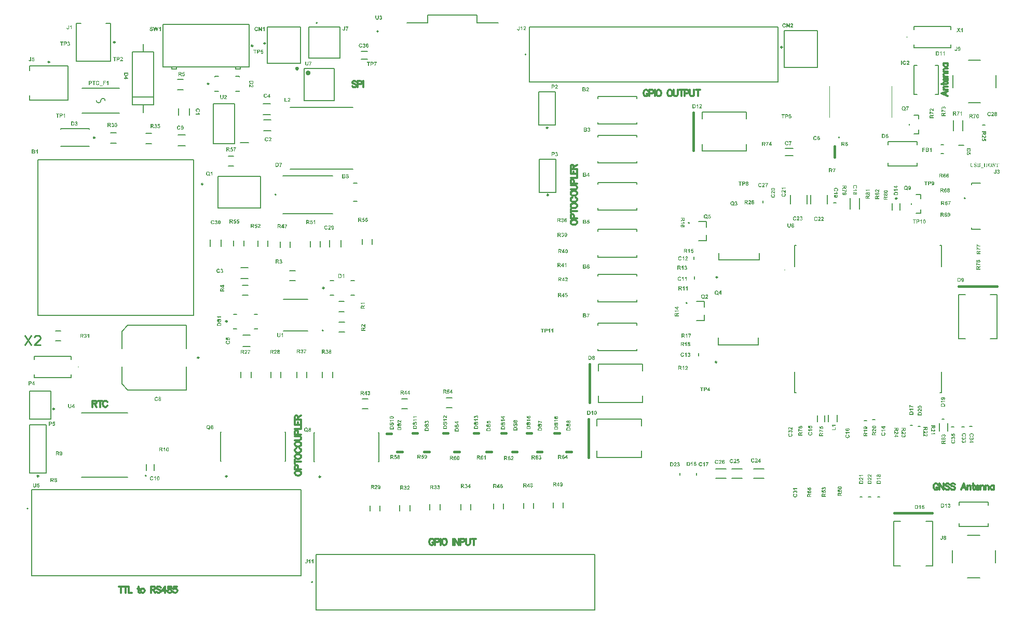
<source format=gbr>
G04*
G04 #@! TF.GenerationSoftware,Altium Limited,Altium Designer,24.9.1 (31)*
G04*
G04 Layer_Color=65535*
%FSLAX44Y44*%
%MOMM*%
G71*
G04*
G04 #@! TF.SameCoordinates,58564934-83CB-4443-A129-65336E2EC8F8*
G04*
G04*
G04 #@! TF.FilePolarity,Positive*
G04*
G01*
G75*
%ADD10C,0.2000*%
%ADD11C,0.2500*%
%ADD12C,0.1000*%
%ADD13C,0.1270*%
%ADD14C,0.1500*%
%ADD15C,0.4000*%
%ADD16C,0.3000*%
%ADD17C,0.2540*%
G36*
X1515271Y367280D02*
X1515422Y367270D01*
X1515591Y367251D01*
X1515770Y367233D01*
X1515967Y367204D01*
X1516183Y367167D01*
X1516390Y367129D01*
X1516606Y367073D01*
X1516822Y367007D01*
X1517020Y366932D01*
X1517217Y366838D01*
X1517395Y366744D01*
X1517555Y366622D01*
X1517565Y366612D01*
X1517593Y366594D01*
X1517630Y366556D01*
X1517677Y366499D01*
X1517734Y366434D01*
X1517809Y366358D01*
X1517875Y366264D01*
X1517950Y366161D01*
X1518025Y366048D01*
X1518091Y365917D01*
X1518157Y365776D01*
X1518222Y365625D01*
X1518269Y365456D01*
X1518307Y365287D01*
X1518335Y365109D01*
X1518345Y364911D01*
Y364836D01*
X1518335Y364789D01*
Y364723D01*
X1518326Y364648D01*
X1518298Y364469D01*
X1518241Y364272D01*
X1518175Y364075D01*
X1518072Y363868D01*
X1518016Y363774D01*
X1517941Y363680D01*
X1517931Y363671D01*
X1517922Y363661D01*
X1517894Y363633D01*
X1517865Y363605D01*
X1517818Y363567D01*
X1517771Y363520D01*
X1517706Y363483D01*
X1517640Y363426D01*
X1517555Y363379D01*
X1517471Y363323D01*
X1517367Y363276D01*
X1517254Y363229D01*
X1517142Y363182D01*
X1517010Y363144D01*
X1516879Y363107D01*
X1516728Y363079D01*
X1516587Y364282D01*
X1516606D01*
X1516653Y364291D01*
X1516719Y364300D01*
X1516794Y364329D01*
X1516888Y364357D01*
X1516982Y364394D01*
X1517066Y364441D01*
X1517142Y364507D01*
X1517151Y364516D01*
X1517170Y364545D01*
X1517198Y364582D01*
X1517226Y364639D01*
X1517254Y364714D01*
X1517283Y364789D01*
X1517301Y364892D01*
X1517311Y364996D01*
Y365015D01*
X1517301Y365062D01*
X1517292Y365127D01*
X1517264Y365221D01*
X1517226Y365325D01*
X1517160Y365428D01*
X1517076Y365541D01*
X1516963Y365644D01*
X1516944Y365654D01*
X1516926Y365672D01*
X1516888Y365691D01*
X1516850Y365710D01*
X1516794Y365738D01*
X1516728Y365757D01*
X1516644Y365795D01*
X1516550Y365823D01*
X1516446Y365851D01*
X1516324Y365879D01*
X1516192Y365907D01*
X1516042Y365936D01*
X1515873Y365954D01*
X1515685Y365973D01*
X1515488Y365992D01*
X1515497Y365983D01*
X1515506Y365973D01*
X1515535Y365945D01*
X1515572Y365907D01*
X1515610Y365860D01*
X1515657Y365804D01*
X1515760Y365672D01*
X1515863Y365503D01*
X1515948Y365297D01*
X1515986Y365184D01*
X1516004Y365071D01*
X1516023Y364949D01*
X1516033Y364817D01*
Y364742D01*
X1516023Y364686D01*
X1516014Y364620D01*
X1516004Y364545D01*
X1515957Y364366D01*
X1515892Y364159D01*
X1515835Y364056D01*
X1515779Y363943D01*
X1515713Y363830D01*
X1515638Y363718D01*
X1515544Y363605D01*
X1515441Y363502D01*
X1515431Y363492D01*
X1515412Y363473D01*
X1515375Y363455D01*
X1515337Y363417D01*
X1515271Y363370D01*
X1515206Y363323D01*
X1515121Y363276D01*
X1515027Y363229D01*
X1514924Y363173D01*
X1514801Y363126D01*
X1514679Y363079D01*
X1514538Y363032D01*
X1514397Y362994D01*
X1514238Y362975D01*
X1514068Y362956D01*
X1513899Y362947D01*
X1513890D01*
X1513852D01*
X1513805D01*
X1513730Y362956D01*
X1513646Y362966D01*
X1513552Y362975D01*
X1513439Y362994D01*
X1513326Y363022D01*
X1513072Y363088D01*
X1512931Y363135D01*
X1512800Y363191D01*
X1512668Y363257D01*
X1512537Y363342D01*
X1512415Y363426D01*
X1512292Y363530D01*
X1512283Y363539D01*
X1512264Y363558D01*
X1512236Y363586D01*
X1512198Y363633D01*
X1512151Y363699D01*
X1512095Y363765D01*
X1512048Y363849D01*
X1511982Y363943D01*
X1511926Y364037D01*
X1511879Y364159D01*
X1511822Y364282D01*
X1511775Y364413D01*
X1511738Y364554D01*
X1511710Y364705D01*
X1511691Y364855D01*
X1511681Y365024D01*
Y365071D01*
X1511691Y365118D01*
Y365193D01*
X1511700Y365278D01*
X1511719Y365372D01*
X1511747Y365485D01*
X1511775Y365597D01*
X1511822Y365729D01*
X1511869Y365860D01*
X1511935Y365992D01*
X1512010Y366133D01*
X1512095Y366264D01*
X1512198Y366396D01*
X1512321Y366528D01*
X1512452Y366650D01*
X1512461Y366659D01*
X1512490Y366678D01*
X1512537Y366706D01*
X1512602Y366753D01*
X1512687Y366800D01*
X1512790Y366857D01*
X1512912Y366913D01*
X1513053Y366969D01*
X1513223Y367026D01*
X1513411Y367092D01*
X1513617Y367139D01*
X1513843Y367186D01*
X1514097Y367233D01*
X1514369Y367261D01*
X1514661Y367280D01*
X1514980Y367289D01*
X1514989D01*
X1514999D01*
X1515027D01*
X1515055D01*
X1515149D01*
X1515271Y367280D01*
D02*
G37*
G36*
X1518222Y359921D02*
X1513514D01*
X1513523Y359911D01*
X1513542Y359893D01*
X1513570Y359855D01*
X1513617Y359799D01*
X1513674Y359733D01*
X1513730Y359658D01*
X1513796Y359564D01*
X1513871Y359460D01*
X1513946Y359348D01*
X1514021Y359225D01*
X1514106Y359094D01*
X1514181Y358953D01*
X1514322Y358652D01*
X1514454Y358314D01*
X1513326D01*
Y358323D01*
X1513317Y358333D01*
X1513307Y358361D01*
X1513298Y358398D01*
X1513251Y358492D01*
X1513194Y358624D01*
X1513119Y358784D01*
X1513016Y358962D01*
X1512884Y359160D01*
X1512734Y359366D01*
X1512725Y359376D01*
X1512715Y359395D01*
X1512687Y359423D01*
X1512649Y359460D01*
X1512555Y359564D01*
X1512433Y359677D01*
X1512283Y359808D01*
X1512095Y359940D01*
X1511898Y360062D01*
X1511681Y360156D01*
Y361171D01*
X1518222D01*
Y359921D01*
D02*
G37*
G36*
X1515243Y357139D02*
X1515318D01*
X1515412Y357130D01*
X1515516Y357120D01*
X1515732Y357102D01*
X1515957Y357064D01*
X1516192Y357007D01*
X1516418Y356942D01*
X1516427D01*
X1516446Y356932D01*
X1516484Y356913D01*
X1516540Y356895D01*
X1516597Y356876D01*
X1516662Y356838D01*
X1516832Y356763D01*
X1517010Y356669D01*
X1517207Y356547D01*
X1517395Y356406D01*
X1517574Y356246D01*
X1517593Y356227D01*
X1517630Y356180D01*
X1517687Y356105D01*
X1517762Y356002D01*
X1517847Y355870D01*
X1517931Y355720D01*
X1518016Y355532D01*
X1518091Y355325D01*
Y355316D01*
X1518100Y355307D01*
Y355278D01*
X1518110Y355250D01*
X1518128Y355147D01*
X1518157Y355015D01*
X1518185Y354855D01*
X1518204Y354658D01*
X1518213Y354423D01*
X1518222Y354169D01*
Y351707D01*
X1511719D01*
Y354301D01*
X1511728Y354376D01*
X1511738Y354555D01*
X1511747Y354752D01*
X1511775Y354959D01*
X1511804Y355156D01*
X1511851Y355335D01*
Y355344D01*
X1511860Y355363D01*
X1511869Y355391D01*
X1511879Y355429D01*
X1511926Y355541D01*
X1511991Y355673D01*
X1512076Y355823D01*
X1512180Y355993D01*
X1512302Y356152D01*
X1512452Y356312D01*
Y356321D01*
X1512471Y356331D01*
X1512527Y356378D01*
X1512621Y356453D01*
X1512743Y356538D01*
X1512894Y356641D01*
X1513072Y356744D01*
X1513279Y356848D01*
X1513505Y356932D01*
X1513514D01*
X1513533Y356942D01*
X1513570Y356951D01*
X1513617Y356970D01*
X1513674Y356979D01*
X1513749Y356998D01*
X1513833Y357017D01*
X1513927Y357045D01*
X1514031Y357064D01*
X1514153Y357083D01*
X1514275Y357102D01*
X1514416Y357111D01*
X1514708Y357139D01*
X1515036Y357149D01*
X1515046D01*
X1515074D01*
X1515112D01*
X1515168D01*
X1515243Y357139D01*
D02*
G37*
G36*
X1599807Y747308D02*
X1599619D01*
Y747318D01*
X1599609Y747346D01*
X1599600Y747383D01*
X1599590Y747430D01*
X1599572Y747496D01*
X1599553Y747571D01*
X1599487Y747741D01*
X1599402Y747938D01*
X1599290Y748135D01*
X1599149Y748333D01*
X1598970Y748521D01*
X1598961Y748530D01*
X1598951Y748539D01*
X1598923Y748568D01*
X1598885Y748596D01*
X1598839Y748633D01*
X1598782Y748671D01*
X1598641Y748756D01*
X1598481Y748840D01*
X1598293Y748915D01*
X1598087Y748972D01*
X1597983Y748981D01*
X1597871Y748990D01*
X1597795D01*
X1597711Y748981D01*
X1597607Y748962D01*
X1597495Y748934D01*
X1597372Y748887D01*
X1597250Y748831D01*
X1597147Y748746D01*
X1597137Y748737D01*
X1597109Y748699D01*
X1597062Y748652D01*
X1597015Y748586D01*
X1596968Y748502D01*
X1596921Y748408D01*
X1596893Y748295D01*
X1596884Y748182D01*
Y748173D01*
Y748145D01*
X1596893Y748107D01*
Y748060D01*
X1596921Y747947D01*
X1596978Y747825D01*
X1596987Y747816D01*
X1597006Y747788D01*
X1597034Y747750D01*
X1597072Y747694D01*
X1597128Y747628D01*
X1597203Y747553D01*
X1597288Y747477D01*
X1597391Y747402D01*
X1597401Y747393D01*
X1597438Y747374D01*
X1597504Y747337D01*
X1597598Y747290D01*
X1597654Y747252D01*
X1597730Y747214D01*
X1597805Y747177D01*
X1597899Y747130D01*
X1597993Y747073D01*
X1598105Y747017D01*
X1598237Y746951D01*
X1598369Y746885D01*
X1598378Y746876D01*
X1598416Y746867D01*
X1598472Y746838D01*
X1598538Y746801D01*
X1598632Y746754D01*
X1598726Y746697D01*
X1598839Y746632D01*
X1598951Y746566D01*
X1599196Y746415D01*
X1599431Y746246D01*
X1599543Y746152D01*
X1599647Y746068D01*
X1599741Y745974D01*
X1599816Y745889D01*
Y745880D01*
X1599835Y745870D01*
X1599854Y745842D01*
X1599872Y745805D01*
X1599929Y745711D01*
X1600004Y745588D01*
X1600070Y745429D01*
X1600126Y745250D01*
X1600164Y745043D01*
X1600182Y744827D01*
Y744818D01*
Y744790D01*
Y744752D01*
X1600173Y744696D01*
X1600164Y744630D01*
X1600154Y744555D01*
X1600107Y744376D01*
X1600032Y744179D01*
X1599985Y744066D01*
X1599929Y743953D01*
X1599863Y743840D01*
X1599778Y743737D01*
X1599684Y743624D01*
X1599581Y743521D01*
X1599572Y743512D01*
X1599553Y743502D01*
X1599525Y743474D01*
X1599478Y743436D01*
X1599412Y743399D01*
X1599346Y743352D01*
X1599261Y743295D01*
X1599167Y743248D01*
X1599064Y743201D01*
X1598951Y743145D01*
X1598829Y743098D01*
X1598698Y743060D01*
X1598557Y743023D01*
X1598406Y743004D01*
X1598246Y742985D01*
X1598077Y742976D01*
X1597974D01*
X1597899Y742985D01*
X1597814Y742995D01*
X1597720Y743004D01*
X1597532Y743042D01*
X1597523D01*
X1597485Y743051D01*
X1597429Y743070D01*
X1597354Y743089D01*
X1597269Y743117D01*
X1597156Y743154D01*
X1597034Y743192D01*
X1596893Y743248D01*
X1596884D01*
X1596856Y743267D01*
X1596818Y743277D01*
X1596771Y743295D01*
X1596649Y743324D01*
X1596536Y743342D01*
X1596517D01*
X1596461Y743333D01*
X1596386Y743305D01*
X1596292Y743248D01*
X1596282D01*
X1596273Y743230D01*
X1596216Y743183D01*
X1596151Y743098D01*
X1596085Y742976D01*
X1595925D01*
Y745269D01*
X1596085D01*
Y745259D01*
X1596094Y745231D01*
X1596104Y745175D01*
X1596122Y745109D01*
X1596151Y745024D01*
X1596179Y744940D01*
X1596216Y744837D01*
X1596254Y744724D01*
X1596358Y744480D01*
X1596489Y744235D01*
X1596649Y744000D01*
X1596733Y743897D01*
X1596837Y743793D01*
X1596846Y743784D01*
X1596865Y743775D01*
X1596893Y743746D01*
X1596940Y743718D01*
X1596987Y743681D01*
X1597053Y743634D01*
X1597203Y743540D01*
X1597382Y743446D01*
X1597589Y743361D01*
X1597814Y743305D01*
X1597936Y743295D01*
X1598058Y743286D01*
X1598143D01*
X1598228Y743305D01*
X1598350Y743324D01*
X1598472Y743352D01*
X1598604Y743399D01*
X1598735Y743465D01*
X1598857Y743559D01*
X1598867Y743568D01*
X1598904Y743605D01*
X1598951Y743662D01*
X1599008Y743737D01*
X1599064Y743831D01*
X1599111Y743944D01*
X1599149Y744057D01*
X1599158Y744188D01*
Y744197D01*
Y744226D01*
X1599149Y744263D01*
X1599139Y744320D01*
X1599111Y744451D01*
X1599073Y744527D01*
X1599036Y744602D01*
X1599026Y744611D01*
X1599017Y744639D01*
X1598989Y744677D01*
X1598951Y744724D01*
X1598904Y744790D01*
X1598839Y744855D01*
X1598773Y744921D01*
X1598688Y744987D01*
X1598679Y744996D01*
X1598641Y745024D01*
X1598585Y745062D01*
X1598500Y745118D01*
X1598387Y745184D01*
X1598237Y745269D01*
X1598068Y745363D01*
X1597861Y745466D01*
X1597852Y745476D01*
X1597824Y745485D01*
X1597786Y745504D01*
X1597730Y745532D01*
X1597654Y745570D01*
X1597579Y745607D01*
X1597401Y745701D01*
X1597203Y745814D01*
X1597006Y745927D01*
X1596818Y746040D01*
X1596743Y746096D01*
X1596668Y746152D01*
X1596649Y746162D01*
X1596611Y746199D01*
X1596545Y746265D01*
X1596461Y746340D01*
X1596376Y746434D01*
X1596282Y746547D01*
X1596198Y746660D01*
X1596113Y746791D01*
X1596104Y746810D01*
X1596085Y746857D01*
X1596057Y746923D01*
X1596019Y747026D01*
X1595982Y747139D01*
X1595953Y747280D01*
X1595935Y747421D01*
X1595925Y747581D01*
Y747590D01*
Y747609D01*
Y747647D01*
X1595935Y747703D01*
X1595944Y747769D01*
X1595953Y747834D01*
X1595991Y748004D01*
X1596057Y748201D01*
X1596151Y748408D01*
X1596207Y748511D01*
X1596282Y748615D01*
X1596358Y748718D01*
X1596452Y748812D01*
X1596461Y748821D01*
X1596480Y748831D01*
X1596508Y748859D01*
X1596545Y748896D01*
X1596602Y748934D01*
X1596668Y748972D01*
X1596743Y749019D01*
X1596818Y749075D01*
X1596912Y749122D01*
X1597015Y749169D01*
X1597250Y749244D01*
X1597513Y749310D01*
X1597654Y749319D01*
X1597805Y749329D01*
X1597908D01*
X1597983Y749319D01*
X1598077Y749310D01*
X1598171Y749301D01*
X1598378Y749254D01*
X1598387D01*
X1598416Y749244D01*
X1598463Y749225D01*
X1598519Y749207D01*
X1598594Y749178D01*
X1598679Y749150D01*
X1598782Y749103D01*
X1598885Y749056D01*
X1598895Y749047D01*
X1598932Y749037D01*
X1598989Y749009D01*
X1599055Y748990D01*
X1599196Y748934D01*
X1599261Y748925D01*
X1599318Y748915D01*
X1599337D01*
X1599384Y748925D01*
X1599440Y748943D01*
X1599496Y748981D01*
X1599506Y749000D01*
X1599525Y749019D01*
X1599534Y749056D01*
X1599562Y749103D01*
X1599581Y749160D01*
X1599600Y749235D01*
X1599628Y749329D01*
X1599760D01*
X1599807Y747308D01*
D02*
G37*
G36*
X1569771D02*
X1569583D01*
Y747318D01*
X1569573Y747346D01*
X1569564Y747383D01*
X1569554Y747430D01*
X1569536Y747496D01*
X1569517Y747571D01*
X1569451Y747741D01*
X1569366Y747938D01*
X1569254Y748135D01*
X1569113Y748333D01*
X1568934Y748521D01*
X1568925Y748530D01*
X1568915Y748539D01*
X1568887Y748568D01*
X1568849Y748596D01*
X1568803Y748633D01*
X1568746Y748671D01*
X1568605Y748756D01*
X1568445Y748840D01*
X1568257Y748915D01*
X1568051Y748972D01*
X1567947Y748981D01*
X1567835Y748990D01*
X1567759D01*
X1567675Y748981D01*
X1567571Y748962D01*
X1567459Y748934D01*
X1567336Y748887D01*
X1567214Y748831D01*
X1567111Y748746D01*
X1567101Y748737D01*
X1567073Y748699D01*
X1567026Y748652D01*
X1566979Y748586D01*
X1566932Y748502D01*
X1566885Y748408D01*
X1566857Y748295D01*
X1566848Y748182D01*
Y748173D01*
Y748145D01*
X1566857Y748107D01*
Y748060D01*
X1566885Y747947D01*
X1566942Y747825D01*
X1566951Y747816D01*
X1566970Y747788D01*
X1566998Y747750D01*
X1567036Y747694D01*
X1567092Y747628D01*
X1567167Y747553D01*
X1567252Y747477D01*
X1567355Y747402D01*
X1567365Y747393D01*
X1567402Y747374D01*
X1567468Y747337D01*
X1567562Y747290D01*
X1567618Y747252D01*
X1567694Y747214D01*
X1567769Y747177D01*
X1567863Y747130D01*
X1567957Y747073D01*
X1568069Y747017D01*
X1568201Y746951D01*
X1568333Y746885D01*
X1568342Y746876D01*
X1568380Y746867D01*
X1568436Y746838D01*
X1568502Y746801D01*
X1568596Y746754D01*
X1568690Y746697D01*
X1568803Y746632D01*
X1568915Y746566D01*
X1569160Y746415D01*
X1569395Y746246D01*
X1569507Y746152D01*
X1569611Y746068D01*
X1569705Y745974D01*
X1569780Y745889D01*
Y745880D01*
X1569799Y745870D01*
X1569818Y745842D01*
X1569836Y745805D01*
X1569893Y745711D01*
X1569968Y745588D01*
X1570034Y745429D01*
X1570090Y745250D01*
X1570128Y745043D01*
X1570146Y744827D01*
Y744818D01*
Y744790D01*
Y744752D01*
X1570137Y744696D01*
X1570128Y744630D01*
X1570118Y744555D01*
X1570071Y744376D01*
X1569996Y744179D01*
X1569949Y744066D01*
X1569893Y743953D01*
X1569827Y743840D01*
X1569742Y743737D01*
X1569648Y743624D01*
X1569545Y743521D01*
X1569536Y743512D01*
X1569517Y743502D01*
X1569489Y743474D01*
X1569442Y743436D01*
X1569376Y743399D01*
X1569310Y743352D01*
X1569225Y743295D01*
X1569131Y743248D01*
X1569028Y743201D01*
X1568915Y743145D01*
X1568793Y743098D01*
X1568662Y743060D01*
X1568521Y743023D01*
X1568370Y743004D01*
X1568210Y742985D01*
X1568041Y742976D01*
X1567938D01*
X1567863Y742985D01*
X1567778Y742995D01*
X1567684Y743004D01*
X1567496Y743042D01*
X1567487D01*
X1567449Y743051D01*
X1567393Y743070D01*
X1567318Y743089D01*
X1567233Y743117D01*
X1567120Y743154D01*
X1566998Y743192D01*
X1566857Y743248D01*
X1566848D01*
X1566820Y743267D01*
X1566782Y743277D01*
X1566735Y743295D01*
X1566613Y743324D01*
X1566500Y743342D01*
X1566481D01*
X1566425Y743333D01*
X1566350Y743305D01*
X1566256Y743248D01*
X1566246D01*
X1566237Y743230D01*
X1566181Y743183D01*
X1566115Y743098D01*
X1566049Y742976D01*
X1565889D01*
Y745269D01*
X1566049D01*
Y745259D01*
X1566058Y745231D01*
X1566068Y745175D01*
X1566086Y745109D01*
X1566115Y745024D01*
X1566143Y744940D01*
X1566181Y744837D01*
X1566218Y744724D01*
X1566322Y744480D01*
X1566453Y744235D01*
X1566613Y744000D01*
X1566697Y743897D01*
X1566801Y743793D01*
X1566810Y743784D01*
X1566829Y743775D01*
X1566857Y743746D01*
X1566904Y743718D01*
X1566951Y743681D01*
X1567017Y743634D01*
X1567167Y743540D01*
X1567346Y743446D01*
X1567553Y743361D01*
X1567778Y743305D01*
X1567900Y743295D01*
X1568022Y743286D01*
X1568107D01*
X1568192Y743305D01*
X1568314Y743324D01*
X1568436Y743352D01*
X1568568Y743399D01*
X1568699Y743465D01*
X1568821Y743559D01*
X1568831Y743568D01*
X1568868Y743605D01*
X1568915Y743662D01*
X1568972Y743737D01*
X1569028Y743831D01*
X1569075Y743944D01*
X1569113Y744057D01*
X1569122Y744188D01*
Y744197D01*
Y744226D01*
X1569113Y744263D01*
X1569103Y744320D01*
X1569075Y744451D01*
X1569037Y744527D01*
X1569000Y744602D01*
X1568990Y744611D01*
X1568981Y744639D01*
X1568953Y744677D01*
X1568915Y744724D01*
X1568868Y744790D01*
X1568803Y744855D01*
X1568737Y744921D01*
X1568652Y744987D01*
X1568643Y744996D01*
X1568605Y745024D01*
X1568549Y745062D01*
X1568464Y745118D01*
X1568351Y745184D01*
X1568201Y745269D01*
X1568032Y745363D01*
X1567825Y745466D01*
X1567816Y745476D01*
X1567788Y745485D01*
X1567750Y745504D01*
X1567694Y745532D01*
X1567618Y745570D01*
X1567543Y745607D01*
X1567365Y745701D01*
X1567167Y745814D01*
X1566970Y745927D01*
X1566782Y746040D01*
X1566707Y746096D01*
X1566632Y746152D01*
X1566613Y746162D01*
X1566575Y746199D01*
X1566509Y746265D01*
X1566425Y746340D01*
X1566340Y746434D01*
X1566246Y746547D01*
X1566162Y746660D01*
X1566077Y746791D01*
X1566068Y746810D01*
X1566049Y746857D01*
X1566021Y746923D01*
X1565983Y747026D01*
X1565946Y747139D01*
X1565917Y747280D01*
X1565899Y747421D01*
X1565889Y747581D01*
Y747590D01*
Y747609D01*
Y747647D01*
X1565899Y747703D01*
X1565908Y747769D01*
X1565917Y747834D01*
X1565955Y748004D01*
X1566021Y748201D01*
X1566115Y748408D01*
X1566171Y748511D01*
X1566246Y748615D01*
X1566322Y748718D01*
X1566416Y748812D01*
X1566425Y748821D01*
X1566444Y748831D01*
X1566472Y748859D01*
X1566509Y748896D01*
X1566566Y748934D01*
X1566632Y748972D01*
X1566707Y749019D01*
X1566782Y749075D01*
X1566876Y749122D01*
X1566979Y749169D01*
X1567214Y749244D01*
X1567477Y749310D01*
X1567618Y749319D01*
X1567769Y749329D01*
X1567872D01*
X1567947Y749319D01*
X1568041Y749310D01*
X1568135Y749301D01*
X1568342Y749254D01*
X1568351D01*
X1568380Y749244D01*
X1568427Y749225D01*
X1568483Y749207D01*
X1568558Y749178D01*
X1568643Y749150D01*
X1568746Y749103D01*
X1568849Y749056D01*
X1568859Y749047D01*
X1568896Y749037D01*
X1568953Y749009D01*
X1569019Y748990D01*
X1569160Y748934D01*
X1569225Y748925D01*
X1569282Y748915D01*
X1569301D01*
X1569348Y748925D01*
X1569404Y748943D01*
X1569460Y748981D01*
X1569470Y749000D01*
X1569489Y749019D01*
X1569498Y749056D01*
X1569526Y749103D01*
X1569545Y749160D01*
X1569564Y749235D01*
X1569592Y749329D01*
X1569724D01*
X1569771Y747308D01*
D02*
G37*
G36*
X1606329Y747543D02*
X1606169D01*
Y747553D01*
X1606160Y747571D01*
X1606150Y747600D01*
X1606141Y747637D01*
X1606113Y747731D01*
X1606075Y747853D01*
X1606019Y747985D01*
X1605972Y748126D01*
X1605906Y748248D01*
X1605840Y748351D01*
X1605831Y748361D01*
X1605812Y748398D01*
X1605774Y748436D01*
X1605718Y748502D01*
X1605652Y748558D01*
X1605567Y748633D01*
X1605473Y748699D01*
X1605370Y748756D01*
X1605361D01*
X1605342Y748765D01*
X1605295Y748784D01*
X1605229Y748802D01*
X1605154Y748812D01*
X1605051Y748831D01*
X1604928Y748840D01*
X1604327D01*
Y744150D01*
Y744141D01*
Y744132D01*
Y744075D01*
Y744000D01*
X1604336Y743897D01*
Y743803D01*
X1604346Y743699D01*
X1604355Y743615D01*
X1604374Y743559D01*
Y743549D01*
X1604383Y743540D01*
X1604421Y743493D01*
X1604477Y743427D01*
X1604524Y743399D01*
X1604571Y743361D01*
X1604581D01*
X1604599Y743352D01*
X1604637Y743333D01*
X1604675Y743324D01*
X1604740Y743305D01*
X1604806Y743286D01*
X1604881Y743277D01*
X1605182D01*
Y743117D01*
X1602015D01*
Y743277D01*
X1602259D01*
X1602306Y743286D01*
X1602363D01*
X1602504Y743314D01*
X1602570Y743342D01*
X1602635Y743371D01*
X1602645D01*
X1602654Y743380D01*
X1602701Y743418D01*
X1602758Y743483D01*
X1602814Y743577D01*
Y743587D01*
X1602823Y743605D01*
X1602833Y743634D01*
X1602842Y743690D01*
X1602852Y743765D01*
X1602861Y743869D01*
X1602870Y743991D01*
Y744150D01*
Y748840D01*
X1602325D01*
X1602222Y748831D01*
X1602081Y748812D01*
X1601940Y748774D01*
X1601790Y748727D01*
X1601649Y748662D01*
X1601536Y748577D01*
X1601517Y748558D01*
X1601470Y748511D01*
X1601404Y748427D01*
X1601329Y748314D01*
X1601244Y748164D01*
X1601160Y747985D01*
X1601094Y747778D01*
X1601047Y747543D01*
X1600878D01*
Y749188D01*
X1606329D01*
Y747543D01*
D02*
G37*
G36*
X1588162Y749028D02*
X1587918D01*
X1587871Y749019D01*
X1587805D01*
X1587664Y748981D01*
X1587599Y748962D01*
X1587533Y748925D01*
X1587514Y748915D01*
X1587467Y748878D01*
X1587411Y748812D01*
X1587354Y748718D01*
Y748709D01*
X1587345Y748690D01*
X1587335Y748662D01*
Y748605D01*
X1587326Y748530D01*
X1587317Y748436D01*
X1587307Y748304D01*
Y748154D01*
Y744150D01*
Y744141D01*
Y744132D01*
Y744075D01*
Y744000D01*
X1587317Y743897D01*
Y743803D01*
X1587326Y743699D01*
X1587335Y743615D01*
X1587354Y743559D01*
Y743549D01*
X1587364Y743540D01*
X1587401Y743493D01*
X1587458Y743427D01*
X1587505Y743399D01*
X1587552Y743361D01*
X1587561D01*
X1587580Y743352D01*
X1587617Y743333D01*
X1587664Y743324D01*
X1587721Y743305D01*
X1587787Y743286D01*
X1587871Y743277D01*
X1588162D01*
Y743117D01*
X1584995D01*
Y743277D01*
X1585230D01*
X1585277Y743286D01*
X1585343D01*
X1585484Y743314D01*
X1585550Y743342D01*
X1585616Y743371D01*
X1585625D01*
X1585634Y743380D01*
X1585681Y743418D01*
X1585738Y743483D01*
X1585794Y743577D01*
Y743587D01*
X1585804Y743605D01*
X1585813Y743634D01*
X1585822Y743690D01*
X1585832Y743765D01*
X1585841Y743869D01*
X1585851Y743991D01*
Y744150D01*
Y746040D01*
X1583708D01*
Y744150D01*
Y744141D01*
Y744132D01*
Y744075D01*
Y744000D01*
X1583717Y743897D01*
Y743803D01*
X1583727Y743699D01*
X1583736Y743615D01*
X1583755Y743559D01*
Y743549D01*
X1583764Y743540D01*
X1583802Y743493D01*
X1583858Y743427D01*
X1583905Y743399D01*
X1583952Y743361D01*
X1583961D01*
X1583980Y743352D01*
X1584018Y743333D01*
X1584055Y743324D01*
X1584121Y743305D01*
X1584187Y743286D01*
X1584262Y743277D01*
X1584563D01*
Y743117D01*
X1581396D01*
Y743277D01*
X1581640D01*
X1581687Y743286D01*
X1581744D01*
X1581885Y743314D01*
X1581950Y743342D01*
X1582016Y743371D01*
X1582025D01*
X1582035Y743380D01*
X1582082Y743418D01*
X1582148Y743483D01*
X1582195Y743577D01*
Y743587D01*
X1582204Y743605D01*
X1582213Y743634D01*
X1582223Y743690D01*
X1582232Y743765D01*
X1582242Y743869D01*
X1582251Y743991D01*
Y744150D01*
Y748154D01*
Y748164D01*
Y748173D01*
Y748229D01*
Y748304D01*
X1582242Y748398D01*
Y748492D01*
X1582232Y748586D01*
X1582213Y748671D01*
X1582195Y748727D01*
Y748737D01*
X1582185Y748746D01*
X1582157Y748802D01*
X1582091Y748868D01*
X1582054Y748906D01*
X1581997Y748934D01*
X1581988D01*
X1581969Y748953D01*
X1581941Y748962D01*
X1581894Y748981D01*
X1581838Y749000D01*
X1581762Y749009D01*
X1581687Y749028D01*
X1581396D01*
Y749188D01*
X1584563D01*
Y749028D01*
X1584309D01*
X1584262Y749019D01*
X1584206D01*
X1584065Y748981D01*
X1583999Y748962D01*
X1583933Y748925D01*
X1583914Y748915D01*
X1583867Y748878D01*
X1583811Y748812D01*
X1583755Y748718D01*
Y748709D01*
X1583745Y748690D01*
X1583736Y748662D01*
Y748605D01*
X1583727Y748530D01*
X1583717Y748436D01*
X1583708Y748304D01*
Y748154D01*
Y746434D01*
X1585851D01*
Y748154D01*
Y748164D01*
Y748173D01*
Y748229D01*
Y748304D01*
X1585841Y748398D01*
Y748492D01*
X1585832Y748586D01*
X1585813Y748671D01*
X1585794Y748727D01*
Y748737D01*
X1585785Y748746D01*
X1585757Y748802D01*
X1585691Y748868D01*
X1585653Y748906D01*
X1585597Y748934D01*
X1585587D01*
X1585569Y748953D01*
X1585531Y748962D01*
X1585493Y748981D01*
X1585428Y749000D01*
X1585362Y749009D01*
X1585277Y749028D01*
X1584995D01*
Y749188D01*
X1588162D01*
Y749028D01*
D02*
G37*
G36*
X1565250D02*
X1565081D01*
X1565034Y749019D01*
X1564968D01*
X1564837Y748981D01*
X1564761Y748962D01*
X1564696Y748925D01*
X1564686D01*
X1564667Y748906D01*
X1564639Y748878D01*
X1564602Y748849D01*
X1564564Y748802D01*
X1564517Y748746D01*
X1564480Y748690D01*
X1564451Y748615D01*
Y748605D01*
X1564442Y748586D01*
X1564433Y748549D01*
X1564423Y748492D01*
X1564414Y748427D01*
X1564404Y748333D01*
X1564395Y748229D01*
Y748098D01*
Y745786D01*
Y745776D01*
Y745739D01*
Y745682D01*
Y745607D01*
Y745523D01*
X1564386Y745419D01*
Y745306D01*
X1564376Y745194D01*
X1564357Y744940D01*
X1564339Y744677D01*
X1564301Y744442D01*
X1564282Y744329D01*
X1564254Y744235D01*
Y744226D01*
X1564245Y744216D01*
X1564235Y744188D01*
X1564226Y744160D01*
X1564179Y744066D01*
X1564113Y743953D01*
X1564028Y743822D01*
X1563906Y743671D01*
X1563756Y743521D01*
X1563662Y743446D01*
X1563568Y743371D01*
X1563559D01*
X1563540Y743352D01*
X1563512Y743333D01*
X1563465Y743305D01*
X1563418Y743277D01*
X1563342Y743248D01*
X1563267Y743211D01*
X1563183Y743173D01*
X1563079Y743136D01*
X1562966Y743098D01*
X1562844Y743070D01*
X1562713Y743042D01*
X1562572Y743013D01*
X1562421Y742995D01*
X1562252Y742985D01*
X1562083Y742976D01*
X1561951D01*
X1561886Y742985D01*
X1561810D01*
X1561632Y743004D01*
X1561444Y743023D01*
X1561237Y743060D01*
X1561040Y743117D01*
X1560871Y743183D01*
X1560861D01*
X1560842Y743192D01*
X1560814Y743211D01*
X1560777Y743230D01*
X1560673Y743295D01*
X1560551Y743380D01*
X1560410Y743483D01*
X1560279Y743615D01*
X1560147Y743756D01*
X1560044Y743916D01*
Y743925D01*
X1560034Y743934D01*
X1560025Y743963D01*
X1560006Y744000D01*
X1559987Y744047D01*
X1559968Y744094D01*
X1559931Y744235D01*
X1559884Y744404D01*
X1559846Y744611D01*
X1559818Y744855D01*
X1559809Y745118D01*
Y748098D01*
Y748107D01*
Y748117D01*
Y748145D01*
Y748182D01*
Y748267D01*
X1559799Y748370D01*
X1559790Y748483D01*
X1559780Y748586D01*
X1559762Y748680D01*
X1559743Y748746D01*
Y748756D01*
X1559733Y748765D01*
X1559696Y748821D01*
X1559639Y748887D01*
X1559545Y748953D01*
X1559536D01*
X1559517Y748962D01*
X1559480Y748981D01*
X1559423Y748990D01*
X1559358Y749009D01*
X1559264Y749019D01*
X1559151Y749028D01*
X1559019D01*
Y749188D01*
X1562149D01*
Y749028D01*
X1561867D01*
X1561792Y749019D01*
X1561632Y749000D01*
X1561557Y748981D01*
X1561500Y748953D01*
X1561491D01*
X1561481Y748943D01*
X1561425Y748896D01*
X1561369Y748831D01*
X1561312Y748746D01*
Y748737D01*
X1561303Y748718D01*
X1561294Y748680D01*
Y748615D01*
X1561284Y748530D01*
X1561275Y748417D01*
X1561265Y748276D01*
Y748098D01*
Y745118D01*
Y745109D01*
Y745081D01*
Y745043D01*
Y744987D01*
Y744921D01*
X1561275Y744846D01*
X1561284Y744686D01*
X1561294Y744498D01*
X1561322Y744329D01*
X1561350Y744169D01*
X1561369Y744103D01*
X1561387Y744047D01*
X1561397Y744038D01*
X1561416Y744000D01*
X1561444Y743953D01*
X1561481Y743897D01*
X1561538Y743822D01*
X1561604Y743746D01*
X1561688Y743681D01*
X1561782Y743605D01*
X1561792Y743596D01*
X1561829Y743577D01*
X1561895Y743549D01*
X1561980Y743521D01*
X1562083Y743493D01*
X1562205Y743465D01*
X1562346Y743446D01*
X1562496Y743436D01*
X1562581D01*
X1562666Y743446D01*
X1562788Y743465D01*
X1562910Y743493D01*
X1563051Y743530D01*
X1563192Y743577D01*
X1563324Y743652D01*
X1563342Y743662D01*
X1563380Y743690D01*
X1563446Y743746D01*
X1563521Y743812D01*
X1563605Y743897D01*
X1563690Y744010D01*
X1563775Y744122D01*
X1563840Y744263D01*
Y744273D01*
X1563850Y744282D01*
X1563859Y744301D01*
X1563869Y744339D01*
X1563878Y744386D01*
X1563897Y744433D01*
X1563916Y744498D01*
X1563934Y744573D01*
X1563944Y744667D01*
X1563963Y744761D01*
X1563981Y744874D01*
X1563991Y744996D01*
X1564000Y745128D01*
X1564010Y745278D01*
X1564019Y745438D01*
Y745617D01*
Y748098D01*
Y748107D01*
Y748117D01*
Y748164D01*
Y748239D01*
X1564010Y748323D01*
X1563981Y748511D01*
X1563953Y748596D01*
X1563925Y748671D01*
Y748680D01*
X1563906Y748699D01*
X1563887Y748727D01*
X1563869Y748774D01*
X1563803Y748849D01*
X1563765Y748896D01*
X1563718Y748925D01*
X1563709Y748934D01*
X1563681Y748943D01*
X1563634Y748962D01*
X1563568Y748981D01*
X1563493Y749000D01*
X1563389Y749009D01*
X1563286Y749028D01*
X1563154D01*
Y749188D01*
X1565250D01*
Y749028D01*
D02*
G37*
G36*
X1573859Y749178D02*
X1573962D01*
X1574065Y749169D01*
X1574178D01*
X1574423Y749141D01*
X1574667Y749113D01*
X1574780Y749084D01*
X1574892Y749066D01*
X1574996Y749037D01*
X1575080Y749000D01*
X1575090D01*
X1575099Y748990D01*
X1575156Y748962D01*
X1575231Y748925D01*
X1575325Y748859D01*
X1575437Y748784D01*
X1575550Y748680D01*
X1575663Y748568D01*
X1575766Y748436D01*
X1575776Y748417D01*
X1575804Y748370D01*
X1575851Y748295D01*
X1575898Y748201D01*
X1575936Y748088D01*
X1575983Y747957D01*
X1576011Y747806D01*
X1576020Y747656D01*
Y747647D01*
Y747637D01*
X1576011Y747581D01*
X1576001Y747496D01*
X1575983Y747393D01*
X1575936Y747271D01*
X1575879Y747139D01*
X1575804Y746998D01*
X1575691Y746867D01*
X1575672Y746848D01*
X1575625Y746810D01*
X1575550Y746754D01*
X1575494Y746716D01*
X1575428Y746669D01*
X1575362Y746632D01*
X1575278Y746585D01*
X1575184Y746547D01*
X1575080Y746500D01*
X1574968Y746453D01*
X1574845Y746415D01*
X1574714Y746368D01*
X1574563Y746331D01*
X1574573D01*
X1574601Y746321D01*
X1574648Y746312D01*
X1574704Y746293D01*
X1574780Y746274D01*
X1574855Y746246D01*
X1575043Y746190D01*
X1575250Y746124D01*
X1575456Y746040D01*
X1575635Y745946D01*
X1575719Y745899D01*
X1575795Y745842D01*
X1575804D01*
X1575813Y745823D01*
X1575870Y745767D01*
X1575954Y745682D01*
X1576048Y745560D01*
X1576142Y745410D01*
X1576227Y745231D01*
X1576283Y745024D01*
X1576293Y744912D01*
X1576302Y744790D01*
Y744780D01*
Y744761D01*
Y744724D01*
X1576293Y744677D01*
X1576283Y744620D01*
X1576274Y744545D01*
X1576236Y744395D01*
X1576171Y744207D01*
X1576124Y744113D01*
X1576067Y744019D01*
X1576001Y743925D01*
X1575936Y743831D01*
X1575842Y743737D01*
X1575748Y743652D01*
X1575738Y743643D01*
X1575719Y743634D01*
X1575672Y743605D01*
X1575625Y743568D01*
X1575550Y743530D01*
X1575466Y743483D01*
X1575362Y743436D01*
X1575250Y743389D01*
X1575118Y743333D01*
X1574968Y743286D01*
X1574808Y743239D01*
X1574629Y743201D01*
X1574441Y743164D01*
X1574235Y743136D01*
X1574018Y743126D01*
X1573784Y743117D01*
X1570692D01*
Y743277D01*
X1570833D01*
X1570927Y743286D01*
X1571115Y743305D01*
X1571199Y743324D01*
X1571265Y743352D01*
X1571274D01*
X1571293Y743361D01*
X1571349Y743408D01*
X1571415Y743465D01*
X1571472Y743549D01*
Y743559D01*
X1571481Y743577D01*
X1571490Y743615D01*
X1571509Y743681D01*
X1571519Y743765D01*
X1571528Y743869D01*
X1571537Y744010D01*
Y744179D01*
Y748126D01*
Y748135D01*
Y748145D01*
Y748201D01*
Y748286D01*
X1571528Y748389D01*
X1571519Y748492D01*
X1571509Y748586D01*
X1571490Y748680D01*
X1571472Y748737D01*
Y748746D01*
X1571462Y748756D01*
X1571425Y748812D01*
X1571359Y748878D01*
X1571265Y748943D01*
X1571255D01*
X1571237Y748953D01*
X1571199Y748972D01*
X1571133Y748990D01*
X1571058Y749000D01*
X1570964Y749019D01*
X1570842Y749028D01*
X1570692D01*
Y749188D01*
X1573774D01*
X1573859Y749178D01*
D02*
G37*
G36*
X1592100Y749263D02*
X1592222Y749254D01*
X1592363Y749244D01*
X1592523Y749216D01*
X1592702Y749188D01*
X1592880Y749141D01*
X1593068Y749084D01*
X1593266Y749019D01*
X1593463Y748934D01*
X1593660Y748831D01*
X1593858Y748718D01*
X1594036Y748577D01*
X1594215Y748417D01*
X1594224Y748408D01*
X1594252Y748380D01*
X1594299Y748323D01*
X1594356Y748258D01*
X1594431Y748173D01*
X1594506Y748060D01*
X1594581Y747938D01*
X1594675Y747806D01*
X1594760Y747647D01*
X1594835Y747477D01*
X1594920Y747290D01*
X1594985Y747092D01*
X1595042Y746885D01*
X1595089Y746660D01*
X1595117Y746415D01*
X1595126Y746171D01*
Y746162D01*
Y746124D01*
Y746058D01*
X1595117Y745974D01*
X1595108Y745880D01*
X1595089Y745758D01*
X1595070Y745626D01*
X1595042Y745485D01*
X1595004Y745325D01*
X1594957Y745165D01*
X1594910Y744996D01*
X1594844Y744827D01*
X1594760Y744649D01*
X1594675Y744470D01*
X1594572Y744301D01*
X1594450Y744132D01*
X1594440Y744122D01*
X1594412Y744085D01*
X1594356Y744028D01*
X1594281Y743953D01*
X1594187Y743869D01*
X1594074Y743765D01*
X1593942Y743662D01*
X1593792Y743559D01*
X1593623Y743446D01*
X1593435Y743342D01*
X1593228Y743248D01*
X1593002Y743154D01*
X1592758Y743079D01*
X1592495Y743023D01*
X1592213Y742985D01*
X1591912Y742976D01*
X1591837D01*
X1591752Y742985D01*
X1591640Y742995D01*
X1591508Y743013D01*
X1591348Y743032D01*
X1591170Y743070D01*
X1590982Y743117D01*
X1590784Y743173D01*
X1590578Y743248D01*
X1590371Y743333D01*
X1590155Y743446D01*
X1589948Y743568D01*
X1589751Y743718D01*
X1589563Y743887D01*
X1589384Y744085D01*
X1589375Y744094D01*
X1589356Y744122D01*
X1589318Y744169D01*
X1589271Y744245D01*
X1589224Y744329D01*
X1589159Y744423D01*
X1589102Y744545D01*
X1589036Y744677D01*
X1588971Y744818D01*
X1588905Y744978D01*
X1588839Y745147D01*
X1588792Y745335D01*
X1588745Y745523D01*
X1588707Y745729D01*
X1588689Y745936D01*
X1588679Y746162D01*
Y746180D01*
Y746218D01*
X1588689Y746293D01*
X1588698Y746387D01*
X1588707Y746500D01*
X1588726Y746641D01*
X1588754Y746791D01*
X1588792Y746951D01*
X1588839Y747130D01*
X1588905Y747308D01*
X1588980Y747496D01*
X1589065Y747684D01*
X1589168Y747872D01*
X1589290Y748060D01*
X1589431Y748248D01*
X1589591Y748417D01*
X1589600Y748427D01*
X1589638Y748455D01*
X1589685Y748502D01*
X1589760Y748558D01*
X1589845Y748624D01*
X1589957Y748699D01*
X1590080Y748784D01*
X1590221Y748859D01*
X1590380Y748943D01*
X1590549Y749019D01*
X1590737Y749094D01*
X1590935Y749160D01*
X1591151Y749207D01*
X1591376Y749254D01*
X1591611Y749272D01*
X1591997D01*
X1592100Y749263D01*
D02*
G37*
G36*
X1581293Y741143D02*
X1576537D01*
Y741716D01*
X1581293D01*
Y741143D01*
D02*
G37*
G36*
X1538130Y934904D02*
Y934895D01*
Y934867D01*
Y934829D01*
Y934773D01*
Y934707D01*
X1538121Y934622D01*
X1538112Y934444D01*
X1538093Y934246D01*
X1538065Y934040D01*
X1538027Y933833D01*
X1537980Y933654D01*
Y933645D01*
X1537971Y933626D01*
X1537961Y933598D01*
X1537943Y933560D01*
X1537896Y933457D01*
X1537820Y933325D01*
X1537726Y933184D01*
X1537604Y933034D01*
X1537463Y932884D01*
X1537285Y932743D01*
X1537275D01*
X1537266Y932724D01*
X1537238Y932714D01*
X1537191Y932686D01*
X1537144Y932668D01*
X1537087Y932639D01*
X1537012Y932602D01*
X1536937Y932574D01*
X1536843Y932545D01*
X1536749Y932508D01*
X1536523Y932461D01*
X1536260Y932423D01*
X1535969Y932404D01*
X1535875D01*
X1535809Y932414D01*
X1535725Y932423D01*
X1535640Y932433D01*
X1535537Y932451D01*
X1535424Y932470D01*
X1535180Y932536D01*
X1535057Y932583D01*
X1534935Y932630D01*
X1534813Y932696D01*
X1534700Y932762D01*
X1534588Y932846D01*
X1534484Y932940D01*
X1534475Y932950D01*
X1534465Y932968D01*
X1534437Y932997D01*
X1534400Y933044D01*
X1534362Y933100D01*
X1534324Y933166D01*
X1534277Y933250D01*
X1534230Y933335D01*
X1534174Y933448D01*
X1534127Y933560D01*
X1534089Y933692D01*
X1534052Y933833D01*
X1534014Y933983D01*
X1533986Y934152D01*
X1533977Y934331D01*
X1533967Y934519D01*
X1535217Y934660D01*
Y934650D01*
Y934632D01*
Y934604D01*
X1535226Y934566D01*
Y934472D01*
X1535245Y934350D01*
X1535264Y934218D01*
X1535292Y934087D01*
X1535330Y933974D01*
X1535377Y933870D01*
X1535386Y933852D01*
X1535414Y933814D01*
X1535461Y933758D01*
X1535537Y933701D01*
X1535621Y933635D01*
X1535734Y933579D01*
X1535866Y933542D01*
X1536016Y933523D01*
X1536091D01*
X1536166Y933532D01*
X1536251Y933551D01*
X1536354Y933579D01*
X1536458Y933626D01*
X1536552Y933682D01*
X1536627Y933767D01*
X1536636Y933776D01*
X1536655Y933823D01*
X1536683Y933889D01*
X1536721Y933993D01*
X1536740Y934059D01*
X1536758Y934134D01*
X1536768Y934218D01*
X1536787Y934312D01*
X1536796Y934425D01*
X1536805Y934538D01*
X1536815Y934669D01*
Y934810D01*
Y939030D01*
X1538130D01*
Y934904D01*
D02*
G37*
G36*
X1541326Y939058D02*
X1541401D01*
X1541486Y939049D01*
X1541580Y939030D01*
X1541692Y939002D01*
X1541805Y938974D01*
X1541937Y938927D01*
X1542068Y938880D01*
X1542200Y938814D01*
X1542341Y938739D01*
X1542472Y938654D01*
X1542604Y938551D01*
X1542735Y938428D01*
X1542858Y938297D01*
X1542867Y938288D01*
X1542886Y938259D01*
X1542914Y938212D01*
X1542961Y938147D01*
X1543008Y938062D01*
X1543065Y937959D01*
X1543121Y937837D01*
X1543177Y937695D01*
X1543234Y937526D01*
X1543299Y937338D01*
X1543346Y937132D01*
X1543393Y936906D01*
X1543440Y936652D01*
X1543469Y936380D01*
X1543487Y936088D01*
X1543497Y935769D01*
Y935760D01*
Y935750D01*
Y935722D01*
Y935694D01*
Y935600D01*
X1543487Y935478D01*
X1543478Y935327D01*
X1543459Y935158D01*
X1543440Y934979D01*
X1543412Y934782D01*
X1543375Y934566D01*
X1543337Y934359D01*
X1543281Y934143D01*
X1543215Y933927D01*
X1543140Y933729D01*
X1543046Y933532D01*
X1542952Y933354D01*
X1542829Y933194D01*
X1542820Y933184D01*
X1542801Y933156D01*
X1542764Y933119D01*
X1542707Y933072D01*
X1542642Y933015D01*
X1542566Y932940D01*
X1542472Y932874D01*
X1542369Y932799D01*
X1542256Y932724D01*
X1542125Y932658D01*
X1541984Y932592D01*
X1541833Y932527D01*
X1541664Y932480D01*
X1541495Y932442D01*
X1541316Y932414D01*
X1541119Y932404D01*
X1541044D01*
X1540997Y932414D01*
X1540931D01*
X1540856Y932423D01*
X1540677Y932451D01*
X1540480Y932508D01*
X1540283Y932574D01*
X1540076Y932677D01*
X1539982Y932733D01*
X1539888Y932809D01*
X1539879Y932818D01*
X1539869Y932827D01*
X1539841Y932856D01*
X1539813Y932884D01*
X1539775Y932931D01*
X1539728Y932978D01*
X1539691Y933044D01*
X1539634Y933109D01*
X1539587Y933194D01*
X1539531Y933278D01*
X1539484Y933382D01*
X1539437Y933495D01*
X1539390Y933607D01*
X1539352Y933739D01*
X1539315Y933870D01*
X1539286Y934021D01*
X1540489Y934162D01*
Y934143D01*
X1540499Y934096D01*
X1540508Y934030D01*
X1540536Y933955D01*
X1540565Y933861D01*
X1540602Y933767D01*
X1540649Y933682D01*
X1540715Y933607D01*
X1540724Y933598D01*
X1540753Y933579D01*
X1540790Y933551D01*
X1540847Y933523D01*
X1540922Y933495D01*
X1540997Y933466D01*
X1541100Y933448D01*
X1541204Y933438D01*
X1541223D01*
X1541270Y933448D01*
X1541335Y933457D01*
X1541429Y933485D01*
X1541533Y933523D01*
X1541636Y933589D01*
X1541749Y933673D01*
X1541852Y933786D01*
X1541862Y933805D01*
X1541880Y933823D01*
X1541899Y933861D01*
X1541918Y933899D01*
X1541946Y933955D01*
X1541965Y934021D01*
X1542003Y934105D01*
X1542031Y934199D01*
X1542059Y934303D01*
X1542087Y934425D01*
X1542115Y934557D01*
X1542144Y934707D01*
X1542162Y934876D01*
X1542181Y935064D01*
X1542200Y935261D01*
X1542191Y935252D01*
X1542181Y935243D01*
X1542153Y935214D01*
X1542115Y935177D01*
X1542068Y935139D01*
X1542012Y935092D01*
X1541880Y934989D01*
X1541711Y934885D01*
X1541504Y934801D01*
X1541392Y934763D01*
X1541279Y934744D01*
X1541157Y934726D01*
X1541025Y934716D01*
X1540950D01*
X1540894Y934726D01*
X1540828Y934735D01*
X1540753Y934744D01*
X1540574Y934791D01*
X1540367Y934857D01*
X1540264Y934914D01*
X1540151Y934970D01*
X1540038Y935036D01*
X1539926Y935111D01*
X1539813Y935205D01*
X1539709Y935308D01*
X1539700Y935318D01*
X1539681Y935337D01*
X1539662Y935374D01*
X1539625Y935412D01*
X1539578Y935478D01*
X1539531Y935543D01*
X1539484Y935628D01*
X1539437Y935722D01*
X1539380Y935825D01*
X1539333Y935947D01*
X1539286Y936070D01*
X1539240Y936211D01*
X1539202Y936352D01*
X1539183Y936511D01*
X1539164Y936681D01*
X1539155Y936850D01*
Y936859D01*
Y936897D01*
Y936944D01*
X1539164Y937019D01*
X1539174Y937103D01*
X1539183Y937197D01*
X1539202Y937310D01*
X1539230Y937423D01*
X1539296Y937677D01*
X1539343Y937818D01*
X1539399Y937949D01*
X1539465Y938081D01*
X1539550Y938212D01*
X1539634Y938335D01*
X1539738Y938457D01*
X1539747Y938466D01*
X1539766Y938485D01*
X1539794Y938513D01*
X1539841Y938551D01*
X1539907Y938598D01*
X1539973Y938654D01*
X1540057Y938701D01*
X1540151Y938767D01*
X1540245Y938823D01*
X1540367Y938870D01*
X1540489Y938927D01*
X1540621Y938974D01*
X1540762Y939011D01*
X1540912Y939039D01*
X1541063Y939058D01*
X1541232Y939068D01*
X1541279D01*
X1541326Y939058D01*
D02*
G37*
G36*
X576171Y944554D02*
X576237D01*
X576312Y944544D01*
X576481Y944507D01*
X576669Y944460D01*
X576876Y944384D01*
X577082Y944281D01*
X577176Y944215D01*
X577270Y944140D01*
X577280D01*
X577289Y944121D01*
X577317Y944093D01*
X577346Y944065D01*
X577393Y944018D01*
X577430Y943971D01*
X577533Y943839D01*
X577637Y943661D01*
X577740Y943454D01*
X577834Y943219D01*
X577900Y942937D01*
X576697Y942806D01*
Y942824D01*
X576688Y942862D01*
X576669Y942928D01*
X576650Y943012D01*
X576622Y943097D01*
X576575Y943191D01*
X576528Y943276D01*
X576462Y943351D01*
X576453Y943360D01*
X576425Y943379D01*
X576387Y943407D01*
X576331Y943445D01*
X576265Y943473D01*
X576180Y943501D01*
X576077Y943520D01*
X575973Y943529D01*
X575955D01*
X575908Y943520D01*
X575832Y943510D01*
X575738Y943482D01*
X575635Y943445D01*
X575522Y943379D01*
X575410Y943294D01*
X575306Y943172D01*
X575297Y943153D01*
X575278Y943135D01*
X575259Y943097D01*
X575240Y943059D01*
X575212Y943003D01*
X575193Y942937D01*
X575165Y942853D01*
X575128Y942759D01*
X575099Y942655D01*
X575071Y942533D01*
X575043Y942402D01*
X575015Y942251D01*
X574996Y942082D01*
X574977Y941894D01*
X574958Y941697D01*
X574968Y941706D01*
X574977Y941725D01*
X575005Y941744D01*
X575043Y941781D01*
X575090Y941828D01*
X575146Y941875D01*
X575278Y941979D01*
X575447Y942073D01*
X575644Y942167D01*
X575757Y942204D01*
X575870Y942223D01*
X575992Y942242D01*
X576124Y942251D01*
X576199D01*
X576255Y942242D01*
X576321Y942232D01*
X576396Y942223D01*
X576490Y942204D01*
X576584Y942176D01*
X576791Y942101D01*
X576904Y942054D01*
X577017Y941997D01*
X577129Y941932D01*
X577242Y941847D01*
X577355Y941753D01*
X577458Y941650D01*
X577468Y941640D01*
X577486Y941621D01*
X577515Y941593D01*
X577543Y941546D01*
X577590Y941480D01*
X577637Y941415D01*
X577684Y941330D01*
X577740Y941236D01*
X577797Y941133D01*
X577844Y941011D01*
X577891Y940888D01*
X577938Y940747D01*
X577966Y940606D01*
X577994Y940447D01*
X578013Y940287D01*
X578022Y940108D01*
Y940099D01*
Y940061D01*
Y940014D01*
X578013Y939939D01*
X578003Y939855D01*
X577994Y939761D01*
X577975Y939648D01*
X577947Y939535D01*
X577881Y939272D01*
X577834Y939140D01*
X577769Y939009D01*
X577703Y938877D01*
X577627Y938746D01*
X577533Y938614D01*
X577430Y938501D01*
X577421Y938492D01*
X577402Y938473D01*
X577374Y938445D01*
X577327Y938407D01*
X577270Y938360D01*
X577195Y938313D01*
X577120Y938257D01*
X577026Y938201D01*
X576923Y938144D01*
X576810Y938088D01*
X576688Y938041D01*
X576547Y937994D01*
X576406Y937956D01*
X576255Y937928D01*
X576096Y937909D01*
X575927Y937900D01*
X575880D01*
X575832Y937909D01*
X575767D01*
X575682Y937928D01*
X575579Y937937D01*
X575475Y937966D01*
X575353Y937994D01*
X575231Y938031D01*
X575099Y938088D01*
X574958Y938144D01*
X574827Y938219D01*
X574686Y938304D01*
X574554Y938407D01*
X574423Y938530D01*
X574301Y938661D01*
X574291Y938671D01*
X574272Y938699D01*
X574244Y938746D01*
X574207Y938811D01*
X574150Y938896D01*
X574103Y938999D01*
X574047Y939122D01*
X573991Y939262D01*
X573925Y939432D01*
X573868Y939610D01*
X573821Y939817D01*
X573774Y940052D01*
X573727Y940296D01*
X573699Y940569D01*
X573680Y940860D01*
X573671Y941180D01*
Y941189D01*
Y941199D01*
Y941227D01*
Y941255D01*
Y941349D01*
X573680Y941471D01*
X573690Y941621D01*
X573708Y941791D01*
X573727Y941979D01*
X573755Y942176D01*
X573784Y942383D01*
X573831Y942599D01*
X573887Y942815D01*
X573953Y943031D01*
X574028Y943229D01*
X574113Y943426D01*
X574216Y943604D01*
X574329Y943764D01*
X574338Y943774D01*
X574357Y943802D01*
X574395Y943839D01*
X574451Y943886D01*
X574517Y943952D01*
X574592Y944018D01*
X574686Y944093D01*
X574789Y944168D01*
X574911Y944234D01*
X575034Y944309D01*
X575184Y944375D01*
X575334Y944441D01*
X575494Y944488D01*
X575673Y944525D01*
X575851Y944554D01*
X576049Y944563D01*
X576124D01*
X576171Y944554D01*
D02*
G37*
G36*
X565335Y944638D02*
X565438Y944629D01*
X565551Y944610D01*
X565683Y944591D01*
X565824Y944563D01*
X565974Y944525D01*
X566134Y944478D01*
X566293Y944422D01*
X566463Y944347D01*
X566622Y944272D01*
X566773Y944178D01*
X566933Y944065D01*
X567074Y943943D01*
X567083D01*
X567092Y943924D01*
X567121Y943896D01*
X567149Y943868D01*
X567186Y943821D01*
X567224Y943764D01*
X567327Y943633D01*
X567431Y943463D01*
X567543Y943257D01*
X567647Y943022D01*
X567741Y942749D01*
X566444Y942439D01*
Y942449D01*
X566435Y942458D01*
Y942486D01*
X566416Y942524D01*
X566387Y942608D01*
X566340Y942721D01*
X566275Y942853D01*
X566190Y942984D01*
X566077Y943116D01*
X565955Y943229D01*
X565936Y943238D01*
X565889Y943276D01*
X565814Y943323D01*
X565711Y943379D01*
X565579Y943435D01*
X565429Y943482D01*
X565260Y943520D01*
X565072Y943529D01*
X565006D01*
X564950Y943520D01*
X564893Y943510D01*
X564818Y943501D01*
X564658Y943463D01*
X564470Y943398D01*
X564273Y943304D01*
X564170Y943247D01*
X564076Y943182D01*
X563982Y943097D01*
X563897Y943003D01*
Y942993D01*
X563878Y942975D01*
X563859Y942947D01*
X563831Y942900D01*
X563794Y942843D01*
X563756Y942777D01*
X563718Y942693D01*
X563681Y942599D01*
X563634Y942486D01*
X563596Y942364D01*
X563559Y942223D01*
X563521Y942073D01*
X563493Y941903D01*
X563474Y941725D01*
X563465Y941527D01*
X563455Y941311D01*
Y941302D01*
Y941255D01*
Y941189D01*
X563465Y941114D01*
Y941011D01*
X563484Y940888D01*
X563493Y940766D01*
X563512Y940625D01*
X563568Y940334D01*
X563643Y940043D01*
X563690Y939902D01*
X563756Y939770D01*
X563822Y939648D01*
X563897Y939545D01*
X563906Y939535D01*
X563916Y939526D01*
X563944Y939498D01*
X563982Y939460D01*
X564076Y939385D01*
X564207Y939291D01*
X564367Y939187D01*
X564564Y939112D01*
X564790Y939046D01*
X564912Y939037D01*
X565044Y939028D01*
X565091D01*
X565128Y939037D01*
X565232Y939046D01*
X565354Y939065D01*
X565485Y939112D01*
X565636Y939169D01*
X565786Y939244D01*
X565936Y939357D01*
X565955Y939375D01*
X566002Y939422D01*
X566068Y939498D01*
X566143Y939610D01*
X566237Y939761D01*
X566322Y939939D01*
X566406Y940155D01*
X566482Y940409D01*
X567760Y940014D01*
Y940005D01*
X567750Y939967D01*
X567731Y939911D01*
X567703Y939836D01*
X567666Y939751D01*
X567628Y939648D01*
X567581Y939535D01*
X567525Y939413D01*
X567393Y939159D01*
X567224Y938896D01*
X567017Y938642D01*
X566904Y938530D01*
X566782Y938426D01*
X566773Y938417D01*
X566754Y938407D01*
X566716Y938379D01*
X566660Y938342D01*
X566594Y938304D01*
X566510Y938266D01*
X566416Y938219D01*
X566312Y938172D01*
X566190Y938116D01*
X566059Y938069D01*
X565918Y938031D01*
X565767Y937994D01*
X565607Y937956D01*
X565429Y937928D01*
X565250Y937919D01*
X565053Y937909D01*
X564997D01*
X564931Y937919D01*
X564837Y937928D01*
X564733Y937937D01*
X564602Y937956D01*
X564461Y937984D01*
X564301Y938022D01*
X564141Y938069D01*
X563972Y938125D01*
X563794Y938201D01*
X563615Y938285D01*
X563437Y938379D01*
X563258Y938501D01*
X563089Y938633D01*
X562929Y938793D01*
X562920Y938802D01*
X562891Y938830D01*
X562854Y938887D01*
X562798Y938952D01*
X562741Y939046D01*
X562666Y939150D01*
X562591Y939281D01*
X562515Y939432D01*
X562440Y939592D01*
X562365Y939770D01*
X562290Y939977D01*
X562234Y940193D01*
X562177Y940418D01*
X562140Y940672D01*
X562111Y940935D01*
X562102Y941217D01*
Y941227D01*
Y941236D01*
Y941292D01*
X562111Y941377D01*
Y941490D01*
X562130Y941621D01*
X562149Y941781D01*
X562168Y941950D01*
X562205Y942148D01*
X562252Y942345D01*
X562309Y942552D01*
X562374Y942759D01*
X562459Y942975D01*
X562553Y943182D01*
X562666Y943379D01*
X562788Y943567D01*
X562938Y943745D01*
X562948Y943755D01*
X562976Y943783D01*
X563023Y943830D01*
X563089Y943886D01*
X563173Y943952D01*
X563277Y944027D01*
X563390Y944112D01*
X563531Y944196D01*
X563681Y944281D01*
X563841Y944366D01*
X564029Y944441D01*
X564216Y944507D01*
X564433Y944563D01*
X564649Y944610D01*
X564893Y944638D01*
X565138Y944648D01*
X565250D01*
X565335Y944638D01*
D02*
G37*
G36*
X570814Y944554D02*
X570899Y944544D01*
X570983Y944535D01*
X571087Y944516D01*
X571190Y944488D01*
X571425Y944422D01*
X571547Y944375D01*
X571679Y944309D01*
X571801Y944243D01*
X571913Y944168D01*
X572036Y944074D01*
X572139Y943971D01*
X572149Y943961D01*
X572158Y943952D01*
X572186Y943924D01*
X572214Y943886D01*
X572289Y943792D01*
X572374Y943661D01*
X572459Y943501D01*
X572524Y943313D01*
X572581Y943106D01*
X572590Y943003D01*
X572600Y942890D01*
Y942881D01*
Y942853D01*
X572590Y942806D01*
X572581Y942749D01*
X572571Y942674D01*
X572553Y942589D01*
X572524Y942495D01*
X572487Y942392D01*
X572430Y942289D01*
X572374Y942176D01*
X572299Y942063D01*
X572205Y941950D01*
X572092Y941838D01*
X571970Y941725D01*
X571829Y941621D01*
X571660Y941518D01*
X571669D01*
X571688Y941509D01*
X571716D01*
X571754Y941490D01*
X571857Y941462D01*
X571979Y941405D01*
X572120Y941330D01*
X572271Y941236D01*
X572421Y941114D01*
X572553Y940973D01*
X572571Y940954D01*
X572609Y940898D01*
X572656Y940813D01*
X572722Y940691D01*
X572788Y940550D01*
X572835Y940371D01*
X572872Y940183D01*
X572891Y939967D01*
Y939958D01*
Y939930D01*
Y939883D01*
X572882Y939826D01*
X572872Y939751D01*
X572853Y939667D01*
X572835Y939563D01*
X572816Y939460D01*
X572741Y939234D01*
X572684Y939112D01*
X572628Y938981D01*
X572553Y938858D01*
X572468Y938736D01*
X572374Y938614D01*
X572261Y938501D01*
X572252Y938492D01*
X572233Y938473D01*
X572196Y938445D01*
X572149Y938407D01*
X572083Y938360D01*
X572017Y938313D01*
X571923Y938257D01*
X571829Y938201D01*
X571726Y938144D01*
X571603Y938088D01*
X571472Y938041D01*
X571340Y937994D01*
X571190Y937956D01*
X571040Y937928D01*
X570870Y937909D01*
X570701Y937900D01*
X570617D01*
X570551Y937909D01*
X570476Y937919D01*
X570391Y937928D01*
X570297Y937947D01*
X570184Y937966D01*
X569959Y938022D01*
X569714Y938116D01*
X569583Y938172D01*
X569470Y938238D01*
X569348Y938323D01*
X569235Y938407D01*
X569226Y938417D01*
X569207Y938436D01*
X569179Y938464D01*
X569141Y938501D01*
X569094Y938548D01*
X569047Y938614D01*
X568991Y938680D01*
X568934Y938764D01*
X568878Y938858D01*
X568812Y938952D01*
X568709Y939178D01*
X568624Y939441D01*
X568587Y939582D01*
X568568Y939732D01*
X569771Y939883D01*
Y939873D01*
Y939864D01*
X569780Y939808D01*
X569799Y939723D01*
X569827Y939620D01*
X569874Y939507D01*
X569921Y939385D01*
X569996Y939272D01*
X570081Y939169D01*
X570090Y939159D01*
X570128Y939131D01*
X570184Y939093D01*
X570250Y939056D01*
X570344Y939009D01*
X570447Y938971D01*
X570560Y938943D01*
X570692Y938934D01*
X570711D01*
X570758Y938943D01*
X570823Y938952D01*
X570917Y938971D01*
X571021Y939009D01*
X571124Y939056D01*
X571237Y939131D01*
X571340Y939225D01*
X571350Y939234D01*
X571387Y939281D01*
X571425Y939347D01*
X571481Y939432D01*
X571528Y939545D01*
X571575Y939685D01*
X571603Y939845D01*
X571613Y940024D01*
Y940033D01*
Y940043D01*
Y940099D01*
X571603Y940183D01*
X571585Y940296D01*
X571547Y940418D01*
X571500Y940541D01*
X571434Y940663D01*
X571350Y940776D01*
X571340Y940785D01*
X571303Y940823D01*
X571246Y940870D01*
X571180Y940917D01*
X571087Y940973D01*
X570983Y941011D01*
X570870Y941048D01*
X570739Y941058D01*
X570645D01*
X570579Y941048D01*
X570494Y941039D01*
X570391Y941020D01*
X570288Y940992D01*
X570165Y940964D01*
X570297Y941969D01*
X570382D01*
X570476Y941979D01*
X570588Y941988D01*
X570711Y942016D01*
X570842Y942054D01*
X570964Y942110D01*
X571077Y942185D01*
X571087Y942195D01*
X571124Y942232D01*
X571162Y942279D01*
X571218Y942355D01*
X571265Y942439D01*
X571312Y942542D01*
X571340Y942665D01*
X571350Y942806D01*
Y942824D01*
Y942862D01*
X571340Y942918D01*
X571321Y942993D01*
X571303Y943078D01*
X571265Y943163D01*
X571218Y943257D01*
X571152Y943332D01*
X571143Y943341D01*
X571115Y943360D01*
X571077Y943398D01*
X571011Y943435D01*
X570936Y943463D01*
X570852Y943501D01*
X570739Y943520D01*
X570626Y943529D01*
X570570D01*
X570513Y943520D01*
X570438Y943501D01*
X570353Y943473D01*
X570260Y943435D01*
X570165Y943379D01*
X570081Y943304D01*
X570071Y943294D01*
X570043Y943266D01*
X570006Y943210D01*
X569959Y943135D01*
X569912Y943050D01*
X569874Y942937D01*
X569837Y942806D01*
X569808Y942655D01*
X568662Y942843D01*
Y942853D01*
X568671Y942871D01*
Y942900D01*
X568681Y942947D01*
X568709Y943050D01*
X568746Y943191D01*
X568803Y943341D01*
X568859Y943501D01*
X568934Y943651D01*
X569019Y943792D01*
X569028Y943811D01*
X569066Y943849D01*
X569122Y943914D01*
X569198Y943999D01*
X569291Y944084D01*
X569404Y944178D01*
X569545Y944272D01*
X569696Y944356D01*
X569705D01*
X569714Y944366D01*
X569771Y944384D01*
X569865Y944422D01*
X569977Y944460D01*
X570118Y944497D01*
X570288Y944535D01*
X570466Y944554D01*
X570664Y944563D01*
X570748D01*
X570814Y944554D01*
D02*
G37*
G36*
X1083450Y260878D02*
X1083535Y260869D01*
X1083619Y260859D01*
X1083723Y260841D01*
X1083826Y260812D01*
X1084061Y260747D01*
X1084183Y260700D01*
X1084315Y260634D01*
X1084437Y260568D01*
X1084550Y260493D01*
X1084672Y260399D01*
X1084775Y260296D01*
X1084785Y260286D01*
X1084794Y260277D01*
X1084822Y260249D01*
X1084850Y260211D01*
X1084926Y260117D01*
X1085010Y259985D01*
X1085095Y259826D01*
X1085161Y259638D01*
X1085217Y259431D01*
X1085226Y259328D01*
X1085236Y259215D01*
Y259205D01*
Y259177D01*
X1085226Y259130D01*
X1085217Y259074D01*
X1085208Y258999D01*
X1085189Y258914D01*
X1085161Y258820D01*
X1085123Y258717D01*
X1085067Y258613D01*
X1085010Y258500D01*
X1084935Y258388D01*
X1084841Y258275D01*
X1084728Y258162D01*
X1084606Y258049D01*
X1084465Y257946D01*
X1084296Y257843D01*
X1084305D01*
X1084324Y257833D01*
X1084352D01*
X1084390Y257814D01*
X1084493Y257786D01*
X1084615Y257730D01*
X1084756Y257655D01*
X1084907Y257561D01*
X1085057Y257439D01*
X1085189Y257298D01*
X1085208Y257279D01*
X1085245Y257222D01*
X1085292Y257138D01*
X1085358Y257016D01*
X1085424Y256875D01*
X1085471Y256696D01*
X1085508Y256508D01*
X1085527Y256292D01*
Y256283D01*
Y256254D01*
Y256207D01*
X1085518Y256151D01*
X1085508Y256076D01*
X1085489Y255991D01*
X1085471Y255888D01*
X1085452Y255784D01*
X1085377Y255559D01*
X1085320Y255437D01*
X1085264Y255305D01*
X1085189Y255183D01*
X1085104Y255061D01*
X1085010Y254939D01*
X1084897Y254826D01*
X1084888Y254816D01*
X1084869Y254798D01*
X1084832Y254769D01*
X1084785Y254732D01*
X1084719Y254685D01*
X1084653Y254638D01*
X1084559Y254582D01*
X1084465Y254525D01*
X1084362Y254469D01*
X1084240Y254412D01*
X1084108Y254365D01*
X1083976Y254318D01*
X1083826Y254281D01*
X1083676Y254253D01*
X1083506Y254234D01*
X1083337Y254224D01*
X1083253D01*
X1083187Y254234D01*
X1083112Y254243D01*
X1083027Y254253D01*
X1082933Y254271D01*
X1082820Y254290D01*
X1082595Y254347D01*
X1082350Y254441D01*
X1082219Y254497D01*
X1082106Y254563D01*
X1081984Y254647D01*
X1081871Y254732D01*
X1081862Y254741D01*
X1081843Y254760D01*
X1081815Y254788D01*
X1081777Y254826D01*
X1081730Y254873D01*
X1081683Y254939D01*
X1081627Y255004D01*
X1081571Y255089D01*
X1081514Y255183D01*
X1081448Y255277D01*
X1081345Y255502D01*
X1081260Y255766D01*
X1081223Y255907D01*
X1081204Y256057D01*
X1082407Y256207D01*
Y256198D01*
Y256189D01*
X1082416Y256132D01*
X1082435Y256048D01*
X1082463Y255944D01*
X1082510Y255832D01*
X1082557Y255709D01*
X1082633Y255597D01*
X1082717Y255493D01*
X1082726Y255484D01*
X1082764Y255455D01*
X1082820Y255418D01*
X1082886Y255380D01*
X1082980Y255333D01*
X1083084Y255296D01*
X1083196Y255268D01*
X1083328Y255258D01*
X1083347D01*
X1083394Y255268D01*
X1083459Y255277D01*
X1083553Y255296D01*
X1083657Y255333D01*
X1083760Y255380D01*
X1083873Y255455D01*
X1083976Y255550D01*
X1083986Y255559D01*
X1084023Y255606D01*
X1084061Y255672D01*
X1084117Y255756D01*
X1084164Y255869D01*
X1084211Y256010D01*
X1084240Y256170D01*
X1084249Y256348D01*
Y256358D01*
Y256367D01*
Y256423D01*
X1084240Y256508D01*
X1084221Y256621D01*
X1084183Y256743D01*
X1084136Y256865D01*
X1084070Y256987D01*
X1083986Y257100D01*
X1083976Y257110D01*
X1083939Y257147D01*
X1083882Y257194D01*
X1083817Y257241D01*
X1083723Y257298D01*
X1083619Y257335D01*
X1083506Y257373D01*
X1083375Y257382D01*
X1083281D01*
X1083215Y257373D01*
X1083130Y257363D01*
X1083027Y257344D01*
X1082924Y257316D01*
X1082802Y257288D01*
X1082933Y258294D01*
X1083018D01*
X1083112Y258303D01*
X1083224Y258312D01*
X1083347Y258341D01*
X1083478Y258378D01*
X1083600Y258435D01*
X1083713Y258510D01*
X1083723Y258519D01*
X1083760Y258557D01*
X1083798Y258604D01*
X1083854Y258679D01*
X1083901Y258764D01*
X1083948Y258867D01*
X1083976Y258989D01*
X1083986Y259130D01*
Y259149D01*
Y259187D01*
X1083976Y259243D01*
X1083958Y259318D01*
X1083939Y259403D01*
X1083901Y259487D01*
X1083854Y259581D01*
X1083788Y259657D01*
X1083779Y259666D01*
X1083751Y259685D01*
X1083713Y259722D01*
X1083647Y259760D01*
X1083572Y259788D01*
X1083488Y259826D01*
X1083375Y259844D01*
X1083262Y259854D01*
X1083206D01*
X1083149Y259844D01*
X1083074Y259826D01*
X1082990Y259797D01*
X1082896Y259760D01*
X1082802Y259703D01*
X1082717Y259628D01*
X1082708Y259619D01*
X1082679Y259591D01*
X1082642Y259534D01*
X1082595Y259459D01*
X1082548Y259375D01*
X1082510Y259262D01*
X1082473Y259130D01*
X1082445Y258980D01*
X1081298Y259168D01*
Y259177D01*
X1081307Y259196D01*
Y259224D01*
X1081317Y259271D01*
X1081345Y259375D01*
X1081383Y259515D01*
X1081439Y259666D01*
X1081495Y259826D01*
X1081571Y259976D01*
X1081655Y260117D01*
X1081665Y260136D01*
X1081702Y260173D01*
X1081758Y260239D01*
X1081834Y260324D01*
X1081928Y260408D01*
X1082040Y260502D01*
X1082181Y260596D01*
X1082332Y260681D01*
X1082341D01*
X1082350Y260690D01*
X1082407Y260709D01*
X1082501Y260747D01*
X1082614Y260784D01*
X1082755Y260822D01*
X1082924Y260859D01*
X1083102Y260878D01*
X1083300Y260888D01*
X1083384D01*
X1083450Y260878D01*
D02*
G37*
G36*
X1078497D02*
X1078582Y260869D01*
X1078676Y260859D01*
X1078779Y260841D01*
X1078892Y260822D01*
X1079136Y260756D01*
X1079381Y260662D01*
X1079512Y260606D01*
X1079625Y260540D01*
X1079747Y260455D01*
X1079851Y260361D01*
X1079860Y260352D01*
X1079879Y260343D01*
X1079898Y260305D01*
X1079935Y260267D01*
X1079982Y260220D01*
X1080029Y260154D01*
X1080076Y260089D01*
X1080133Y260004D01*
X1080227Y259816D01*
X1080321Y259600D01*
X1080358Y259478D01*
X1080377Y259346D01*
X1080396Y259205D01*
X1080405Y259064D01*
Y259046D01*
Y258989D01*
X1080396Y258905D01*
X1080386Y258801D01*
X1080368Y258670D01*
X1080339Y258529D01*
X1080302Y258378D01*
X1080245Y258228D01*
X1080236Y258209D01*
X1080217Y258162D01*
X1080180Y258078D01*
X1080123Y257974D01*
X1080057Y257852D01*
X1079973Y257711D01*
X1079869Y257561D01*
X1079747Y257401D01*
X1079738Y257391D01*
X1079700Y257344D01*
X1079644Y257279D01*
X1079559Y257185D01*
X1079446Y257072D01*
X1079306Y256922D01*
X1079136Y256762D01*
X1078930Y256565D01*
X1078920Y256555D01*
X1078901Y256546D01*
X1078873Y256518D01*
X1078836Y256480D01*
X1078732Y256386D01*
X1078610Y256273D01*
X1078488Y256151D01*
X1078366Y256029D01*
X1078253Y255925D01*
X1078215Y255879D01*
X1078178Y255841D01*
X1078168Y255832D01*
X1078150Y255813D01*
X1078121Y255775D01*
X1078084Y255728D01*
X1077999Y255625D01*
X1077924Y255502D01*
X1080405D01*
Y254347D01*
X1076035D01*
Y254356D01*
Y254375D01*
X1076044Y254412D01*
X1076054Y254459D01*
X1076063Y254516D01*
X1076073Y254582D01*
X1076110Y254751D01*
X1076167Y254939D01*
X1076242Y255145D01*
X1076336Y255371D01*
X1076458Y255587D01*
Y255597D01*
X1076477Y255615D01*
X1076496Y255653D01*
X1076533Y255690D01*
X1076571Y255756D01*
X1076627Y255822D01*
X1076693Y255907D01*
X1076768Y256001D01*
X1076853Y256113D01*
X1076956Y256226D01*
X1077069Y256358D01*
X1077200Y256499D01*
X1077341Y256640D01*
X1077501Y256800D01*
X1077670Y256969D01*
X1077858Y257147D01*
X1077868Y257157D01*
X1077896Y257185D01*
X1077934Y257222D01*
X1077990Y257279D01*
X1078065Y257335D01*
X1078140Y257410D01*
X1078309Y257579D01*
X1078478Y257758D01*
X1078648Y257937D01*
X1078723Y258012D01*
X1078798Y258096D01*
X1078855Y258162D01*
X1078892Y258219D01*
X1078901Y258237D01*
X1078930Y258284D01*
X1078977Y258360D01*
X1079024Y258463D01*
X1079071Y258576D01*
X1079118Y258707D01*
X1079146Y258839D01*
X1079155Y258980D01*
Y258989D01*
Y258999D01*
Y259046D01*
X1079146Y259130D01*
X1079127Y259224D01*
X1079099Y259328D01*
X1079061Y259431D01*
X1079005Y259534D01*
X1078930Y259628D01*
X1078920Y259638D01*
X1078892Y259666D01*
X1078836Y259703D01*
X1078770Y259741D01*
X1078676Y259779D01*
X1078572Y259816D01*
X1078450Y259844D01*
X1078309Y259854D01*
X1078244D01*
X1078168Y259844D01*
X1078084Y259826D01*
X1077980Y259797D01*
X1077877Y259750D01*
X1077774Y259694D01*
X1077680Y259619D01*
X1077670Y259610D01*
X1077642Y259572D01*
X1077605Y259515D01*
X1077567Y259431D01*
X1077520Y259328D01*
X1077482Y259187D01*
X1077445Y259027D01*
X1077426Y258839D01*
X1076185Y258961D01*
Y258970D01*
X1076195Y259008D01*
Y259055D01*
X1076214Y259130D01*
X1076223Y259215D01*
X1076251Y259309D01*
X1076279Y259412D01*
X1076308Y259534D01*
X1076402Y259769D01*
X1076514Y260014D01*
X1076590Y260136D01*
X1076674Y260249D01*
X1076768Y260343D01*
X1076871Y260436D01*
X1076881Y260446D01*
X1076900Y260455D01*
X1076928Y260474D01*
X1076975Y260512D01*
X1077031Y260540D01*
X1077106Y260578D01*
X1077182Y260624D01*
X1077276Y260662D01*
X1077379Y260709D01*
X1077492Y260747D01*
X1077736Y260822D01*
X1078027Y260869D01*
X1078178Y260878D01*
X1078338Y260888D01*
X1078431D01*
X1078497Y260878D01*
D02*
G37*
G36*
X1072586Y260841D02*
X1072765Y260831D01*
X1072962Y260822D01*
X1073169Y260794D01*
X1073366Y260765D01*
X1073545Y260718D01*
X1073554D01*
X1073573Y260709D01*
X1073601Y260700D01*
X1073639Y260690D01*
X1073751Y260643D01*
X1073883Y260578D01*
X1074033Y260493D01*
X1074202Y260389D01*
X1074362Y260267D01*
X1074522Y260117D01*
X1074531D01*
X1074541Y260098D01*
X1074588Y260042D01*
X1074663Y259948D01*
X1074747Y259826D01*
X1074851Y259675D01*
X1074954Y259497D01*
X1075058Y259290D01*
X1075142Y259064D01*
Y259055D01*
X1075152Y259036D01*
X1075161Y258999D01*
X1075180Y258952D01*
X1075189Y258895D01*
X1075208Y258820D01*
X1075227Y258735D01*
X1075255Y258641D01*
X1075274Y258538D01*
X1075293Y258416D01*
X1075311Y258294D01*
X1075321Y258153D01*
X1075349Y257861D01*
X1075358Y257533D01*
Y257523D01*
Y257495D01*
Y257457D01*
Y257401D01*
X1075349Y257326D01*
Y257251D01*
X1075340Y257157D01*
X1075330Y257053D01*
X1075311Y256837D01*
X1075274Y256611D01*
X1075217Y256377D01*
X1075152Y256151D01*
Y256142D01*
X1075142Y256123D01*
X1075124Y256085D01*
X1075105Y256029D01*
X1075086Y255972D01*
X1075048Y255907D01*
X1074973Y255737D01*
X1074879Y255559D01*
X1074757Y255362D01*
X1074616Y255174D01*
X1074456Y254995D01*
X1074437Y254976D01*
X1074390Y254939D01*
X1074315Y254882D01*
X1074212Y254807D01*
X1074080Y254722D01*
X1073930Y254638D01*
X1073742Y254553D01*
X1073535Y254478D01*
X1073526D01*
X1073516Y254469D01*
X1073488D01*
X1073460Y254459D01*
X1073357Y254441D01*
X1073225Y254412D01*
X1073065Y254384D01*
X1072868Y254365D01*
X1072633Y254356D01*
X1072379Y254347D01*
X1069917D01*
Y260850D01*
X1072511D01*
X1072586Y260841D01*
D02*
G37*
G36*
X1398492Y236828D02*
X1398483D01*
X1398464D01*
X1398427Y236838D01*
X1398380Y236847D01*
X1398323Y236856D01*
X1398258Y236866D01*
X1398088Y236903D01*
X1397900Y236960D01*
X1397694Y237035D01*
X1397468Y237129D01*
X1397252Y237251D01*
X1397243D01*
X1397224Y237270D01*
X1397186Y237289D01*
X1397149Y237326D01*
X1397083Y237364D01*
X1397017Y237420D01*
X1396932Y237486D01*
X1396839Y237561D01*
X1396726Y237646D01*
X1396613Y237749D01*
X1396481Y237862D01*
X1396340Y237993D01*
X1396199Y238134D01*
X1396040Y238294D01*
X1395871Y238463D01*
X1395692Y238651D01*
X1395683Y238661D01*
X1395654Y238689D01*
X1395617Y238727D01*
X1395560Y238783D01*
X1395504Y238858D01*
X1395429Y238933D01*
X1395260Y239102D01*
X1395081Y239272D01*
X1394902Y239441D01*
X1394827Y239516D01*
X1394743Y239591D01*
X1394677Y239648D01*
X1394621Y239685D01*
X1394602Y239694D01*
X1394555Y239723D01*
X1394480Y239770D01*
X1394376Y239817D01*
X1394263Y239864D01*
X1394132Y239911D01*
X1394000Y239939D01*
X1393859Y239948D01*
X1393850D01*
X1393840D01*
X1393793D01*
X1393709Y239939D01*
X1393615Y239920D01*
X1393512Y239892D01*
X1393408Y239854D01*
X1393305Y239798D01*
X1393211Y239723D01*
X1393201Y239713D01*
X1393173Y239685D01*
X1393136Y239629D01*
X1393098Y239563D01*
X1393060Y239469D01*
X1393023Y239366D01*
X1392995Y239243D01*
X1392985Y239102D01*
Y239037D01*
X1392995Y238961D01*
X1393013Y238877D01*
X1393042Y238773D01*
X1393089Y238670D01*
X1393145Y238567D01*
X1393220Y238473D01*
X1393230Y238463D01*
X1393267Y238435D01*
X1393324Y238398D01*
X1393408Y238360D01*
X1393512Y238313D01*
X1393652Y238275D01*
X1393812Y238238D01*
X1394000Y238219D01*
X1393878Y236978D01*
X1393869D01*
X1393831Y236988D01*
X1393784D01*
X1393709Y237007D01*
X1393624Y237016D01*
X1393530Y237044D01*
X1393427Y237072D01*
X1393305Y237101D01*
X1393070Y237195D01*
X1392825Y237307D01*
X1392703Y237383D01*
X1392591Y237467D01*
X1392497Y237561D01*
X1392403Y237665D01*
X1392393Y237674D01*
X1392384Y237693D01*
X1392365Y237721D01*
X1392327Y237768D01*
X1392299Y237824D01*
X1392262Y237899D01*
X1392215Y237975D01*
X1392177Y238069D01*
X1392130Y238172D01*
X1392092Y238285D01*
X1392017Y238529D01*
X1391970Y238820D01*
X1391961Y238971D01*
X1391951Y239131D01*
Y239225D01*
X1391961Y239290D01*
X1391970Y239375D01*
X1391980Y239469D01*
X1391998Y239572D01*
X1392017Y239685D01*
X1392083Y239929D01*
X1392177Y240174D01*
X1392233Y240305D01*
X1392299Y240418D01*
X1392384Y240540D01*
X1392478Y240644D01*
X1392487Y240653D01*
X1392497Y240672D01*
X1392534Y240691D01*
X1392572Y240728D01*
X1392619Y240775D01*
X1392684Y240822D01*
X1392750Y240869D01*
X1392835Y240926D01*
X1393023Y241020D01*
X1393239Y241114D01*
X1393361Y241151D01*
X1393493Y241170D01*
X1393634Y241189D01*
X1393775Y241198D01*
X1393793D01*
X1393850D01*
X1393934Y241189D01*
X1394038Y241179D01*
X1394169Y241161D01*
X1394310Y241132D01*
X1394461Y241095D01*
X1394611Y241038D01*
X1394630Y241029D01*
X1394677Y241010D01*
X1394762Y240973D01*
X1394865Y240916D01*
X1394987Y240850D01*
X1395128Y240766D01*
X1395278Y240662D01*
X1395438Y240540D01*
X1395448Y240531D01*
X1395495Y240493D01*
X1395560Y240437D01*
X1395654Y240352D01*
X1395767Y240240D01*
X1395918Y240099D01*
X1396077Y239929D01*
X1396275Y239723D01*
X1396284Y239713D01*
X1396293Y239694D01*
X1396322Y239666D01*
X1396359Y239629D01*
X1396453Y239525D01*
X1396566Y239403D01*
X1396688Y239281D01*
X1396810Y239159D01*
X1396914Y239046D01*
X1396961Y239008D01*
X1396998Y238971D01*
X1397008Y238961D01*
X1397026Y238943D01*
X1397064Y238914D01*
X1397111Y238877D01*
X1397214Y238792D01*
X1397336Y238717D01*
Y241198D01*
X1398492D01*
Y236828D01*
D02*
G37*
G36*
Y231772D02*
X1398483D01*
X1398464D01*
X1398427Y231781D01*
X1398380Y231791D01*
X1398323Y231800D01*
X1398258Y231810D01*
X1398088Y231847D01*
X1397900Y231903D01*
X1397694Y231979D01*
X1397468Y232073D01*
X1397252Y232195D01*
X1397243D01*
X1397224Y232214D01*
X1397186Y232232D01*
X1397149Y232270D01*
X1397083Y232308D01*
X1397017Y232364D01*
X1396932Y232430D01*
X1396839Y232505D01*
X1396726Y232590D01*
X1396613Y232693D01*
X1396481Y232806D01*
X1396340Y232937D01*
X1396199Y233078D01*
X1396040Y233238D01*
X1395871Y233407D01*
X1395692Y233595D01*
X1395683Y233605D01*
X1395654Y233633D01*
X1395617Y233670D01*
X1395560Y233727D01*
X1395504Y233802D01*
X1395429Y233877D01*
X1395260Y234046D01*
X1395081Y234215D01*
X1394902Y234385D01*
X1394827Y234460D01*
X1394743Y234535D01*
X1394677Y234591D01*
X1394621Y234629D01*
X1394602Y234638D01*
X1394555Y234667D01*
X1394480Y234713D01*
X1394376Y234760D01*
X1394263Y234807D01*
X1394132Y234855D01*
X1394000Y234883D01*
X1393859Y234892D01*
X1393850D01*
X1393840D01*
X1393793D01*
X1393709Y234883D01*
X1393615Y234864D01*
X1393512Y234836D01*
X1393408Y234798D01*
X1393305Y234742D01*
X1393211Y234667D01*
X1393201Y234657D01*
X1393173Y234629D01*
X1393136Y234573D01*
X1393098Y234507D01*
X1393060Y234413D01*
X1393023Y234309D01*
X1392995Y234187D01*
X1392985Y234046D01*
Y233981D01*
X1392995Y233905D01*
X1393013Y233821D01*
X1393042Y233717D01*
X1393089Y233614D01*
X1393145Y233511D01*
X1393220Y233417D01*
X1393230Y233407D01*
X1393267Y233379D01*
X1393324Y233341D01*
X1393408Y233304D01*
X1393512Y233257D01*
X1393652Y233219D01*
X1393812Y233182D01*
X1394000Y233163D01*
X1393878Y231922D01*
X1393869D01*
X1393831Y231932D01*
X1393784D01*
X1393709Y231950D01*
X1393624Y231960D01*
X1393530Y231988D01*
X1393427Y232016D01*
X1393305Y232045D01*
X1393070Y232139D01*
X1392825Y232251D01*
X1392703Y232326D01*
X1392591Y232411D01*
X1392497Y232505D01*
X1392403Y232608D01*
X1392393Y232618D01*
X1392384Y232637D01*
X1392365Y232665D01*
X1392327Y232712D01*
X1392299Y232768D01*
X1392262Y232843D01*
X1392215Y232918D01*
X1392177Y233013D01*
X1392130Y233116D01*
X1392092Y233229D01*
X1392017Y233473D01*
X1391970Y233764D01*
X1391961Y233915D01*
X1391951Y234074D01*
Y234168D01*
X1391961Y234234D01*
X1391970Y234319D01*
X1391980Y234413D01*
X1391998Y234516D01*
X1392017Y234629D01*
X1392083Y234873D01*
X1392177Y235118D01*
X1392233Y235249D01*
X1392299Y235362D01*
X1392384Y235484D01*
X1392478Y235588D01*
X1392487Y235597D01*
X1392497Y235616D01*
X1392534Y235634D01*
X1392572Y235672D01*
X1392619Y235719D01*
X1392684Y235766D01*
X1392750Y235813D01*
X1392835Y235870D01*
X1393023Y235963D01*
X1393239Y236057D01*
X1393361Y236095D01*
X1393493Y236114D01*
X1393634Y236133D01*
X1393775Y236142D01*
X1393793D01*
X1393850D01*
X1393934Y236133D01*
X1394038Y236123D01*
X1394169Y236104D01*
X1394310Y236076D01*
X1394461Y236039D01*
X1394611Y235982D01*
X1394630Y235973D01*
X1394677Y235954D01*
X1394762Y235917D01*
X1394865Y235860D01*
X1394987Y235794D01*
X1395128Y235710D01*
X1395278Y235606D01*
X1395438Y235484D01*
X1395448Y235475D01*
X1395495Y235437D01*
X1395560Y235381D01*
X1395654Y235296D01*
X1395767Y235183D01*
X1395918Y235042D01*
X1396077Y234873D01*
X1396275Y234667D01*
X1396284Y234657D01*
X1396293Y234638D01*
X1396322Y234610D01*
X1396359Y234573D01*
X1396453Y234469D01*
X1396566Y234347D01*
X1396688Y234225D01*
X1396810Y234103D01*
X1396914Y233990D01*
X1396961Y233952D01*
X1396998Y233915D01*
X1397008Y233905D01*
X1397026Y233887D01*
X1397064Y233858D01*
X1397111Y233821D01*
X1397214Y233736D01*
X1397336Y233661D01*
Y236142D01*
X1398492D01*
Y231772D01*
D02*
G37*
G36*
X1395513Y231086D02*
X1395589D01*
X1395683Y231077D01*
X1395786Y231067D01*
X1396002Y231048D01*
X1396228Y231011D01*
X1396463Y230954D01*
X1396688Y230889D01*
X1396698D01*
X1396716Y230879D01*
X1396754Y230860D01*
X1396810Y230842D01*
X1396867Y230823D01*
X1396932Y230785D01*
X1397102Y230710D01*
X1397280Y230616D01*
X1397478Y230494D01*
X1397666Y230353D01*
X1397844Y230193D01*
X1397863Y230174D01*
X1397900Y230127D01*
X1397957Y230052D01*
X1398032Y229949D01*
X1398117Y229817D01*
X1398201Y229667D01*
X1398286Y229479D01*
X1398361Y229272D01*
Y229263D01*
X1398370Y229253D01*
Y229225D01*
X1398380Y229197D01*
X1398398Y229093D01*
X1398427Y228962D01*
X1398455Y228802D01*
X1398474Y228605D01*
X1398483Y228370D01*
X1398492Y228116D01*
Y225654D01*
X1391989D01*
Y228248D01*
X1391998Y228323D01*
X1392008Y228501D01*
X1392017Y228699D01*
X1392045Y228906D01*
X1392074Y229103D01*
X1392121Y229282D01*
Y229291D01*
X1392130Y229310D01*
X1392139Y229338D01*
X1392149Y229375D01*
X1392196Y229488D01*
X1392262Y229620D01*
X1392346Y229770D01*
X1392450Y229939D01*
X1392572Y230099D01*
X1392722Y230259D01*
Y230268D01*
X1392741Y230278D01*
X1392797Y230325D01*
X1392891Y230400D01*
X1393013Y230484D01*
X1393164Y230588D01*
X1393342Y230691D01*
X1393549Y230795D01*
X1393775Y230879D01*
X1393784D01*
X1393803Y230889D01*
X1393840Y230898D01*
X1393887Y230917D01*
X1393944Y230926D01*
X1394019Y230945D01*
X1394104Y230964D01*
X1394198Y230992D01*
X1394301Y231011D01*
X1394423Y231029D01*
X1394545Y231048D01*
X1394686Y231058D01*
X1394978Y231086D01*
X1395307Y231095D01*
X1395316D01*
X1395344D01*
X1395382D01*
X1395438D01*
X1395513Y231086D01*
D02*
G37*
G36*
X1384776Y238928D02*
X1380068D01*
X1380078Y238919D01*
X1380096Y238900D01*
X1380125Y238862D01*
X1380172Y238806D01*
X1380228Y238740D01*
X1380284Y238665D01*
X1380350Y238571D01*
X1380425Y238468D01*
X1380500Y238355D01*
X1380576Y238233D01*
X1380660Y238101D01*
X1380735Y237960D01*
X1380876Y237659D01*
X1381008Y237321D01*
X1379880D01*
Y237330D01*
X1379871Y237340D01*
X1379861Y237368D01*
X1379852Y237406D01*
X1379805Y237500D01*
X1379749Y237631D01*
X1379673Y237791D01*
X1379570Y237969D01*
X1379438Y238167D01*
X1379288Y238374D01*
X1379279Y238383D01*
X1379269Y238402D01*
X1379241Y238430D01*
X1379203Y238468D01*
X1379109Y238571D01*
X1378987Y238684D01*
X1378837Y238815D01*
X1378649Y238947D01*
X1378452Y239069D01*
X1378235Y239163D01*
Y240178D01*
X1384776D01*
Y238928D01*
D02*
G37*
G36*
Y231776D02*
X1384767D01*
X1384748D01*
X1384711Y231786D01*
X1384664Y231795D01*
X1384607Y231804D01*
X1384541Y231814D01*
X1384372Y231851D01*
X1384184Y231908D01*
X1383978Y231983D01*
X1383752Y232077D01*
X1383536Y232199D01*
X1383526D01*
X1383508Y232218D01*
X1383470Y232237D01*
X1383433Y232274D01*
X1383367Y232312D01*
X1383301Y232368D01*
X1383216Y232434D01*
X1383122Y232509D01*
X1383010Y232594D01*
X1382897Y232697D01*
X1382765Y232810D01*
X1382624Y232941D01*
X1382483Y233083D01*
X1382324Y233242D01*
X1382154Y233411D01*
X1381976Y233599D01*
X1381967Y233609D01*
X1381938Y233637D01*
X1381901Y233675D01*
X1381844Y233731D01*
X1381788Y233806D01*
X1381713Y233881D01*
X1381544Y234051D01*
X1381365Y234220D01*
X1381186Y234389D01*
X1381111Y234464D01*
X1381027Y234539D01*
X1380961Y234596D01*
X1380905Y234633D01*
X1380886Y234643D01*
X1380839Y234671D01*
X1380764Y234718D01*
X1380660Y234765D01*
X1380547Y234812D01*
X1380416Y234859D01*
X1380284Y234887D01*
X1380143Y234896D01*
X1380134D01*
X1380125D01*
X1380078D01*
X1379993Y234887D01*
X1379899Y234868D01*
X1379796Y234840D01*
X1379692Y234802D01*
X1379589Y234746D01*
X1379495Y234671D01*
X1379485Y234661D01*
X1379457Y234633D01*
X1379420Y234577D01*
X1379382Y234511D01*
X1379344Y234417D01*
X1379307Y234314D01*
X1379279Y234191D01*
X1379269Y234051D01*
Y233985D01*
X1379279Y233909D01*
X1379297Y233825D01*
X1379326Y233722D01*
X1379373Y233618D01*
X1379429Y233515D01*
X1379504Y233421D01*
X1379514Y233411D01*
X1379551Y233383D01*
X1379608Y233346D01*
X1379692Y233308D01*
X1379796Y233261D01*
X1379937Y233223D01*
X1380096Y233186D01*
X1380284Y233167D01*
X1380162Y231926D01*
X1380153D01*
X1380115Y231936D01*
X1380068D01*
X1379993Y231955D01*
X1379908Y231964D01*
X1379814Y231992D01*
X1379711Y232020D01*
X1379589Y232049D01*
X1379354Y232143D01*
X1379109Y232255D01*
X1378987Y232331D01*
X1378875Y232415D01*
X1378781Y232509D01*
X1378687Y232613D01*
X1378677Y232622D01*
X1378668Y232641D01*
X1378649Y232669D01*
X1378611Y232716D01*
X1378583Y232772D01*
X1378546Y232847D01*
X1378499Y232923D01*
X1378461Y233017D01*
X1378414Y233120D01*
X1378376Y233233D01*
X1378301Y233477D01*
X1378254Y233769D01*
X1378245Y233919D01*
X1378235Y234079D01*
Y234173D01*
X1378245Y234238D01*
X1378254Y234323D01*
X1378264Y234417D01*
X1378282Y234520D01*
X1378301Y234633D01*
X1378367Y234877D01*
X1378461Y235122D01*
X1378517Y235253D01*
X1378583Y235366D01*
X1378668Y235488D01*
X1378762Y235592D01*
X1378771Y235601D01*
X1378781Y235620D01*
X1378818Y235639D01*
X1378856Y235676D01*
X1378903Y235723D01*
X1378969Y235770D01*
X1379034Y235817D01*
X1379119Y235874D01*
X1379307Y235968D01*
X1379523Y236062D01*
X1379645Y236099D01*
X1379777Y236118D01*
X1379918Y236137D01*
X1380059Y236146D01*
X1380078D01*
X1380134D01*
X1380218Y236137D01*
X1380322Y236127D01*
X1380453Y236109D01*
X1380594Y236080D01*
X1380745Y236043D01*
X1380895Y235986D01*
X1380914Y235977D01*
X1380961Y235958D01*
X1381046Y235921D01*
X1381149Y235864D01*
X1381271Y235798D01*
X1381412Y235714D01*
X1381562Y235611D01*
X1381722Y235488D01*
X1381732Y235479D01*
X1381779Y235441D01*
X1381844Y235385D01*
X1381938Y235300D01*
X1382051Y235188D01*
X1382201Y235047D01*
X1382361Y234877D01*
X1382559Y234671D01*
X1382568Y234661D01*
X1382577Y234643D01*
X1382605Y234614D01*
X1382643Y234577D01*
X1382737Y234473D01*
X1382850Y234351D01*
X1382972Y234229D01*
X1383094Y234107D01*
X1383198Y233994D01*
X1383245Y233957D01*
X1383282Y233919D01*
X1383292Y233909D01*
X1383310Y233891D01*
X1383348Y233862D01*
X1383395Y233825D01*
X1383498Y233740D01*
X1383620Y233665D01*
Y236146D01*
X1384776D01*
Y231776D01*
D02*
G37*
G36*
X1381797Y231090D02*
X1381873D01*
X1381967Y231081D01*
X1382070Y231071D01*
X1382286Y231052D01*
X1382512Y231015D01*
X1382746Y230958D01*
X1382972Y230893D01*
X1382982D01*
X1383000Y230883D01*
X1383038Y230865D01*
X1383094Y230846D01*
X1383151Y230827D01*
X1383216Y230789D01*
X1383386Y230714D01*
X1383564Y230620D01*
X1383761Y230498D01*
X1383949Y230357D01*
X1384128Y230197D01*
X1384147Y230179D01*
X1384184Y230131D01*
X1384241Y230056D01*
X1384316Y229953D01*
X1384401Y229821D01*
X1384485Y229671D01*
X1384570Y229483D01*
X1384645Y229276D01*
Y229267D01*
X1384654Y229258D01*
Y229229D01*
X1384664Y229201D01*
X1384682Y229098D01*
X1384711Y228966D01*
X1384739Y228806D01*
X1384758Y228609D01*
X1384767Y228374D01*
X1384776Y228120D01*
Y225658D01*
X1378273D01*
Y228252D01*
X1378282Y228327D01*
X1378292Y228506D01*
X1378301Y228703D01*
X1378329Y228910D01*
X1378358Y229107D01*
X1378405Y229286D01*
Y229295D01*
X1378414Y229314D01*
X1378423Y229342D01*
X1378433Y229380D01*
X1378480Y229492D01*
X1378546Y229624D01*
X1378630Y229774D01*
X1378734Y229944D01*
X1378856Y230103D01*
X1379006Y230263D01*
Y230273D01*
X1379025Y230282D01*
X1379081Y230329D01*
X1379175Y230404D01*
X1379297Y230489D01*
X1379448Y230592D01*
X1379626Y230695D01*
X1379833Y230799D01*
X1380059Y230883D01*
X1380068D01*
X1380087Y230893D01*
X1380125Y230902D01*
X1380172Y230921D01*
X1380228Y230930D01*
X1380303Y230949D01*
X1380388Y230968D01*
X1380482Y230996D01*
X1380585Y231015D01*
X1380707Y231034D01*
X1380829Y231052D01*
X1380970Y231062D01*
X1381262Y231090D01*
X1381591Y231099D01*
X1381600D01*
X1381628D01*
X1381666D01*
X1381722D01*
X1381797Y231090D01*
D02*
G37*
G36*
X1477569Y353207D02*
X1477720Y353198D01*
X1477898Y353179D01*
X1478086Y353161D01*
X1478293Y353142D01*
X1478509Y353104D01*
X1478735Y353057D01*
X1478951Y353010D01*
X1479167Y352944D01*
X1479383Y352878D01*
X1479581Y352785D01*
X1479769Y352691D01*
X1479928Y352578D01*
X1479938Y352568D01*
X1479957Y352550D01*
X1479994Y352521D01*
X1480032Y352484D01*
X1480079Y352427D01*
X1480135Y352362D01*
X1480201Y352277D01*
X1480257Y352192D01*
X1480323Y352089D01*
X1480389Y351986D01*
X1480445Y351864D01*
X1480492Y351732D01*
X1480530Y351591D01*
X1480567Y351431D01*
X1480586Y351272D01*
X1480596Y351102D01*
Y351065D01*
X1480586Y351008D01*
Y350942D01*
X1480577Y350867D01*
X1480558Y350773D01*
X1480539Y350670D01*
X1480502Y350557D01*
X1480464Y350435D01*
X1480417Y350313D01*
X1480361Y350181D01*
X1480285Y350059D01*
X1480210Y349927D01*
X1480107Y349805D01*
X1480004Y349683D01*
X1479872Y349570D01*
X1479863Y349561D01*
X1479834Y349542D01*
X1479787Y349514D01*
X1479731Y349486D01*
X1479646Y349439D01*
X1479543Y349392D01*
X1479411Y349336D01*
X1479270Y349288D01*
X1479101Y349232D01*
X1478913Y349176D01*
X1478697Y349129D01*
X1478462Y349091D01*
X1478199Y349053D01*
X1477908Y349025D01*
X1477598Y349007D01*
X1477259Y348997D01*
X1477250D01*
X1477240D01*
X1477212D01*
X1477175D01*
X1477081D01*
X1476958Y349007D01*
X1476808Y349016D01*
X1476630Y349035D01*
X1476442Y349053D01*
X1476235Y349072D01*
X1476019Y349110D01*
X1475803Y349147D01*
X1475577Y349204D01*
X1475361Y349260D01*
X1475154Y349336D01*
X1474957Y349420D01*
X1474769Y349514D01*
X1474609Y349627D01*
X1474600Y349636D01*
X1474581Y349655D01*
X1474543Y349683D01*
X1474506Y349730D01*
X1474449Y349777D01*
X1474393Y349843D01*
X1474337Y349927D01*
X1474271Y350012D01*
X1474205Y350116D01*
X1474149Y350219D01*
X1474092Y350341D01*
X1474036Y350473D01*
X1473998Y350614D01*
X1473961Y350773D01*
X1473942Y350933D01*
X1473932Y351102D01*
Y351196D01*
X1473942Y351262D01*
X1473951Y351337D01*
X1473970Y351431D01*
X1473989Y351525D01*
X1474017Y351638D01*
X1474055Y351760D01*
X1474102Y351873D01*
X1474149Y351995D01*
X1474214Y352117D01*
X1474299Y352239D01*
X1474384Y352362D01*
X1474487Y352474D01*
X1474609Y352578D01*
X1474618Y352587D01*
X1474647Y352606D01*
X1474694Y352634D01*
X1474759Y352681D01*
X1474853Y352728D01*
X1474966Y352785D01*
X1475088Y352841D01*
X1475248Y352897D01*
X1475417Y352954D01*
X1475615Y353019D01*
X1475831Y353066D01*
X1476075Y353114D01*
X1476338Y353161D01*
X1476620Y353189D01*
X1476930Y353207D01*
X1477269Y353217D01*
X1477278D01*
X1477287D01*
X1477316D01*
X1477353D01*
X1477447D01*
X1477569Y353207D01*
D02*
G37*
G36*
X1480473Y343781D02*
X1480464D01*
X1480445D01*
X1480408Y343791D01*
X1480361Y343800D01*
X1480304Y343809D01*
X1480238Y343819D01*
X1480069Y343856D01*
X1479881Y343913D01*
X1479675Y343988D01*
X1479449Y344082D01*
X1479233Y344204D01*
X1479223D01*
X1479205Y344223D01*
X1479167Y344242D01*
X1479129Y344279D01*
X1479064Y344317D01*
X1478998Y344373D01*
X1478913Y344439D01*
X1478819Y344514D01*
X1478707Y344599D01*
X1478594Y344702D01*
X1478462Y344815D01*
X1478321Y344947D01*
X1478180Y345088D01*
X1478020Y345247D01*
X1477851Y345416D01*
X1477673Y345605D01*
X1477663Y345614D01*
X1477635Y345642D01*
X1477598Y345680D01*
X1477541Y345736D01*
X1477485Y345811D01*
X1477410Y345886D01*
X1477240Y346056D01*
X1477062Y346225D01*
X1476883Y346394D01*
X1476808Y346469D01*
X1476724Y346544D01*
X1476658Y346601D01*
X1476601Y346638D01*
X1476583Y346648D01*
X1476536Y346676D01*
X1476460Y346723D01*
X1476357Y346770D01*
X1476244Y346817D01*
X1476113Y346864D01*
X1475981Y346892D01*
X1475840Y346901D01*
X1475831D01*
X1475821D01*
X1475774D01*
X1475690Y346892D01*
X1475596Y346873D01*
X1475492Y346845D01*
X1475389Y346807D01*
X1475286Y346751D01*
X1475192Y346676D01*
X1475182Y346666D01*
X1475154Y346638D01*
X1475116Y346582D01*
X1475079Y346516D01*
X1475041Y346422D01*
X1475004Y346319D01*
X1474975Y346197D01*
X1474966Y346056D01*
Y345990D01*
X1474975Y345915D01*
X1474994Y345830D01*
X1475022Y345727D01*
X1475069Y345623D01*
X1475126Y345520D01*
X1475201Y345426D01*
X1475211Y345416D01*
X1475248Y345388D01*
X1475305Y345351D01*
X1475389Y345313D01*
X1475492Y345266D01*
X1475633Y345229D01*
X1475793Y345191D01*
X1475981Y345172D01*
X1475859Y343932D01*
X1475850D01*
X1475812Y343941D01*
X1475765D01*
X1475690Y343960D01*
X1475605Y343969D01*
X1475511Y343997D01*
X1475408Y344026D01*
X1475286Y344054D01*
X1475051Y344148D01*
X1474806Y344261D01*
X1474684Y344336D01*
X1474571Y344420D01*
X1474477Y344514D01*
X1474384Y344618D01*
X1474374Y344627D01*
X1474365Y344646D01*
X1474346Y344674D01*
X1474308Y344721D01*
X1474280Y344777D01*
X1474243Y344853D01*
X1474196Y344928D01*
X1474158Y345022D01*
X1474111Y345125D01*
X1474073Y345238D01*
X1473998Y345482D01*
X1473951Y345774D01*
X1473942Y345924D01*
X1473932Y346084D01*
Y346178D01*
X1473942Y346244D01*
X1473951Y346328D01*
X1473961Y346422D01*
X1473979Y346525D01*
X1473998Y346638D01*
X1474064Y346883D01*
X1474158Y347127D01*
X1474214Y347258D01*
X1474280Y347371D01*
X1474365Y347494D01*
X1474459Y347597D01*
X1474468Y347606D01*
X1474477Y347625D01*
X1474515Y347644D01*
X1474553Y347681D01*
X1474600Y347728D01*
X1474665Y347775D01*
X1474731Y347822D01*
X1474816Y347879D01*
X1475004Y347973D01*
X1475220Y348067D01*
X1475342Y348104D01*
X1475474Y348123D01*
X1475615Y348142D01*
X1475756Y348151D01*
X1475774D01*
X1475831D01*
X1475915Y348142D01*
X1476019Y348133D01*
X1476150Y348114D01*
X1476291Y348086D01*
X1476442Y348048D01*
X1476592Y347992D01*
X1476611Y347982D01*
X1476658Y347963D01*
X1476742Y347926D01*
X1476846Y347869D01*
X1476968Y347804D01*
X1477109Y347719D01*
X1477259Y347616D01*
X1477419Y347494D01*
X1477428Y347484D01*
X1477475Y347447D01*
X1477541Y347390D01*
X1477635Y347305D01*
X1477748Y347193D01*
X1477898Y347052D01*
X1478058Y346883D01*
X1478255Y346676D01*
X1478265Y346666D01*
X1478274Y346648D01*
X1478302Y346619D01*
X1478340Y346582D01*
X1478434Y346479D01*
X1478547Y346356D01*
X1478669Y346234D01*
X1478791Y346112D01*
X1478895Y345999D01*
X1478941Y345962D01*
X1478979Y345924D01*
X1478988Y345915D01*
X1479007Y345896D01*
X1479045Y345868D01*
X1479092Y345830D01*
X1479195Y345745D01*
X1479317Y345670D01*
Y348151D01*
X1480473D01*
Y343781D01*
D02*
G37*
G36*
X1477494Y343095D02*
X1477569D01*
X1477663Y343086D01*
X1477767Y343076D01*
X1477983Y343058D01*
X1478208Y343020D01*
X1478443Y342964D01*
X1478669Y342898D01*
X1478678D01*
X1478697Y342888D01*
X1478735Y342870D01*
X1478791Y342851D01*
X1478848Y342832D01*
X1478913Y342794D01*
X1479082Y342719D01*
X1479261Y342625D01*
X1479458Y342503D01*
X1479646Y342362D01*
X1479825Y342202D01*
X1479844Y342184D01*
X1479881Y342137D01*
X1479938Y342061D01*
X1480013Y341958D01*
X1480097Y341827D01*
X1480182Y341676D01*
X1480267Y341488D01*
X1480342Y341281D01*
Y341272D01*
X1480351Y341263D01*
Y341234D01*
X1480361Y341206D01*
X1480379Y341103D01*
X1480408Y340971D01*
X1480436Y340812D01*
X1480455Y340614D01*
X1480464Y340379D01*
X1480473Y340125D01*
Y337663D01*
X1473970D01*
Y340257D01*
X1473979Y340332D01*
X1473989Y340511D01*
X1473998Y340708D01*
X1474026Y340915D01*
X1474055Y341112D01*
X1474102Y341291D01*
Y341300D01*
X1474111Y341319D01*
X1474120Y341347D01*
X1474130Y341385D01*
X1474177Y341497D01*
X1474243Y341629D01*
X1474327Y341780D01*
X1474431Y341949D01*
X1474553Y342108D01*
X1474703Y342268D01*
Y342278D01*
X1474722Y342287D01*
X1474778Y342334D01*
X1474872Y342409D01*
X1474994Y342494D01*
X1475145Y342597D01*
X1475323Y342701D01*
X1475530Y342804D01*
X1475756Y342888D01*
X1475765D01*
X1475784Y342898D01*
X1475821Y342907D01*
X1475868Y342926D01*
X1475925Y342935D01*
X1476000Y342954D01*
X1476084Y342973D01*
X1476178Y343001D01*
X1476282Y343020D01*
X1476404Y343039D01*
X1476526Y343058D01*
X1476667Y343067D01*
X1476958Y343095D01*
X1477287Y343105D01*
X1477297D01*
X1477325D01*
X1477363D01*
X1477419D01*
X1477494Y343095D01*
D02*
G37*
G36*
X1411660Y241217D02*
X1411735Y241208D01*
X1411829Y241198D01*
X1411923Y241179D01*
X1412027Y241151D01*
X1412261Y241085D01*
X1412384Y241038D01*
X1412506Y240982D01*
X1412628Y240916D01*
X1412750Y240832D01*
X1412863Y240747D01*
X1412976Y240644D01*
X1412985Y240634D01*
X1413004Y240615D01*
X1413032Y240587D01*
X1413060Y240540D01*
X1413107Y240484D01*
X1413154Y240409D01*
X1413201Y240333D01*
X1413258Y240240D01*
X1413314Y240136D01*
X1413361Y240014D01*
X1413408Y239892D01*
X1413455Y239760D01*
X1413483Y239610D01*
X1413511Y239450D01*
X1413530Y239290D01*
X1413540Y239112D01*
Y239027D01*
X1413530Y238961D01*
X1413521Y238886D01*
X1413511Y238802D01*
X1413502Y238708D01*
X1413483Y238595D01*
X1413427Y238360D01*
X1413342Y238116D01*
X1413295Y237993D01*
X1413229Y237871D01*
X1413164Y237749D01*
X1413079Y237636D01*
X1413070Y237627D01*
X1413051Y237608D01*
X1413023Y237570D01*
X1412976Y237523D01*
X1412919Y237477D01*
X1412854Y237420D01*
X1412769Y237354D01*
X1412684Y237289D01*
X1412581Y237223D01*
X1412468Y237157D01*
X1412346Y237101D01*
X1412205Y237054D01*
X1412064Y237007D01*
X1411904Y236969D01*
X1411745Y236950D01*
X1411566Y236941D01*
X1411557D01*
X1411538D01*
X1411510D01*
X1411472D01*
X1411369Y236950D01*
X1411246Y236969D01*
X1411096Y237007D01*
X1410927Y237044D01*
X1410758Y237110D01*
X1410589Y237195D01*
X1410579D01*
X1410570Y237204D01*
X1410513Y237242D01*
X1410438Y237307D01*
X1410335Y237401D01*
X1410222Y237514D01*
X1410109Y237655D01*
X1410006Y237824D01*
X1409902Y238022D01*
Y238012D01*
X1409893Y238003D01*
X1409865Y237946D01*
X1409818Y237862D01*
X1409762Y237759D01*
X1409677Y237636D01*
X1409583Y237523D01*
X1409470Y237411D01*
X1409348Y237317D01*
X1409329Y237307D01*
X1409282Y237279D01*
X1409216Y237251D01*
X1409113Y237213D01*
X1409000Y237166D01*
X1408859Y237138D01*
X1408718Y237110D01*
X1408559Y237101D01*
X1408549D01*
X1408530D01*
X1408493D01*
X1408436Y237110D01*
X1408380Y237119D01*
X1408305Y237129D01*
X1408136Y237166D01*
X1407948Y237223D01*
X1407741Y237317D01*
X1407647Y237373D01*
X1407544Y237439D01*
X1407450Y237523D01*
X1407356Y237608D01*
X1407346Y237617D01*
X1407337Y237636D01*
X1407309Y237665D01*
X1407280Y237702D01*
X1407243Y237759D01*
X1407205Y237815D01*
X1407158Y237890D01*
X1407111Y237984D01*
X1407074Y238078D01*
X1407027Y238181D01*
X1406989Y238304D01*
X1406952Y238435D01*
X1406923Y238576D01*
X1406895Y238726D01*
X1406886Y238886D01*
X1406876Y239055D01*
Y239149D01*
X1406886Y239206D01*
X1406895Y239290D01*
X1406905Y239375D01*
X1406914Y239478D01*
X1406933Y239582D01*
X1406989Y239817D01*
X1407074Y240061D01*
X1407130Y240174D01*
X1407196Y240296D01*
X1407271Y240399D01*
X1407356Y240503D01*
X1407365Y240512D01*
X1407375Y240522D01*
X1407403Y240550D01*
X1407440Y240587D01*
X1407487Y240625D01*
X1407544Y240662D01*
X1407685Y240766D01*
X1407863Y240860D01*
X1408060Y240935D01*
X1408295Y241001D01*
X1408427Y241010D01*
X1408559Y241020D01*
X1408568D01*
X1408577D01*
X1408634D01*
X1408718Y241010D01*
X1408831Y240991D01*
X1408953Y240963D01*
X1409085Y240916D01*
X1409226Y240860D01*
X1409367Y240775D01*
X1409386Y240766D01*
X1409423Y240728D01*
X1409489Y240681D01*
X1409564Y240606D01*
X1409658Y240512D01*
X1409743Y240399D01*
X1409827Y240268D01*
X1409902Y240117D01*
Y240127D01*
X1409912Y240145D01*
X1409921Y240174D01*
X1409940Y240211D01*
X1409996Y240305D01*
X1410072Y240427D01*
X1410156Y240559D01*
X1410269Y240700D01*
X1410401Y240832D01*
X1410551Y240944D01*
X1410570Y240954D01*
X1410626Y240991D01*
X1410711Y241038D01*
X1410824Y241085D01*
X1410965Y241142D01*
X1411134Y241179D01*
X1411312Y241217D01*
X1411510Y241226D01*
X1411519D01*
X1411547D01*
X1411594D01*
X1411660Y241217D01*
D02*
G37*
G36*
X1413417Y233839D02*
X1408709D01*
X1408718Y233830D01*
X1408737Y233811D01*
X1408765Y233774D01*
X1408812Y233717D01*
X1408869Y233652D01*
X1408925Y233576D01*
X1408991Y233482D01*
X1409066Y233379D01*
X1409141Y233266D01*
X1409216Y233144D01*
X1409301Y233013D01*
X1409376Y232871D01*
X1409517Y232571D01*
X1409649Y232232D01*
X1408521D01*
Y232242D01*
X1408512Y232251D01*
X1408502Y232279D01*
X1408493Y232317D01*
X1408446Y232411D01*
X1408389Y232543D01*
X1408314Y232702D01*
X1408211Y232881D01*
X1408079Y233078D01*
X1407929Y233285D01*
X1407920Y233294D01*
X1407910Y233313D01*
X1407882Y233341D01*
X1407844Y233379D01*
X1407750Y233482D01*
X1407628Y233595D01*
X1407478Y233727D01*
X1407290Y233858D01*
X1407092Y233981D01*
X1406876Y234074D01*
Y235089D01*
X1413417D01*
Y233839D01*
D02*
G37*
G36*
X1410438Y231058D02*
X1410513D01*
X1410607Y231048D01*
X1410711Y231039D01*
X1410927Y231020D01*
X1411152Y230982D01*
X1411387Y230926D01*
X1411613Y230860D01*
X1411622D01*
X1411641Y230851D01*
X1411679Y230832D01*
X1411735Y230813D01*
X1411792Y230795D01*
X1411857Y230757D01*
X1412027Y230682D01*
X1412205Y230588D01*
X1412402Y230466D01*
X1412590Y230325D01*
X1412769Y230165D01*
X1412788Y230146D01*
X1412825Y230099D01*
X1412882Y230024D01*
X1412957Y229921D01*
X1413042Y229789D01*
X1413126Y229639D01*
X1413211Y229451D01*
X1413286Y229244D01*
Y229235D01*
X1413295Y229225D01*
Y229197D01*
X1413305Y229169D01*
X1413323Y229065D01*
X1413352Y228934D01*
X1413380Y228774D01*
X1413399Y228577D01*
X1413408Y228342D01*
X1413417Y228088D01*
Y225626D01*
X1406914D01*
Y228220D01*
X1406923Y228295D01*
X1406933Y228473D01*
X1406942Y228671D01*
X1406970Y228877D01*
X1406999Y229075D01*
X1407045Y229253D01*
Y229263D01*
X1407055Y229282D01*
X1407064Y229310D01*
X1407074Y229347D01*
X1407121Y229460D01*
X1407186Y229592D01*
X1407271Y229742D01*
X1407375Y229911D01*
X1407497Y230071D01*
X1407647Y230231D01*
Y230240D01*
X1407666Y230250D01*
X1407722Y230296D01*
X1407816Y230372D01*
X1407938Y230456D01*
X1408089Y230560D01*
X1408267Y230663D01*
X1408474Y230766D01*
X1408700Y230851D01*
X1408709D01*
X1408728Y230860D01*
X1408765Y230870D01*
X1408812Y230889D01*
X1408869Y230898D01*
X1408944Y230917D01*
X1409028Y230935D01*
X1409122Y230964D01*
X1409226Y230982D01*
X1409348Y231001D01*
X1409470Y231020D01*
X1409611Y231029D01*
X1409902Y231058D01*
X1410231Y231067D01*
X1410241D01*
X1410269D01*
X1410307D01*
X1410363D01*
X1410438Y231058D01*
D02*
G37*
G36*
X1461057Y354247D02*
X1461076Y354228D01*
X1461104Y354200D01*
X1461142Y354162D01*
X1461198Y354115D01*
X1461264Y354059D01*
X1461339Y353993D01*
X1461433Y353918D01*
X1461537Y353843D01*
X1461649Y353758D01*
X1461772Y353664D01*
X1461903Y353570D01*
X1462054Y353476D01*
X1462204Y353382D01*
X1462373Y353279D01*
X1462552Y353176D01*
X1462561Y353166D01*
X1462599Y353147D01*
X1462646Y353119D01*
X1462721Y353082D01*
X1462805Y353044D01*
X1462918Y352988D01*
X1463040Y352931D01*
X1463172Y352865D01*
X1463322Y352800D01*
X1463482Y352734D01*
X1463651Y352659D01*
X1463830Y352593D01*
X1464215Y352461D01*
X1464619Y352339D01*
X1464628D01*
X1464666Y352330D01*
X1464722Y352311D01*
X1464807Y352292D01*
X1464901Y352273D01*
X1465004Y352255D01*
X1465136Y352226D01*
X1465268Y352198D01*
X1465418Y352170D01*
X1465568Y352151D01*
X1465897Y352104D01*
X1466236Y352076D01*
X1466564Y352067D01*
Y350864D01*
X1466546D01*
X1466508D01*
X1466433Y350873D01*
X1466330D01*
X1466207Y350882D01*
X1466066Y350901D01*
X1465897Y350920D01*
X1465719Y350948D01*
X1465521Y350976D01*
X1465305Y351014D01*
X1465080Y351061D01*
X1464835Y351108D01*
X1464591Y351174D01*
X1464337Y351240D01*
X1464083Y351324D01*
X1463820Y351418D01*
X1463802Y351427D01*
X1463754Y351446D01*
X1463679Y351474D01*
X1463585Y351512D01*
X1463463Y351568D01*
X1463313Y351634D01*
X1463153Y351710D01*
X1462975Y351794D01*
X1462787Y351888D01*
X1462589Y351991D01*
X1462373Y352104D01*
X1462166Y352236D01*
X1461725Y352508D01*
X1461302Y352818D01*
Y349990D01*
X1460146D01*
Y354256D01*
X1461048D01*
X1461057Y354247D01*
D02*
G37*
G36*
X1466564Y346870D02*
X1461856D01*
X1461866Y346860D01*
X1461884Y346841D01*
X1461913Y346804D01*
X1461960Y346747D01*
X1462016Y346682D01*
X1462072Y346606D01*
X1462138Y346512D01*
X1462213Y346409D01*
X1462288Y346296D01*
X1462364Y346174D01*
X1462448Y346043D01*
X1462523Y345901D01*
X1462664Y345601D01*
X1462796Y345262D01*
X1461668D01*
Y345272D01*
X1461659Y345281D01*
X1461649Y345309D01*
X1461640Y345347D01*
X1461593Y345441D01*
X1461537Y345573D01*
X1461461Y345732D01*
X1461358Y345911D01*
X1461226Y346108D01*
X1461076Y346315D01*
X1461067Y346324D01*
X1461057Y346343D01*
X1461029Y346371D01*
X1460992Y346409D01*
X1460898Y346512D01*
X1460775Y346625D01*
X1460625Y346757D01*
X1460437Y346888D01*
X1460240Y347010D01*
X1460023Y347104D01*
Y348119D01*
X1466564D01*
Y346870D01*
D02*
G37*
G36*
X1463585Y344088D02*
X1463660D01*
X1463754Y344078D01*
X1463858Y344069D01*
X1464074Y344050D01*
X1464300Y344012D01*
X1464534Y343956D01*
X1464760Y343890D01*
X1464769D01*
X1464788Y343881D01*
X1464826Y343862D01*
X1464882Y343843D01*
X1464939Y343825D01*
X1465004Y343787D01*
X1465174Y343712D01*
X1465352Y343618D01*
X1465549Y343496D01*
X1465737Y343355D01*
X1465916Y343195D01*
X1465935Y343176D01*
X1465972Y343129D01*
X1466029Y343054D01*
X1466104Y342951D01*
X1466189Y342819D01*
X1466273Y342669D01*
X1466358Y342481D01*
X1466433Y342274D01*
Y342265D01*
X1466442Y342255D01*
Y342227D01*
X1466452Y342199D01*
X1466470Y342095D01*
X1466499Y341964D01*
X1466527Y341804D01*
X1466546Y341607D01*
X1466555Y341372D01*
X1466564Y341118D01*
Y338656D01*
X1460061D01*
Y341250D01*
X1460070Y341325D01*
X1460080Y341503D01*
X1460089Y341701D01*
X1460117Y341907D01*
X1460146Y342105D01*
X1460193Y342283D01*
Y342293D01*
X1460202Y342312D01*
X1460211Y342340D01*
X1460221Y342377D01*
X1460268Y342490D01*
X1460334Y342622D01*
X1460418Y342772D01*
X1460522Y342941D01*
X1460644Y343101D01*
X1460794Y343261D01*
Y343270D01*
X1460813Y343279D01*
X1460869Y343326D01*
X1460963Y343402D01*
X1461086Y343486D01*
X1461236Y343590D01*
X1461414Y343693D01*
X1461621Y343796D01*
X1461847Y343881D01*
X1461856D01*
X1461875Y343890D01*
X1461913Y343900D01*
X1461960Y343918D01*
X1462016Y343928D01*
X1462091Y343947D01*
X1462176Y343965D01*
X1462270Y343994D01*
X1462373Y344012D01*
X1462495Y344031D01*
X1462617Y344050D01*
X1462758Y344059D01*
X1463050Y344088D01*
X1463379Y344097D01*
X1463388D01*
X1463416D01*
X1463454D01*
X1463510D01*
X1463585Y344088D01*
D02*
G37*
G36*
X1110891Y261640D02*
X1110957D01*
X1111032Y261631D01*
X1111201Y261593D01*
X1111389Y261546D01*
X1111596Y261471D01*
X1111803Y261368D01*
X1111897Y261302D01*
X1111991Y261227D01*
X1112000D01*
X1112010Y261208D01*
X1112038Y261180D01*
X1112066Y261152D01*
X1112113Y261105D01*
X1112151Y261057D01*
X1112254Y260926D01*
X1112357Y260747D01*
X1112461Y260541D01*
X1112555Y260306D01*
X1112620Y260024D01*
X1111417Y259892D01*
Y259911D01*
X1111408Y259949D01*
X1111389Y260014D01*
X1111370Y260099D01*
X1111342Y260184D01*
X1111295Y260278D01*
X1111248Y260362D01*
X1111183Y260437D01*
X1111173Y260447D01*
X1111145Y260465D01*
X1111107Y260494D01*
X1111051Y260531D01*
X1110985Y260559D01*
X1110901Y260588D01*
X1110797Y260606D01*
X1110694Y260616D01*
X1110675D01*
X1110628Y260606D01*
X1110553Y260597D01*
X1110459Y260569D01*
X1110356Y260531D01*
X1110243Y260465D01*
X1110130Y260381D01*
X1110027Y260259D01*
X1110017Y260240D01*
X1109998Y260221D01*
X1109980Y260184D01*
X1109961Y260146D01*
X1109933Y260089D01*
X1109914Y260024D01*
X1109886Y259939D01*
X1109848Y259845D01*
X1109820Y259742D01*
X1109792Y259620D01*
X1109763Y259488D01*
X1109735Y259338D01*
X1109716Y259168D01*
X1109698Y258981D01*
X1109679Y258783D01*
X1109688Y258793D01*
X1109698Y258811D01*
X1109726Y258830D01*
X1109763Y258868D01*
X1109810Y258915D01*
X1109867Y258962D01*
X1109998Y259065D01*
X1110168Y259159D01*
X1110365Y259253D01*
X1110478Y259291D01*
X1110591Y259310D01*
X1110713Y259328D01*
X1110844Y259338D01*
X1110919D01*
X1110976Y259328D01*
X1111042Y259319D01*
X1111117Y259310D01*
X1111211Y259291D01*
X1111305Y259263D01*
X1111512Y259187D01*
X1111624Y259140D01*
X1111737Y259084D01*
X1111850Y259018D01*
X1111963Y258934D01*
X1112075Y258840D01*
X1112179Y258736D01*
X1112188Y258727D01*
X1112207Y258708D01*
X1112235Y258680D01*
X1112263Y258633D01*
X1112310Y258567D01*
X1112357Y258501D01*
X1112404Y258417D01*
X1112461Y258323D01*
X1112517Y258219D01*
X1112564Y258097D01*
X1112611Y257975D01*
X1112658Y257834D01*
X1112686Y257693D01*
X1112714Y257533D01*
X1112733Y257374D01*
X1112743Y257195D01*
Y257185D01*
Y257148D01*
Y257101D01*
X1112733Y257026D01*
X1112724Y256941D01*
X1112714Y256847D01*
X1112696Y256734D01*
X1112667Y256622D01*
X1112602Y256359D01*
X1112555Y256227D01*
X1112489Y256095D01*
X1112423Y255964D01*
X1112348Y255832D01*
X1112254Y255701D01*
X1112151Y255588D01*
X1112141Y255578D01*
X1112122Y255560D01*
X1112094Y255532D01*
X1112047Y255494D01*
X1111991Y255447D01*
X1111916Y255400D01*
X1111840Y255343D01*
X1111746Y255287D01*
X1111643Y255231D01*
X1111530Y255174D01*
X1111408Y255127D01*
X1111267Y255080D01*
X1111126Y255043D01*
X1110976Y255015D01*
X1110816Y254996D01*
X1110647Y254986D01*
X1110600D01*
X1110553Y254996D01*
X1110487D01*
X1110403Y255015D01*
X1110299Y255024D01*
X1110196Y255052D01*
X1110074Y255080D01*
X1109951Y255118D01*
X1109820Y255174D01*
X1109679Y255231D01*
X1109547Y255306D01*
X1109406Y255390D01*
X1109275Y255494D01*
X1109143Y255616D01*
X1109021Y255748D01*
X1109012Y255757D01*
X1108993Y255785D01*
X1108965Y255832D01*
X1108927Y255898D01*
X1108871Y255983D01*
X1108824Y256086D01*
X1108767Y256208D01*
X1108711Y256349D01*
X1108645Y256518D01*
X1108589Y256697D01*
X1108542Y256904D01*
X1108495Y257139D01*
X1108448Y257383D01*
X1108420Y257655D01*
X1108401Y257947D01*
X1108391Y258266D01*
Y258276D01*
Y258285D01*
Y258313D01*
Y258342D01*
Y258435D01*
X1108401Y258558D01*
X1108410Y258708D01*
X1108429Y258877D01*
X1108448Y259065D01*
X1108476Y259263D01*
X1108504Y259469D01*
X1108551Y259685D01*
X1108607Y259902D01*
X1108673Y260118D01*
X1108748Y260315D01*
X1108833Y260512D01*
X1108936Y260691D01*
X1109049Y260851D01*
X1109059Y260860D01*
X1109077Y260888D01*
X1109115Y260926D01*
X1109171Y260973D01*
X1109237Y261039D01*
X1109312Y261105D01*
X1109406Y261180D01*
X1109510Y261255D01*
X1109632Y261321D01*
X1109754Y261396D01*
X1109904Y261462D01*
X1110055Y261527D01*
X1110215Y261574D01*
X1110393Y261612D01*
X1110572Y261640D01*
X1110769Y261650D01*
X1110844D01*
X1110891Y261640D01*
D02*
G37*
G36*
X1106521Y255109D02*
X1105271D01*
Y259817D01*
X1105262Y259808D01*
X1105243Y259789D01*
X1105205Y259761D01*
X1105149Y259714D01*
X1105083Y259657D01*
X1105008Y259601D01*
X1104914Y259535D01*
X1104811Y259460D01*
X1104698Y259385D01*
X1104576Y259310D01*
X1104444Y259225D01*
X1104303Y259150D01*
X1104003Y259009D01*
X1103664Y258877D01*
Y260005D01*
X1103674D01*
X1103683Y260014D01*
X1103711Y260024D01*
X1103749Y260033D01*
X1103843Y260080D01*
X1103974Y260137D01*
X1104134Y260212D01*
X1104313Y260315D01*
X1104510Y260447D01*
X1104717Y260597D01*
X1104726Y260606D01*
X1104745Y260616D01*
X1104773Y260644D01*
X1104811Y260682D01*
X1104914Y260776D01*
X1105027Y260898D01*
X1105158Y261048D01*
X1105290Y261236D01*
X1105412Y261433D01*
X1105506Y261650D01*
X1106521D01*
Y255109D01*
D02*
G37*
G36*
X1099726Y261603D02*
X1099905Y261593D01*
X1100102Y261584D01*
X1100309Y261556D01*
X1100506Y261527D01*
X1100685Y261480D01*
X1100694D01*
X1100713Y261471D01*
X1100741Y261462D01*
X1100779Y261452D01*
X1100892Y261405D01*
X1101023Y261339D01*
X1101174Y261255D01*
X1101343Y261152D01*
X1101503Y261029D01*
X1101662Y260879D01*
X1101672D01*
X1101681Y260860D01*
X1101728Y260804D01*
X1101803Y260710D01*
X1101888Y260588D01*
X1101991Y260437D01*
X1102095Y260259D01*
X1102198Y260052D01*
X1102283Y259826D01*
Y259817D01*
X1102292Y259798D01*
X1102301Y259761D01*
X1102320Y259714D01*
X1102330Y259657D01*
X1102348Y259582D01*
X1102367Y259497D01*
X1102395Y259403D01*
X1102414Y259300D01*
X1102433Y259178D01*
X1102452Y259056D01*
X1102461Y258915D01*
X1102489Y258623D01*
X1102499Y258295D01*
Y258285D01*
Y258257D01*
Y258219D01*
Y258163D01*
X1102489Y258088D01*
Y258013D01*
X1102480Y257919D01*
X1102471Y257815D01*
X1102452Y257599D01*
X1102414Y257374D01*
X1102358Y257139D01*
X1102292Y256913D01*
Y256904D01*
X1102283Y256885D01*
X1102264Y256847D01*
X1102245Y256791D01*
X1102226Y256734D01*
X1102189Y256669D01*
X1102113Y256500D01*
X1102020Y256321D01*
X1101897Y256124D01*
X1101756Y255936D01*
X1101597Y255757D01*
X1101578Y255738D01*
X1101531Y255701D01*
X1101456Y255644D01*
X1101352Y255569D01*
X1101221Y255485D01*
X1101070Y255400D01*
X1100882Y255315D01*
X1100676Y255240D01*
X1100666D01*
X1100657Y255231D01*
X1100629D01*
X1100600Y255221D01*
X1100497Y255203D01*
X1100366Y255174D01*
X1100206Y255146D01*
X1100008Y255127D01*
X1099773Y255118D01*
X1099520Y255109D01*
X1097057D01*
Y261612D01*
X1099651D01*
X1099726Y261603D01*
D02*
G37*
G36*
X479712Y911742D02*
Y911733D01*
Y911695D01*
Y911630D01*
Y911555D01*
Y911461D01*
X479703Y911348D01*
Y911226D01*
Y911104D01*
X479684Y910831D01*
X479665Y910549D01*
X479656Y910427D01*
X479637Y910305D01*
X479618Y910192D01*
X479599Y910089D01*
Y910079D01*
X479590Y910070D01*
Y910042D01*
X479580Y910013D01*
X479552Y909919D01*
X479515Y909807D01*
X479458Y909675D01*
X479393Y909543D01*
X479308Y909402D01*
X479204Y909271D01*
X479195Y909252D01*
X479157Y909214D01*
X479092Y909158D01*
X479007Y909083D01*
X478894Y908998D01*
X478763Y908914D01*
X478613Y908820D01*
X478443Y908745D01*
X478434D01*
X478424Y908735D01*
X478396Y908726D01*
X478359Y908716D01*
X478312Y908698D01*
X478255Y908679D01*
X478180Y908660D01*
X478105Y908651D01*
X477926Y908613D01*
X477710Y908575D01*
X477466Y908557D01*
X477193Y908547D01*
X477043D01*
X476958Y908557D01*
X476874D01*
X476770Y908566D01*
X476667Y908575D01*
X476441Y908594D01*
X476207Y908632D01*
X475972Y908688D01*
X475868Y908716D01*
X475774Y908754D01*
X475765D01*
X475756Y908763D01*
X475699Y908792D01*
X475605Y908839D01*
X475502Y908904D01*
X475379Y908989D01*
X475248Y909083D01*
X475126Y909196D01*
X475013Y909318D01*
X475004Y909337D01*
X474966Y909374D01*
X474919Y909449D01*
X474863Y909543D01*
X474806Y909647D01*
X474740Y909769D01*
X474693Y909901D01*
X474646Y910042D01*
Y910051D01*
X474637Y910070D01*
Y910098D01*
X474628Y910145D01*
X474618Y910201D01*
X474609Y910276D01*
X474599Y910361D01*
X474590Y910455D01*
X474571Y910568D01*
X474562Y910690D01*
X474552Y910822D01*
X474543Y910972D01*
X474534Y911132D01*
Y911310D01*
X474524Y911498D01*
Y911695D01*
Y915173D01*
X475840D01*
Y911639D01*
Y911630D01*
Y911602D01*
Y911564D01*
Y911508D01*
Y911432D01*
Y911357D01*
X475849Y911188D01*
Y911000D01*
X475859Y910822D01*
X475868Y910737D01*
Y910662D01*
X475878Y910605D01*
X475887Y910549D01*
Y910530D01*
X475906Y910483D01*
X475934Y910408D01*
X475972Y910314D01*
X476019Y910211D01*
X476094Y910107D01*
X476178Y909995D01*
X476282Y909901D01*
X476301Y909891D01*
X476338Y909863D01*
X476413Y909825D01*
X476507Y909788D01*
X476639Y909741D01*
X476789Y909703D01*
X476958Y909675D01*
X477156Y909666D01*
X477250D01*
X477344Y909675D01*
X477466Y909694D01*
X477607Y909722D01*
X477738Y909760D01*
X477879Y909816D01*
X477992Y909891D01*
X478002Y909901D01*
X478039Y909929D01*
X478086Y909976D01*
X478143Y910042D01*
X478199Y910126D01*
X478255Y910220D01*
X478302Y910323D01*
X478330Y910446D01*
Y910464D01*
X478340Y910511D01*
X478349Y910596D01*
X478368Y910709D01*
Y910784D01*
X478377Y910869D01*
Y910963D01*
X478387Y911057D01*
Y911169D01*
X478396Y911291D01*
Y911423D01*
Y911564D01*
Y915173D01*
X479712D01*
Y911742D01*
D02*
G37*
G36*
X485088Y914186D02*
X485078Y914177D01*
X485060Y914158D01*
X485031Y914130D01*
X484994Y914092D01*
X484947Y914036D01*
X484890Y913970D01*
X484824Y913895D01*
X484749Y913801D01*
X484674Y913697D01*
X484590Y913585D01*
X484496Y913462D01*
X484402Y913331D01*
X484308Y913180D01*
X484214Y913030D01*
X484110Y912861D01*
X484007Y912682D01*
X483997Y912673D01*
X483979Y912635D01*
X483951Y912588D01*
X483913Y912513D01*
X483875Y912429D01*
X483819Y912316D01*
X483763Y912194D01*
X483697Y912062D01*
X483631Y911912D01*
X483565Y911752D01*
X483490Y911583D01*
X483424Y911404D01*
X483293Y911019D01*
X483171Y910615D01*
Y910605D01*
X483161Y910568D01*
X483142Y910511D01*
X483124Y910427D01*
X483105Y910333D01*
X483086Y910229D01*
X483058Y910098D01*
X483030Y909966D01*
X483001Y909816D01*
X482982Y909666D01*
X482935Y909337D01*
X482907Y908998D01*
X482898Y908669D01*
X481695D01*
Y908688D01*
Y908726D01*
X481704Y908801D01*
Y908904D01*
X481714Y909026D01*
X481733Y909167D01*
X481751Y909337D01*
X481780Y909515D01*
X481808Y909713D01*
X481845Y909929D01*
X481892Y910154D01*
X481939Y910399D01*
X482005Y910643D01*
X482071Y910897D01*
X482155Y911151D01*
X482249Y911414D01*
X482259Y911432D01*
X482278Y911479D01*
X482306Y911555D01*
X482343Y911648D01*
X482400Y911771D01*
X482466Y911921D01*
X482541Y912081D01*
X482625Y912259D01*
X482719Y912447D01*
X482823Y912645D01*
X482935Y912861D01*
X483067Y913068D01*
X483340Y913509D01*
X483650Y913932D01*
X480821D01*
Y915088D01*
X485088D01*
Y914186D01*
D02*
G37*
G36*
X1602124Y734521D02*
Y734512D01*
Y734484D01*
Y734446D01*
Y734390D01*
Y734324D01*
X1602115Y734239D01*
X1602106Y734061D01*
X1602087Y733863D01*
X1602059Y733657D01*
X1602021Y733450D01*
X1601974Y733271D01*
Y733262D01*
X1601965Y733243D01*
X1601955Y733215D01*
X1601936Y733177D01*
X1601889Y733074D01*
X1601814Y732942D01*
X1601720Y732802D01*
X1601598Y732651D01*
X1601457Y732501D01*
X1601279Y732360D01*
X1601269D01*
X1601260Y732341D01*
X1601232Y732332D01*
X1601185Y732303D01*
X1601138Y732285D01*
X1601081Y732256D01*
X1601006Y732219D01*
X1600931Y732191D01*
X1600837Y732162D01*
X1600743Y732125D01*
X1600517Y732078D01*
X1600254Y732040D01*
X1599963Y732021D01*
X1599869D01*
X1599803Y732031D01*
X1599718Y732040D01*
X1599634Y732050D01*
X1599531Y732068D01*
X1599418Y732087D01*
X1599173Y732153D01*
X1599051Y732200D01*
X1598929Y732247D01*
X1598807Y732313D01*
X1598694Y732378D01*
X1598581Y732463D01*
X1598478Y732557D01*
X1598469Y732567D01*
X1598459Y732585D01*
X1598431Y732614D01*
X1598393Y732661D01*
X1598356Y732717D01*
X1598318Y732783D01*
X1598271Y732867D01*
X1598224Y732952D01*
X1598168Y733065D01*
X1598121Y733177D01*
X1598083Y733309D01*
X1598046Y733450D01*
X1598008Y733600D01*
X1597980Y733769D01*
X1597970Y733948D01*
X1597961Y734136D01*
X1599211Y734277D01*
Y734268D01*
Y734249D01*
Y734221D01*
X1599220Y734183D01*
Y734089D01*
X1599239Y733967D01*
X1599258Y733835D01*
X1599286Y733704D01*
X1599324Y733591D01*
X1599371Y733487D01*
X1599380Y733469D01*
X1599408Y733431D01*
X1599455Y733375D01*
X1599531Y733318D01*
X1599615Y733253D01*
X1599728Y733196D01*
X1599859Y733159D01*
X1600010Y733140D01*
X1600085D01*
X1600160Y733149D01*
X1600245Y733168D01*
X1600348Y733196D01*
X1600452Y733243D01*
X1600546Y733299D01*
X1600621Y733384D01*
X1600630Y733393D01*
X1600649Y733440D01*
X1600677Y733506D01*
X1600715Y733610D01*
X1600733Y733676D01*
X1600752Y733751D01*
X1600762Y733835D01*
X1600780Y733929D01*
X1600790Y734042D01*
X1600799Y734155D01*
X1600809Y734286D01*
Y734427D01*
Y738647D01*
X1602124D01*
Y734521D01*
D02*
G37*
G36*
X1605442Y738675D02*
X1605526Y738666D01*
X1605611Y738656D01*
X1605715Y738638D01*
X1605818Y738609D01*
X1606053Y738544D01*
X1606175Y738497D01*
X1606306Y738431D01*
X1606429Y738365D01*
X1606541Y738290D01*
X1606664Y738196D01*
X1606767Y738092D01*
X1606776Y738083D01*
X1606786Y738074D01*
X1606814Y738046D01*
X1606842Y738008D01*
X1606917Y737914D01*
X1607002Y737782D01*
X1607087Y737623D01*
X1607152Y737435D01*
X1607209Y737228D01*
X1607218Y737124D01*
X1607227Y737012D01*
Y737002D01*
Y736974D01*
X1607218Y736927D01*
X1607209Y736871D01*
X1607199Y736796D01*
X1607181Y736711D01*
X1607152Y736617D01*
X1607115Y736514D01*
X1607058Y736410D01*
X1607002Y736298D01*
X1606927Y736185D01*
X1606833Y736072D01*
X1606720Y735959D01*
X1606598Y735846D01*
X1606457Y735743D01*
X1606288Y735640D01*
X1606297D01*
X1606316Y735630D01*
X1606344D01*
X1606382Y735611D01*
X1606485Y735583D01*
X1606607Y735527D01*
X1606748Y735452D01*
X1606899Y735358D01*
X1607049Y735236D01*
X1607181Y735095D01*
X1607199Y735076D01*
X1607237Y735019D01*
X1607284Y734935D01*
X1607350Y734813D01*
X1607415Y734672D01*
X1607462Y734493D01*
X1607500Y734305D01*
X1607519Y734089D01*
Y734080D01*
Y734051D01*
Y734004D01*
X1607509Y733948D01*
X1607500Y733873D01*
X1607481Y733788D01*
X1607462Y733685D01*
X1607444Y733581D01*
X1607368Y733356D01*
X1607312Y733234D01*
X1607256Y733102D01*
X1607181Y732980D01*
X1607096Y732858D01*
X1607002Y732736D01*
X1606889Y732623D01*
X1606880Y732614D01*
X1606861Y732595D01*
X1606823Y732567D01*
X1606776Y732529D01*
X1606711Y732482D01*
X1606645Y732435D01*
X1606551Y732378D01*
X1606457Y732322D01*
X1606353Y732266D01*
X1606231Y732209D01*
X1606100Y732162D01*
X1605968Y732115D01*
X1605818Y732078D01*
X1605668Y732050D01*
X1605498Y732031D01*
X1605329Y732021D01*
X1605245D01*
X1605179Y732031D01*
X1605104Y732040D01*
X1605019Y732050D01*
X1604925Y732068D01*
X1604812Y732087D01*
X1604587Y732144D01*
X1604342Y732238D01*
X1604211Y732294D01*
X1604098Y732360D01*
X1603976Y732444D01*
X1603863Y732529D01*
X1603854Y732538D01*
X1603835Y732557D01*
X1603807Y732585D01*
X1603769Y732623D01*
X1603722Y732670D01*
X1603675Y732736D01*
X1603619Y732802D01*
X1603562Y732886D01*
X1603506Y732980D01*
X1603440Y733074D01*
X1603337Y733299D01*
X1603252Y733563D01*
X1603215Y733704D01*
X1603196Y733854D01*
X1604399Y734004D01*
Y733995D01*
Y733986D01*
X1604408Y733929D01*
X1604427Y733845D01*
X1604455Y733741D01*
X1604502Y733628D01*
X1604549Y733506D01*
X1604624Y733393D01*
X1604709Y733290D01*
X1604718Y733281D01*
X1604756Y733253D01*
X1604812Y733215D01*
X1604878Y733177D01*
X1604972Y733130D01*
X1605075Y733093D01*
X1605188Y733065D01*
X1605320Y733055D01*
X1605338D01*
X1605385Y733065D01*
X1605451Y733074D01*
X1605545Y733093D01*
X1605649Y733130D01*
X1605752Y733177D01*
X1605865Y733253D01*
X1605968Y733346D01*
X1605978Y733356D01*
X1606015Y733403D01*
X1606053Y733469D01*
X1606109Y733553D01*
X1606156Y733666D01*
X1606203Y733807D01*
X1606231Y733967D01*
X1606241Y734145D01*
Y734155D01*
Y734164D01*
Y734221D01*
X1606231Y734305D01*
X1606213Y734418D01*
X1606175Y734540D01*
X1606128Y734662D01*
X1606062Y734784D01*
X1605978Y734897D01*
X1605968Y734907D01*
X1605931Y734944D01*
X1605874Y734991D01*
X1605808Y735038D01*
X1605715Y735095D01*
X1605611Y735132D01*
X1605498Y735170D01*
X1605367Y735179D01*
X1605273D01*
X1605207Y735170D01*
X1605122Y735160D01*
X1605019Y735142D01*
X1604916Y735113D01*
X1604794Y735085D01*
X1604925Y736091D01*
X1605010D01*
X1605104Y736100D01*
X1605216Y736110D01*
X1605338Y736138D01*
X1605470Y736175D01*
X1605592Y736232D01*
X1605705Y736307D01*
X1605715Y736316D01*
X1605752Y736354D01*
X1605790Y736401D01*
X1605846Y736476D01*
X1605893Y736561D01*
X1605940Y736664D01*
X1605968Y736786D01*
X1605978Y736927D01*
Y736946D01*
Y736984D01*
X1605968Y737040D01*
X1605949Y737115D01*
X1605931Y737200D01*
X1605893Y737284D01*
X1605846Y737378D01*
X1605780Y737454D01*
X1605771Y737463D01*
X1605743Y737482D01*
X1605705Y737519D01*
X1605639Y737557D01*
X1605564Y737585D01*
X1605479Y737623D01*
X1605367Y737641D01*
X1605254Y737651D01*
X1605198D01*
X1605141Y737641D01*
X1605066Y737623D01*
X1604981Y737594D01*
X1604887Y737557D01*
X1604794Y737501D01*
X1604709Y737425D01*
X1604700Y737416D01*
X1604671Y737388D01*
X1604634Y737331D01*
X1604587Y737256D01*
X1604540Y737171D01*
X1604502Y737059D01*
X1604465Y736927D01*
X1604436Y736777D01*
X1603290Y736965D01*
Y736974D01*
X1603299Y736993D01*
Y737021D01*
X1603309Y737068D01*
X1603337Y737171D01*
X1603374Y737312D01*
X1603431Y737463D01*
X1603487Y737623D01*
X1603562Y737773D01*
X1603647Y737914D01*
X1603656Y737933D01*
X1603694Y737970D01*
X1603750Y738036D01*
X1603826Y738121D01*
X1603919Y738205D01*
X1604032Y738299D01*
X1604173Y738393D01*
X1604324Y738478D01*
X1604333D01*
X1604342Y738487D01*
X1604399Y738506D01*
X1604493Y738544D01*
X1604606Y738581D01*
X1604747Y738619D01*
X1604916Y738656D01*
X1605094Y738675D01*
X1605292Y738685D01*
X1605376D01*
X1605442Y738675D01*
D02*
G37*
G36*
X1541278Y966583D02*
X1543514Y963199D01*
X1541936D01*
X1540498Y965399D01*
X1539050Y963199D01*
X1537471D01*
X1539718Y966583D01*
X1537678Y969703D01*
X1539210D01*
X1540498Y967757D01*
X1541785Y969703D01*
X1543317D01*
X1541278Y966583D01*
D02*
G37*
G36*
X1547104Y963199D02*
X1545854D01*
Y967908D01*
X1545845Y967898D01*
X1545826Y967880D01*
X1545789Y967851D01*
X1545732Y967804D01*
X1545667Y967748D01*
X1545591Y967692D01*
X1545497Y967626D01*
X1545394Y967551D01*
X1545281Y967476D01*
X1545159Y967400D01*
X1545027Y967316D01*
X1544886Y967241D01*
X1544586Y967100D01*
X1544247Y966968D01*
Y968096D01*
X1544257D01*
X1544266Y968105D01*
X1544294Y968115D01*
X1544332Y968124D01*
X1544426Y968171D01*
X1544558Y968227D01*
X1544717Y968303D01*
X1544896Y968406D01*
X1545093Y968538D01*
X1545300Y968688D01*
X1545309Y968697D01*
X1545328Y968707D01*
X1545356Y968735D01*
X1545394Y968773D01*
X1545497Y968867D01*
X1545610Y968989D01*
X1545742Y969139D01*
X1545873Y969327D01*
X1545995Y969524D01*
X1546089Y969741D01*
X1547104D01*
Y963199D01*
D02*
G37*
G36*
X879064Y472694D02*
X877815D01*
Y477402D01*
X877805Y477393D01*
X877786Y477374D01*
X877749Y477346D01*
X877692Y477299D01*
X877627Y477243D01*
X877551Y477186D01*
X877458Y477121D01*
X877354Y477045D01*
X877241Y476970D01*
X877119Y476895D01*
X876988Y476810D01*
X876847Y476735D01*
X876546Y476594D01*
X876208Y476463D01*
Y477590D01*
X876217D01*
X876226Y477600D01*
X876255Y477609D01*
X876292Y477619D01*
X876386Y477665D01*
X876518Y477722D01*
X876677Y477797D01*
X876856Y477901D01*
X877053Y478032D01*
X877260Y478182D01*
X877270Y478192D01*
X877288Y478201D01*
X877317Y478229D01*
X877354Y478267D01*
X877458Y478361D01*
X877570Y478483D01*
X877702Y478633D01*
X877833Y478821D01*
X877956Y479019D01*
X878050Y479235D01*
X879064D01*
Y472694D01*
D02*
G37*
G36*
X874008D02*
X872758D01*
Y477402D01*
X872749Y477393D01*
X872730Y477374D01*
X872693Y477346D01*
X872636Y477299D01*
X872570Y477243D01*
X872495Y477186D01*
X872401Y477121D01*
X872298Y477045D01*
X872185Y476970D01*
X872063Y476895D01*
X871932Y476810D01*
X871790Y476735D01*
X871490Y476594D01*
X871151Y476463D01*
Y477590D01*
X871161D01*
X871170Y477600D01*
X871198Y477609D01*
X871236Y477619D01*
X871330Y477665D01*
X871462Y477722D01*
X871621Y477797D01*
X871800Y477901D01*
X871997Y478032D01*
X872204Y478182D01*
X872213Y478192D01*
X872232Y478201D01*
X872260Y478229D01*
X872298Y478267D01*
X872401Y478361D01*
X872514Y478483D01*
X872646Y478633D01*
X872777Y478821D01*
X872899Y479019D01*
X872993Y479235D01*
X874008D01*
Y472694D01*
D02*
G37*
G36*
X867543Y479188D02*
X867787D01*
X868050Y479169D01*
X868313Y479150D01*
X868426Y479141D01*
X868539Y479132D01*
X868633Y479113D01*
X868708Y479094D01*
X868717D01*
X868736Y479085D01*
X868764Y479075D01*
X868802Y479066D01*
X868905Y479019D01*
X869037Y478963D01*
X869178Y478878D01*
X869338Y478765D01*
X869488Y478624D01*
X869638Y478455D01*
Y478446D01*
X869657Y478436D01*
X869676Y478408D01*
X869695Y478370D01*
X869732Y478314D01*
X869761Y478258D01*
X869798Y478192D01*
X869836Y478117D01*
X869902Y477929D01*
X869967Y477722D01*
X870005Y477468D01*
X870024Y477196D01*
Y477186D01*
Y477167D01*
Y477139D01*
Y477092D01*
X870014Y477045D01*
Y476979D01*
X869995Y476848D01*
X869967Y476688D01*
X869930Y476510D01*
X869873Y476340D01*
X869798Y476181D01*
X869789Y476162D01*
X869761Y476115D01*
X869714Y476040D01*
X869648Y475946D01*
X869573Y475852D01*
X869469Y475739D01*
X869366Y475636D01*
X869244Y475542D01*
X869225Y475532D01*
X869187Y475504D01*
X869121Y475466D01*
X869037Y475419D01*
X868933Y475363D01*
X868821Y475316D01*
X868699Y475269D01*
X868567Y475232D01*
X868548D01*
X868520Y475222D01*
X868482D01*
X868435Y475213D01*
X868370Y475203D01*
X868304Y475194D01*
X868219D01*
X868135Y475185D01*
X868031Y475175D01*
X867918Y475166D01*
X867796Y475156D01*
X867665D01*
X867524Y475147D01*
X866358D01*
Y472694D01*
X865043D01*
Y479197D01*
X867439D01*
X867543Y479188D01*
D02*
G37*
G36*
X864187Y478098D02*
X862270D01*
Y472694D01*
X860955D01*
Y478098D01*
X859028D01*
Y479197D01*
X864187D01*
Y478098D01*
D02*
G37*
G36*
X1517277Y306589D02*
X1517352Y306580D01*
X1517437Y306561D01*
X1517540Y306542D01*
X1517643Y306523D01*
X1517869Y306448D01*
X1517991Y306392D01*
X1518123Y306336D01*
X1518245Y306260D01*
X1518367Y306176D01*
X1518489Y306082D01*
X1518602Y305969D01*
X1518611Y305960D01*
X1518630Y305941D01*
X1518658Y305903D01*
X1518696Y305856D01*
X1518743Y305791D01*
X1518790Y305725D01*
X1518846Y305631D01*
X1518903Y305537D01*
X1518959Y305433D01*
X1519016Y305311D01*
X1519063Y305180D01*
X1519110Y305048D01*
X1519147Y304898D01*
X1519175Y304747D01*
X1519194Y304578D01*
X1519204Y304409D01*
Y304324D01*
X1519194Y304259D01*
X1519185Y304183D01*
X1519175Y304099D01*
X1519157Y304005D01*
X1519138Y303892D01*
X1519081Y303666D01*
X1518987Y303422D01*
X1518931Y303291D01*
X1518865Y303178D01*
X1518781Y303056D01*
X1518696Y302943D01*
X1518687Y302934D01*
X1518668Y302915D01*
X1518640Y302887D01*
X1518602Y302849D01*
X1518555Y302802D01*
X1518489Y302755D01*
X1518423Y302698D01*
X1518339Y302642D01*
X1518245Y302586D01*
X1518151Y302520D01*
X1517925Y302417D01*
X1517662Y302332D01*
X1517521Y302294D01*
X1517371Y302276D01*
X1517221Y303479D01*
X1517230D01*
X1517239D01*
X1517296Y303488D01*
X1517380Y303507D01*
X1517484Y303535D01*
X1517596Y303582D01*
X1517719Y303629D01*
X1517832Y303704D01*
X1517935Y303789D01*
X1517944Y303798D01*
X1517972Y303836D01*
X1518010Y303892D01*
X1518048Y303958D01*
X1518095Y304052D01*
X1518132Y304155D01*
X1518160Y304268D01*
X1518170Y304400D01*
Y304418D01*
X1518160Y304465D01*
X1518151Y304531D01*
X1518132Y304625D01*
X1518095Y304729D01*
X1518048Y304832D01*
X1517972Y304945D01*
X1517878Y305048D01*
X1517869Y305057D01*
X1517822Y305095D01*
X1517756Y305133D01*
X1517672Y305189D01*
X1517559Y305236D01*
X1517418Y305283D01*
X1517258Y305311D01*
X1517080Y305321D01*
X1517070D01*
X1517061D01*
X1517004D01*
X1516920Y305311D01*
X1516807Y305292D01*
X1516685Y305255D01*
X1516563Y305208D01*
X1516441Y305142D01*
X1516328Y305057D01*
X1516318Y305048D01*
X1516281Y305010D01*
X1516234Y304954D01*
X1516187Y304888D01*
X1516130Y304794D01*
X1516093Y304691D01*
X1516055Y304578D01*
X1516046Y304447D01*
Y304353D01*
X1516055Y304287D01*
X1516065Y304202D01*
X1516083Y304099D01*
X1516112Y303995D01*
X1516140Y303873D01*
X1515134Y304005D01*
Y304089D01*
X1515125Y304183D01*
X1515115Y304296D01*
X1515087Y304418D01*
X1515050Y304550D01*
X1514993Y304672D01*
X1514918Y304785D01*
X1514909Y304794D01*
X1514871Y304832D01*
X1514824Y304869D01*
X1514749Y304926D01*
X1514664Y304973D01*
X1514561Y305020D01*
X1514439Y305048D01*
X1514298Y305057D01*
X1514279D01*
X1514241D01*
X1514185Y305048D01*
X1514110Y305029D01*
X1514025Y305010D01*
X1513941Y304973D01*
X1513847Y304926D01*
X1513772Y304860D01*
X1513762Y304851D01*
X1513743Y304823D01*
X1513706Y304785D01*
X1513668Y304719D01*
X1513640Y304644D01*
X1513602Y304559D01*
X1513584Y304447D01*
X1513574Y304334D01*
Y304277D01*
X1513584Y304221D01*
X1513602Y304146D01*
X1513631Y304061D01*
X1513668Y303967D01*
X1513725Y303873D01*
X1513800Y303789D01*
X1513809Y303779D01*
X1513837Y303751D01*
X1513894Y303713D01*
X1513969Y303666D01*
X1514053Y303619D01*
X1514166Y303582D01*
X1514298Y303544D01*
X1514448Y303516D01*
X1514260Y302370D01*
X1514251D01*
X1514232Y302379D01*
X1514204D01*
X1514157Y302388D01*
X1514053Y302417D01*
X1513913Y302454D01*
X1513762Y302511D01*
X1513602Y302567D01*
X1513452Y302642D01*
X1513311Y302727D01*
X1513292Y302736D01*
X1513255Y302774D01*
X1513189Y302830D01*
X1513104Y302905D01*
X1513020Y302999D01*
X1512926Y303112D01*
X1512832Y303253D01*
X1512747Y303403D01*
Y303413D01*
X1512738Y303422D01*
X1512719Y303479D01*
X1512681Y303573D01*
X1512644Y303685D01*
X1512606Y303826D01*
X1512569Y303995D01*
X1512550Y304174D01*
X1512540Y304371D01*
Y304456D01*
X1512550Y304522D01*
X1512559Y304606D01*
X1512569Y304691D01*
X1512587Y304794D01*
X1512616Y304898D01*
X1512681Y305133D01*
X1512728Y305255D01*
X1512794Y305386D01*
X1512860Y305508D01*
X1512935Y305621D01*
X1513029Y305744D01*
X1513132Y305847D01*
X1513142Y305856D01*
X1513151Y305866D01*
X1513179Y305894D01*
X1513217Y305922D01*
X1513311Y305997D01*
X1513443Y306082D01*
X1513602Y306166D01*
X1513790Y306232D01*
X1513997Y306289D01*
X1514100Y306298D01*
X1514213Y306307D01*
X1514223D01*
X1514251D01*
X1514298Y306298D01*
X1514354Y306289D01*
X1514429Y306279D01*
X1514514Y306260D01*
X1514608Y306232D01*
X1514711Y306195D01*
X1514815Y306138D01*
X1514928Y306082D01*
X1515040Y306007D01*
X1515153Y305913D01*
X1515266Y305800D01*
X1515379Y305678D01*
X1515482Y305537D01*
X1515585Y305368D01*
Y305377D01*
X1515595Y305396D01*
Y305424D01*
X1515614Y305462D01*
X1515642Y305565D01*
X1515698Y305687D01*
X1515773Y305828D01*
X1515867Y305978D01*
X1515989Y306129D01*
X1516130Y306260D01*
X1516149Y306279D01*
X1516206Y306317D01*
X1516290Y306364D01*
X1516412Y306430D01*
X1516553Y306495D01*
X1516732Y306542D01*
X1516920Y306580D01*
X1517136Y306599D01*
X1517145D01*
X1517174D01*
X1517221D01*
X1517277Y306589D01*
D02*
G37*
G36*
X1517324Y301524D02*
X1517399Y301514D01*
X1517493Y301505D01*
X1517587Y301486D01*
X1517690Y301458D01*
X1517925Y301392D01*
X1518048Y301345D01*
X1518170Y301289D01*
X1518292Y301223D01*
X1518414Y301138D01*
X1518527Y301054D01*
X1518640Y300951D01*
X1518649Y300941D01*
X1518668Y300922D01*
X1518696Y300894D01*
X1518724Y300847D01*
X1518771Y300791D01*
X1518818Y300716D01*
X1518865Y300640D01*
X1518922Y300546D01*
X1518978Y300443D01*
X1519025Y300321D01*
X1519072Y300199D01*
X1519119Y300067D01*
X1519147Y299917D01*
X1519175Y299757D01*
X1519194Y299597D01*
X1519204Y299419D01*
Y299334D01*
X1519194Y299268D01*
X1519185Y299193D01*
X1519175Y299109D01*
X1519166Y299014D01*
X1519147Y298902D01*
X1519091Y298667D01*
X1519006Y298422D01*
X1518959Y298300D01*
X1518893Y298178D01*
X1518828Y298056D01*
X1518743Y297943D01*
X1518734Y297934D01*
X1518715Y297915D01*
X1518687Y297877D01*
X1518640Y297830D01*
X1518583Y297783D01*
X1518517Y297727D01*
X1518433Y297661D01*
X1518348Y297595D01*
X1518245Y297530D01*
X1518132Y297464D01*
X1518010Y297407D01*
X1517869Y297360D01*
X1517728Y297313D01*
X1517568Y297276D01*
X1517408Y297257D01*
X1517230Y297248D01*
X1517221D01*
X1517202D01*
X1517174D01*
X1517136D01*
X1517033Y297257D01*
X1516911Y297276D01*
X1516760Y297313D01*
X1516591Y297351D01*
X1516422Y297417D01*
X1516253Y297501D01*
X1516243D01*
X1516234Y297511D01*
X1516177Y297548D01*
X1516102Y297614D01*
X1515999Y297708D01*
X1515886Y297821D01*
X1515773Y297962D01*
X1515670Y298131D01*
X1515567Y298328D01*
Y298319D01*
X1515557Y298310D01*
X1515529Y298253D01*
X1515482Y298169D01*
X1515426Y298065D01*
X1515341Y297943D01*
X1515247Y297830D01*
X1515134Y297718D01*
X1515012Y297624D01*
X1514993Y297614D01*
X1514946Y297586D01*
X1514881Y297558D01*
X1514777Y297520D01*
X1514664Y297473D01*
X1514523Y297445D01*
X1514382Y297417D01*
X1514223Y297407D01*
X1514213D01*
X1514194D01*
X1514157D01*
X1514100Y297417D01*
X1514044Y297426D01*
X1513969Y297436D01*
X1513800Y297473D01*
X1513612Y297530D01*
X1513405Y297624D01*
X1513311Y297680D01*
X1513208Y297746D01*
X1513114Y297830D01*
X1513020Y297915D01*
X1513010Y297924D01*
X1513001Y297943D01*
X1512973Y297971D01*
X1512944Y298009D01*
X1512907Y298065D01*
X1512869Y298122D01*
X1512822Y298197D01*
X1512775Y298291D01*
X1512738Y298385D01*
X1512691Y298488D01*
X1512653Y298610D01*
X1512616Y298742D01*
X1512587Y298883D01*
X1512559Y299033D01*
X1512550Y299193D01*
X1512540Y299362D01*
Y299456D01*
X1512550Y299513D01*
X1512559Y299597D01*
X1512569Y299682D01*
X1512578Y299785D01*
X1512597Y299888D01*
X1512653Y300124D01*
X1512738Y300368D01*
X1512794Y300481D01*
X1512860Y300603D01*
X1512935Y300706D01*
X1513020Y300809D01*
X1513029Y300819D01*
X1513038Y300828D01*
X1513067Y300856D01*
X1513104Y300894D01*
X1513151Y300932D01*
X1513208Y300969D01*
X1513349Y301073D01*
X1513527Y301167D01*
X1513725Y301242D01*
X1513960Y301308D01*
X1514091Y301317D01*
X1514223Y301326D01*
X1514232D01*
X1514241D01*
X1514298D01*
X1514382Y301317D01*
X1514495Y301298D01*
X1514617Y301270D01*
X1514749Y301223D01*
X1514890Y301167D01*
X1515031Y301082D01*
X1515050Y301073D01*
X1515087Y301035D01*
X1515153Y300988D01*
X1515228Y300913D01*
X1515322Y300819D01*
X1515407Y300706D01*
X1515491Y300575D01*
X1515567Y300424D01*
Y300434D01*
X1515576Y300452D01*
X1515585Y300481D01*
X1515604Y300518D01*
X1515661Y300612D01*
X1515736Y300734D01*
X1515820Y300866D01*
X1515933Y301007D01*
X1516065Y301138D01*
X1516215Y301251D01*
X1516234Y301261D01*
X1516290Y301298D01*
X1516375Y301345D01*
X1516487Y301392D01*
X1516629Y301449D01*
X1516798Y301486D01*
X1516976Y301524D01*
X1517174Y301533D01*
X1517183D01*
X1517211D01*
X1517258D01*
X1517324Y301524D01*
D02*
G37*
G36*
X1519081Y295255D02*
X1517672Y294315D01*
X1517662Y294306D01*
X1517634Y294297D01*
X1517596Y294268D01*
X1517549Y294231D01*
X1517493Y294193D01*
X1517418Y294146D01*
X1517268Y294043D01*
X1517098Y293921D01*
X1516948Y293808D01*
X1516807Y293705D01*
X1516760Y293658D01*
X1516713Y293620D01*
X1516704Y293611D01*
X1516685Y293592D01*
X1516647Y293554D01*
X1516600Y293507D01*
X1516563Y293442D01*
X1516516Y293376D01*
X1516478Y293300D01*
X1516441Y293225D01*
Y293216D01*
X1516431Y293188D01*
X1516412Y293141D01*
X1516403Y293066D01*
X1516384Y292972D01*
X1516375Y292859D01*
X1516365Y292727D01*
Y292304D01*
X1519081D01*
Y290989D01*
X1512578D01*
Y293921D01*
X1512587Y294005D01*
Y294109D01*
X1512597Y294212D01*
Y294334D01*
X1512625Y294579D01*
X1512653Y294832D01*
X1512700Y295067D01*
X1512728Y295171D01*
X1512757Y295265D01*
Y295274D01*
X1512766Y295284D01*
X1512794Y295340D01*
X1512841Y295424D01*
X1512897Y295537D01*
X1512991Y295659D01*
X1513095Y295782D01*
X1513226Y295904D01*
X1513386Y296017D01*
X1513396D01*
X1513405Y296026D01*
X1513433Y296045D01*
X1513461Y296063D01*
X1513555Y296110D01*
X1513678Y296167D01*
X1513828Y296214D01*
X1513997Y296261D01*
X1514194Y296299D01*
X1514401Y296308D01*
X1514411D01*
X1514429D01*
X1514476D01*
X1514523Y296299D01*
X1514589D01*
X1514655Y296289D01*
X1514824Y296252D01*
X1515022Y296204D01*
X1515219Y296129D01*
X1515426Y296017D01*
X1515520Y295951D01*
X1515614Y295876D01*
X1515623Y295866D01*
X1515632Y295857D01*
X1515661Y295829D01*
X1515689Y295791D01*
X1515726Y295753D01*
X1515773Y295697D01*
X1515820Y295631D01*
X1515867Y295556D01*
X1515924Y295471D01*
X1515971Y295368D01*
X1516018Y295265D01*
X1516065Y295152D01*
X1516112Y295020D01*
X1516149Y294889D01*
X1516187Y294748D01*
X1516215Y294588D01*
Y294597D01*
X1516224Y294607D01*
X1516262Y294663D01*
X1516309Y294738D01*
X1516375Y294832D01*
X1516459Y294945D01*
X1516544Y295058D01*
X1516647Y295180D01*
X1516760Y295284D01*
X1516770Y295293D01*
X1516817Y295340D01*
X1516892Y295396D01*
X1517004Y295481D01*
X1517145Y295594D01*
X1517239Y295650D01*
X1517333Y295716D01*
X1517437Y295791D01*
X1517549Y295866D01*
X1517681Y295951D01*
X1517813Y296035D01*
X1519081Y296834D01*
Y295255D01*
D02*
G37*
G36*
X1410877Y701902D02*
X1410868D01*
X1410849D01*
X1410812Y701911D01*
X1410765Y701921D01*
X1410708Y701930D01*
X1410642Y701940D01*
X1410473Y701977D01*
X1410285Y702034D01*
X1410079Y702109D01*
X1409853Y702203D01*
X1409637Y702325D01*
X1409628D01*
X1409609Y702344D01*
X1409571Y702363D01*
X1409534Y702400D01*
X1409468Y702438D01*
X1409402Y702494D01*
X1409317Y702560D01*
X1409223Y702635D01*
X1409111Y702720D01*
X1408998Y702823D01*
X1408866Y702936D01*
X1408725Y703067D01*
X1408584Y703208D01*
X1408425Y703368D01*
X1408255Y703537D01*
X1408077Y703725D01*
X1408067Y703735D01*
X1408039Y703763D01*
X1408002Y703800D01*
X1407945Y703857D01*
X1407889Y703932D01*
X1407814Y704007D01*
X1407645Y704176D01*
X1407466Y704345D01*
X1407287Y704515D01*
X1407212Y704590D01*
X1407128Y704665D01*
X1407062Y704722D01*
X1407005Y704759D01*
X1406987Y704768D01*
X1406940Y704797D01*
X1406864Y704844D01*
X1406761Y704891D01*
X1406648Y704938D01*
X1406517Y704985D01*
X1406385Y705013D01*
X1406244Y705022D01*
X1406235D01*
X1406225D01*
X1406178D01*
X1406094Y705013D01*
X1406000Y704994D01*
X1405896Y704966D01*
X1405793Y704928D01*
X1405690Y704872D01*
X1405596Y704797D01*
X1405586Y704787D01*
X1405558Y704759D01*
X1405520Y704703D01*
X1405483Y704637D01*
X1405445Y704543D01*
X1405408Y704439D01*
X1405380Y704317D01*
X1405370Y704176D01*
Y704111D01*
X1405380Y704035D01*
X1405398Y703951D01*
X1405427Y703847D01*
X1405473Y703744D01*
X1405530Y703641D01*
X1405605Y703547D01*
X1405614Y703537D01*
X1405652Y703509D01*
X1405708Y703472D01*
X1405793Y703434D01*
X1405896Y703387D01*
X1406037Y703349D01*
X1406197Y703312D01*
X1406385Y703293D01*
X1406263Y702052D01*
X1406254D01*
X1406216Y702062D01*
X1406169D01*
X1406094Y702081D01*
X1406009Y702090D01*
X1405915Y702118D01*
X1405812Y702146D01*
X1405690Y702175D01*
X1405455Y702269D01*
X1405210Y702381D01*
X1405088Y702457D01*
X1404975Y702541D01*
X1404881Y702635D01*
X1404787Y702738D01*
X1404778Y702748D01*
X1404769Y702767D01*
X1404750Y702795D01*
X1404712Y702842D01*
X1404684Y702898D01*
X1404646Y702973D01*
X1404599Y703049D01*
X1404562Y703143D01*
X1404515Y703246D01*
X1404477Y703359D01*
X1404402Y703603D01*
X1404355Y703894D01*
X1404346Y704045D01*
X1404336Y704205D01*
Y704298D01*
X1404346Y704364D01*
X1404355Y704449D01*
X1404365Y704543D01*
X1404383Y704646D01*
X1404402Y704759D01*
X1404468Y705003D01*
X1404562Y705248D01*
X1404618Y705379D01*
X1404684Y705492D01*
X1404769Y705614D01*
X1404863Y705718D01*
X1404872Y705727D01*
X1404881Y705746D01*
X1404919Y705765D01*
X1404957Y705802D01*
X1405004Y705849D01*
X1405069Y705896D01*
X1405135Y705943D01*
X1405220Y706000D01*
X1405408Y706094D01*
X1405624Y706188D01*
X1405746Y706225D01*
X1405878Y706244D01*
X1406019Y706263D01*
X1406160Y706272D01*
X1406178D01*
X1406235D01*
X1406319Y706263D01*
X1406423Y706253D01*
X1406554Y706235D01*
X1406695Y706206D01*
X1406846Y706169D01*
X1406996Y706112D01*
X1407015Y706103D01*
X1407062Y706084D01*
X1407146Y706047D01*
X1407250Y705990D01*
X1407372Y705924D01*
X1407513Y705840D01*
X1407663Y705736D01*
X1407823Y705614D01*
X1407832Y705605D01*
X1407879Y705567D01*
X1407945Y705511D01*
X1408039Y705426D01*
X1408152Y705313D01*
X1408302Y705173D01*
X1408462Y705003D01*
X1408660Y704797D01*
X1408669Y704787D01*
X1408678Y704768D01*
X1408707Y704740D01*
X1408744Y704703D01*
X1408838Y704599D01*
X1408951Y704477D01*
X1409073Y704355D01*
X1409195Y704233D01*
X1409299Y704120D01*
X1409346Y704082D01*
X1409383Y704045D01*
X1409393Y704035D01*
X1409411Y704017D01*
X1409449Y703988D01*
X1409496Y703951D01*
X1409599Y703866D01*
X1409721Y703791D01*
Y706272D01*
X1410877D01*
Y701902D01*
D02*
G37*
G36*
X1409120Y701263D02*
X1409195Y701254D01*
X1409289Y701244D01*
X1409383Y701225D01*
X1409487Y701197D01*
X1409721Y701131D01*
X1409844Y701084D01*
X1409966Y701028D01*
X1410088Y700962D01*
X1410210Y700878D01*
X1410323Y700793D01*
X1410436Y700690D01*
X1410445Y700680D01*
X1410464Y700661D01*
X1410492Y700633D01*
X1410520Y700586D01*
X1410567Y700530D01*
X1410614Y700455D01*
X1410661Y700380D01*
X1410718Y700286D01*
X1410774Y700182D01*
X1410821Y700060D01*
X1410868Y699938D01*
X1410915Y699806D01*
X1410943Y699656D01*
X1410971Y699496D01*
X1410990Y699336D01*
X1411000Y699158D01*
Y699073D01*
X1410990Y699007D01*
X1410981Y698932D01*
X1410971Y698848D01*
X1410962Y698754D01*
X1410943Y698641D01*
X1410887Y698406D01*
X1410802Y698162D01*
X1410755Y698039D01*
X1410689Y697917D01*
X1410624Y697795D01*
X1410539Y697682D01*
X1410530Y697673D01*
X1410511Y697654D01*
X1410483Y697617D01*
X1410436Y697570D01*
X1410379Y697523D01*
X1410314Y697466D01*
X1410229Y697400D01*
X1410144Y697335D01*
X1410041Y697269D01*
X1409928Y697203D01*
X1409806Y697147D01*
X1409665Y697100D01*
X1409524Y697053D01*
X1409364Y697015D01*
X1409205Y696996D01*
X1409026Y696987D01*
X1409017D01*
X1408998D01*
X1408970D01*
X1408932D01*
X1408829Y696996D01*
X1408707Y697015D01*
X1408556Y697053D01*
X1408387Y697090D01*
X1408218Y697156D01*
X1408049Y697241D01*
X1408039D01*
X1408030Y697250D01*
X1407973Y697288D01*
X1407898Y697353D01*
X1407795Y697447D01*
X1407682Y697560D01*
X1407569Y697701D01*
X1407466Y697870D01*
X1407363Y698068D01*
Y698058D01*
X1407353Y698049D01*
X1407325Y697992D01*
X1407278Y697908D01*
X1407222Y697804D01*
X1407137Y697682D01*
X1407043Y697570D01*
X1406930Y697457D01*
X1406808Y697363D01*
X1406789Y697353D01*
X1406742Y697325D01*
X1406676Y697297D01*
X1406573Y697259D01*
X1406460Y697212D01*
X1406319Y697184D01*
X1406178Y697156D01*
X1406019Y697147D01*
X1406009D01*
X1405990D01*
X1405953D01*
X1405896Y697156D01*
X1405840Y697166D01*
X1405765Y697175D01*
X1405596Y697212D01*
X1405408Y697269D01*
X1405201Y697363D01*
X1405107Y697419D01*
X1405004Y697485D01*
X1404910Y697570D01*
X1404816Y697654D01*
X1404806Y697664D01*
X1404797Y697682D01*
X1404769Y697710D01*
X1404740Y697748D01*
X1404703Y697804D01*
X1404665Y697861D01*
X1404618Y697936D01*
X1404571Y698030D01*
X1404534Y698124D01*
X1404487Y698227D01*
X1404449Y698350D01*
X1404412Y698481D01*
X1404383Y698622D01*
X1404355Y698773D01*
X1404346Y698932D01*
X1404336Y699101D01*
Y699195D01*
X1404346Y699252D01*
X1404355Y699336D01*
X1404365Y699421D01*
X1404374Y699524D01*
X1404393Y699628D01*
X1404449Y699863D01*
X1404534Y700107D01*
X1404590Y700220D01*
X1404656Y700342D01*
X1404731Y700445D01*
X1404816Y700549D01*
X1404825Y700558D01*
X1404834Y700567D01*
X1404863Y700596D01*
X1404900Y700633D01*
X1404947Y700671D01*
X1405004Y700708D01*
X1405145Y700812D01*
X1405323Y700906D01*
X1405520Y700981D01*
X1405755Y701047D01*
X1405887Y701056D01*
X1406019Y701066D01*
X1406028D01*
X1406037D01*
X1406094D01*
X1406178Y701056D01*
X1406291Y701037D01*
X1406413Y701009D01*
X1406545Y700962D01*
X1406686Y700906D01*
X1406827Y700821D01*
X1406846Y700812D01*
X1406883Y700774D01*
X1406949Y700727D01*
X1407024Y700652D01*
X1407118Y700558D01*
X1407203Y700445D01*
X1407287Y700314D01*
X1407363Y700163D01*
Y700173D01*
X1407372Y700192D01*
X1407381Y700220D01*
X1407400Y700257D01*
X1407457Y700351D01*
X1407532Y700474D01*
X1407616Y700605D01*
X1407729Y700746D01*
X1407861Y700878D01*
X1408011Y700990D01*
X1408030Y701000D01*
X1408086Y701037D01*
X1408171Y701084D01*
X1408284Y701131D01*
X1408425Y701188D01*
X1408594Y701225D01*
X1408772Y701263D01*
X1408970Y701272D01*
X1408979D01*
X1409007D01*
X1409054D01*
X1409120Y701263D01*
D02*
G37*
G36*
X1410877Y694995D02*
X1409468Y694055D01*
X1409458Y694045D01*
X1409430Y694036D01*
X1409393Y694008D01*
X1409346Y693970D01*
X1409289Y693932D01*
X1409214Y693886D01*
X1409064Y693782D01*
X1408894Y693660D01*
X1408744Y693547D01*
X1408603Y693444D01*
X1408556Y693397D01*
X1408509Y693359D01*
X1408500Y693350D01*
X1408481Y693331D01*
X1408443Y693294D01*
X1408396Y693247D01*
X1408359Y693181D01*
X1408312Y693115D01*
X1408274Y693040D01*
X1408237Y692965D01*
Y692955D01*
X1408227Y692927D01*
X1408208Y692880D01*
X1408199Y692805D01*
X1408180Y692711D01*
X1408171Y692598D01*
X1408161Y692467D01*
Y692044D01*
X1410877D01*
Y690728D01*
X1404374D01*
Y693660D01*
X1404383Y693745D01*
Y693848D01*
X1404393Y693951D01*
Y694073D01*
X1404421Y694318D01*
X1404449Y694572D01*
X1404496Y694807D01*
X1404524Y694910D01*
X1404552Y695004D01*
Y695013D01*
X1404562Y695023D01*
X1404590Y695079D01*
X1404637Y695164D01*
X1404693Y695276D01*
X1404787Y695399D01*
X1404891Y695521D01*
X1405022Y695643D01*
X1405182Y695756D01*
X1405192D01*
X1405201Y695765D01*
X1405229Y695784D01*
X1405257Y695803D01*
X1405351Y695850D01*
X1405473Y695906D01*
X1405624Y695953D01*
X1405793Y696000D01*
X1405990Y696038D01*
X1406197Y696047D01*
X1406207D01*
X1406225D01*
X1406272D01*
X1406319Y696038D01*
X1406385D01*
X1406451Y696028D01*
X1406620Y695991D01*
X1406817Y695944D01*
X1407015Y695869D01*
X1407222Y695756D01*
X1407316Y695690D01*
X1407410Y695615D01*
X1407419Y695605D01*
X1407428Y695596D01*
X1407457Y695568D01*
X1407485Y695530D01*
X1407522Y695493D01*
X1407569Y695436D01*
X1407616Y695370D01*
X1407663Y695295D01*
X1407720Y695211D01*
X1407767Y695107D01*
X1407814Y695004D01*
X1407861Y694891D01*
X1407908Y694760D01*
X1407945Y694628D01*
X1407983Y694487D01*
X1408011Y694327D01*
Y694337D01*
X1408020Y694346D01*
X1408058Y694402D01*
X1408105Y694478D01*
X1408171Y694572D01*
X1408255Y694684D01*
X1408340Y694797D01*
X1408443Y694919D01*
X1408556Y695023D01*
X1408566Y695032D01*
X1408613Y695079D01*
X1408688Y695135D01*
X1408800Y695220D01*
X1408941Y695333D01*
X1409035Y695389D01*
X1409129Y695455D01*
X1409233Y695530D01*
X1409346Y695605D01*
X1409477Y695690D01*
X1409609Y695775D01*
X1410877Y696573D01*
Y694995D01*
D02*
G37*
G36*
X1395637Y704510D02*
X1390929D01*
X1390938Y704501D01*
X1390957Y704482D01*
X1390985Y704444D01*
X1391032Y704388D01*
X1391089Y704322D01*
X1391145Y704247D01*
X1391211Y704153D01*
X1391286Y704050D01*
X1391361Y703937D01*
X1391436Y703815D01*
X1391521Y703683D01*
X1391596Y703542D01*
X1391737Y703241D01*
X1391869Y702903D01*
X1390741D01*
Y702912D01*
X1390732Y702922D01*
X1390722Y702950D01*
X1390713Y702988D01*
X1390666Y703082D01*
X1390609Y703213D01*
X1390534Y703373D01*
X1390431Y703551D01*
X1390299Y703749D01*
X1390149Y703956D01*
X1390139Y703965D01*
X1390130Y703984D01*
X1390102Y704012D01*
X1390064Y704050D01*
X1389970Y704153D01*
X1389848Y704266D01*
X1389698Y704397D01*
X1389510Y704529D01*
X1389312Y704651D01*
X1389096Y704745D01*
Y705760D01*
X1395637D01*
Y704510D01*
D02*
G37*
G36*
X1393880Y701775D02*
X1393955Y701766D01*
X1394049Y701756D01*
X1394143Y701738D01*
X1394247Y701709D01*
X1394481Y701644D01*
X1394604Y701597D01*
X1394726Y701540D01*
X1394848Y701475D01*
X1394970Y701390D01*
X1395083Y701305D01*
X1395196Y701202D01*
X1395205Y701192D01*
X1395224Y701174D01*
X1395252Y701145D01*
X1395280Y701098D01*
X1395327Y701042D01*
X1395374Y700967D01*
X1395421Y700892D01*
X1395478Y700798D01*
X1395534Y700694D01*
X1395581Y700572D01*
X1395628Y700450D01*
X1395675Y700319D01*
X1395703Y700168D01*
X1395731Y700008D01*
X1395750Y699849D01*
X1395759Y699670D01*
Y699585D01*
X1395750Y699520D01*
X1395741Y699445D01*
X1395731Y699360D01*
X1395722Y699266D01*
X1395703Y699153D01*
X1395647Y698918D01*
X1395562Y698674D01*
X1395515Y698552D01*
X1395449Y698429D01*
X1395384Y698307D01*
X1395299Y698195D01*
X1395290Y698185D01*
X1395271Y698166D01*
X1395243Y698129D01*
X1395196Y698082D01*
X1395139Y698035D01*
X1395074Y697978D01*
X1394989Y697913D01*
X1394904Y697847D01*
X1394801Y697781D01*
X1394688Y697715D01*
X1394566Y697659D01*
X1394425Y697612D01*
X1394284Y697565D01*
X1394124Y697527D01*
X1393965Y697508D01*
X1393786Y697499D01*
X1393777D01*
X1393758D01*
X1393730D01*
X1393692D01*
X1393589Y697508D01*
X1393466Y697527D01*
X1393316Y697565D01*
X1393147Y697602D01*
X1392978Y697668D01*
X1392809Y697753D01*
X1392799D01*
X1392790Y697762D01*
X1392733Y697800D01*
X1392658Y697866D01*
X1392555Y697960D01*
X1392442Y698072D01*
X1392329Y698213D01*
X1392226Y698382D01*
X1392122Y698580D01*
Y698570D01*
X1392113Y698561D01*
X1392085Y698505D01*
X1392038Y698420D01*
X1391982Y698317D01*
X1391897Y698195D01*
X1391803Y698082D01*
X1391690Y697969D01*
X1391568Y697875D01*
X1391549Y697866D01*
X1391502Y697837D01*
X1391436Y697809D01*
X1391333Y697772D01*
X1391220Y697725D01*
X1391079Y697697D01*
X1390938Y697668D01*
X1390779Y697659D01*
X1390769D01*
X1390750D01*
X1390713D01*
X1390656Y697668D01*
X1390600Y697678D01*
X1390525Y697687D01*
X1390356Y697725D01*
X1390168Y697781D01*
X1389961Y697875D01*
X1389867Y697931D01*
X1389764Y697997D01*
X1389670Y698082D01*
X1389576Y698166D01*
X1389566Y698176D01*
X1389557Y698195D01*
X1389529Y698223D01*
X1389500Y698260D01*
X1389463Y698317D01*
X1389425Y698373D01*
X1389378Y698448D01*
X1389331Y698542D01*
X1389294Y698636D01*
X1389247Y698740D01*
X1389209Y698862D01*
X1389171Y698993D01*
X1389143Y699134D01*
X1389115Y699285D01*
X1389106Y699445D01*
X1389096Y699614D01*
Y699708D01*
X1389106Y699764D01*
X1389115Y699849D01*
X1389125Y699933D01*
X1389134Y700037D01*
X1389153Y700140D01*
X1389209Y700375D01*
X1389294Y700619D01*
X1389350Y700732D01*
X1389416Y700854D01*
X1389491Y700958D01*
X1389576Y701061D01*
X1389585Y701070D01*
X1389595Y701080D01*
X1389623Y701108D01*
X1389660Y701145D01*
X1389707Y701183D01*
X1389764Y701221D01*
X1389905Y701324D01*
X1390083Y701418D01*
X1390280Y701493D01*
X1390515Y701559D01*
X1390647Y701568D01*
X1390779Y701578D01*
X1390788D01*
X1390797D01*
X1390854D01*
X1390938Y701568D01*
X1391051Y701550D01*
X1391173Y701522D01*
X1391305Y701475D01*
X1391446Y701418D01*
X1391587Y701333D01*
X1391606Y701324D01*
X1391643Y701286D01*
X1391709Y701239D01*
X1391784Y701164D01*
X1391878Y701070D01*
X1391963Y700958D01*
X1392047Y700826D01*
X1392122Y700676D01*
Y700685D01*
X1392132Y700704D01*
X1392141Y700732D01*
X1392160Y700770D01*
X1392216Y700864D01*
X1392292Y700986D01*
X1392376Y701117D01*
X1392489Y701258D01*
X1392621Y701390D01*
X1392771Y701503D01*
X1392790Y701512D01*
X1392846Y701550D01*
X1392931Y701597D01*
X1393044Y701644D01*
X1393185Y701700D01*
X1393354Y701738D01*
X1393532Y701775D01*
X1393730Y701785D01*
X1393739D01*
X1393767D01*
X1393814D01*
X1393880Y701775D01*
D02*
G37*
G36*
X1395637Y695507D02*
X1394228Y694567D01*
X1394218Y694557D01*
X1394190Y694548D01*
X1394153Y694520D01*
X1394106Y694482D01*
X1394049Y694445D01*
X1393974Y694398D01*
X1393824Y694294D01*
X1393654Y694172D01*
X1393504Y694059D01*
X1393363Y693956D01*
X1393316Y693909D01*
X1393269Y693872D01*
X1393260Y693862D01*
X1393241Y693843D01*
X1393203Y693806D01*
X1393156Y693759D01*
X1393119Y693693D01*
X1393072Y693627D01*
X1393034Y693552D01*
X1392997Y693477D01*
Y693467D01*
X1392987Y693439D01*
X1392968Y693392D01*
X1392959Y693317D01*
X1392940Y693223D01*
X1392931Y693110D01*
X1392921Y692979D01*
Y692556D01*
X1395637D01*
Y691240D01*
X1389134D01*
Y694172D01*
X1389143Y694257D01*
Y694360D01*
X1389153Y694464D01*
Y694586D01*
X1389181Y694830D01*
X1389209Y695084D01*
X1389256Y695319D01*
X1389284Y695422D01*
X1389312Y695516D01*
Y695526D01*
X1389322Y695535D01*
X1389350Y695591D01*
X1389397Y695676D01*
X1389453Y695789D01*
X1389547Y695911D01*
X1389651Y696033D01*
X1389782Y696155D01*
X1389942Y696268D01*
X1389952D01*
X1389961Y696277D01*
X1389989Y696296D01*
X1390017Y696315D01*
X1390111Y696362D01*
X1390233Y696418D01*
X1390384Y696465D01*
X1390553Y696512D01*
X1390750Y696550D01*
X1390957Y696559D01*
X1390967D01*
X1390985D01*
X1391032D01*
X1391079Y696550D01*
X1391145D01*
X1391211Y696541D01*
X1391380Y696503D01*
X1391577Y696456D01*
X1391775Y696381D01*
X1391982Y696268D01*
X1392076Y696202D01*
X1392169Y696127D01*
X1392179Y696118D01*
X1392188Y696108D01*
X1392216Y696080D01*
X1392245Y696042D01*
X1392282Y696005D01*
X1392329Y695948D01*
X1392376Y695883D01*
X1392423Y695807D01*
X1392480Y695723D01*
X1392527Y695620D01*
X1392574Y695516D01*
X1392621Y695403D01*
X1392668Y695272D01*
X1392705Y695140D01*
X1392743Y694999D01*
X1392771Y694839D01*
Y694849D01*
X1392780Y694858D01*
X1392818Y694915D01*
X1392865Y694990D01*
X1392931Y695084D01*
X1393015Y695197D01*
X1393100Y695309D01*
X1393203Y695432D01*
X1393316Y695535D01*
X1393326Y695544D01*
X1393372Y695591D01*
X1393448Y695648D01*
X1393560Y695732D01*
X1393701Y695845D01*
X1393795Y695901D01*
X1393889Y695967D01*
X1393993Y696042D01*
X1394106Y696118D01*
X1394237Y696202D01*
X1394369Y696287D01*
X1395637Y697086D01*
Y695507D01*
D02*
G37*
G36*
X1421943Y704997D02*
X1422094Y704988D01*
X1422272Y704969D01*
X1422460Y704950D01*
X1422667Y704932D01*
X1422883Y704894D01*
X1423109Y704847D01*
X1423325Y704800D01*
X1423541Y704734D01*
X1423757Y704669D01*
X1423955Y704575D01*
X1424142Y704481D01*
X1424302Y704368D01*
X1424312Y704358D01*
X1424330Y704340D01*
X1424368Y704311D01*
X1424406Y704274D01*
X1424453Y704217D01*
X1424509Y704152D01*
X1424575Y704067D01*
X1424631Y703982D01*
X1424697Y703879D01*
X1424763Y703776D01*
X1424819Y703653D01*
X1424866Y703522D01*
X1424904Y703381D01*
X1424941Y703221D01*
X1424960Y703062D01*
X1424969Y702892D01*
Y702855D01*
X1424960Y702798D01*
Y702732D01*
X1424951Y702657D01*
X1424932Y702563D01*
X1424913Y702460D01*
X1424876Y702347D01*
X1424838Y702225D01*
X1424791Y702103D01*
X1424735Y701971D01*
X1424659Y701849D01*
X1424584Y701718D01*
X1424481Y701595D01*
X1424377Y701473D01*
X1424246Y701360D01*
X1424236Y701351D01*
X1424208Y701332D01*
X1424161Y701304D01*
X1424105Y701276D01*
X1424020Y701229D01*
X1423917Y701182D01*
X1423785Y701125D01*
X1423644Y701078D01*
X1423475Y701022D01*
X1423287Y700966D01*
X1423071Y700919D01*
X1422836Y700881D01*
X1422573Y700844D01*
X1422282Y700815D01*
X1421972Y700797D01*
X1421633Y700787D01*
X1421624D01*
X1421615D01*
X1421586D01*
X1421549D01*
X1421455D01*
X1421333Y700797D01*
X1421182Y700806D01*
X1421004Y700825D01*
X1420816Y700844D01*
X1420609Y700862D01*
X1420393Y700900D01*
X1420177Y700938D01*
X1419951Y700994D01*
X1419735Y701050D01*
X1419528Y701125D01*
X1419331Y701210D01*
X1419143Y701304D01*
X1418983Y701417D01*
X1418974Y701426D01*
X1418955Y701445D01*
X1418917Y701473D01*
X1418880Y701520D01*
X1418823Y701567D01*
X1418767Y701633D01*
X1418710Y701718D01*
X1418645Y701802D01*
X1418579Y701906D01*
X1418522Y702009D01*
X1418466Y702131D01*
X1418410Y702263D01*
X1418372Y702404D01*
X1418335Y702563D01*
X1418316Y702723D01*
X1418306Y702892D01*
Y702986D01*
X1418316Y703052D01*
X1418325Y703127D01*
X1418344Y703221D01*
X1418363Y703315D01*
X1418391Y703428D01*
X1418428Y703550D01*
X1418475Y703663D01*
X1418522Y703785D01*
X1418588Y703907D01*
X1418673Y704029D01*
X1418757Y704152D01*
X1418861Y704264D01*
X1418983Y704368D01*
X1418992Y704377D01*
X1419021Y704396D01*
X1419068Y704424D01*
X1419133Y704471D01*
X1419227Y704518D01*
X1419340Y704575D01*
X1419462Y704631D01*
X1419622Y704687D01*
X1419791Y704744D01*
X1419989Y704809D01*
X1420205Y704856D01*
X1420449Y704903D01*
X1420712Y704950D01*
X1420994Y704979D01*
X1421304Y704997D01*
X1421643Y705007D01*
X1421652D01*
X1421661D01*
X1421690D01*
X1421727D01*
X1421821D01*
X1421943Y704997D01*
D02*
G37*
G36*
X1423090Y699988D02*
X1423165Y699979D01*
X1423259Y699969D01*
X1423353Y699951D01*
X1423457Y699922D01*
X1423691Y699857D01*
X1423814Y699810D01*
X1423936Y699753D01*
X1424058Y699688D01*
X1424180Y699603D01*
X1424293Y699518D01*
X1424406Y699415D01*
X1424415Y699406D01*
X1424434Y699387D01*
X1424462Y699359D01*
X1424490Y699312D01*
X1424537Y699255D01*
X1424584Y699180D01*
X1424631Y699105D01*
X1424688Y699011D01*
X1424744Y698907D01*
X1424791Y698785D01*
X1424838Y698663D01*
X1424885Y698532D01*
X1424913Y698381D01*
X1424941Y698222D01*
X1424960Y698062D01*
X1424969Y697883D01*
Y697799D01*
X1424960Y697733D01*
X1424951Y697658D01*
X1424941Y697573D01*
X1424932Y697479D01*
X1424913Y697366D01*
X1424857Y697131D01*
X1424772Y696887D01*
X1424725Y696765D01*
X1424659Y696643D01*
X1424594Y696520D01*
X1424509Y696408D01*
X1424500Y696398D01*
X1424481Y696379D01*
X1424453Y696342D01*
X1424406Y696295D01*
X1424349Y696248D01*
X1424283Y696191D01*
X1424199Y696126D01*
X1424114Y696060D01*
X1424011Y695994D01*
X1423898Y695928D01*
X1423776Y695872D01*
X1423635Y695825D01*
X1423494Y695778D01*
X1423334Y695740D01*
X1423174Y695722D01*
X1422996Y695712D01*
X1422987D01*
X1422968D01*
X1422940D01*
X1422902D01*
X1422799Y695722D01*
X1422676Y695740D01*
X1422526Y695778D01*
X1422357Y695816D01*
X1422188Y695881D01*
X1422019Y695966D01*
X1422009D01*
X1422000Y695975D01*
X1421943Y696013D01*
X1421868Y696079D01*
X1421765Y696173D01*
X1421652Y696285D01*
X1421539Y696426D01*
X1421436Y696596D01*
X1421333Y696793D01*
Y696784D01*
X1421323Y696774D01*
X1421295Y696718D01*
X1421248Y696633D01*
X1421192Y696530D01*
X1421107Y696408D01*
X1421013Y696295D01*
X1420900Y696182D01*
X1420778Y696088D01*
X1420759Y696079D01*
X1420712Y696051D01*
X1420647Y696022D01*
X1420543Y695985D01*
X1420430Y695938D01*
X1420289Y695910D01*
X1420148Y695881D01*
X1419989Y695872D01*
X1419979D01*
X1419960D01*
X1419923D01*
X1419866Y695881D01*
X1419810Y695891D01*
X1419735Y695900D01*
X1419566Y695938D01*
X1419378Y695994D01*
X1419171Y696088D01*
X1419077Y696144D01*
X1418974Y696210D01*
X1418880Y696295D01*
X1418786Y696379D01*
X1418776Y696389D01*
X1418767Y696408D01*
X1418739Y696436D01*
X1418710Y696473D01*
X1418673Y696530D01*
X1418635Y696586D01*
X1418588Y696661D01*
X1418541Y696755D01*
X1418504Y696849D01*
X1418457Y696953D01*
X1418419Y697075D01*
X1418382Y697206D01*
X1418353Y697347D01*
X1418325Y697498D01*
X1418316Y697658D01*
X1418306Y697827D01*
Y697921D01*
X1418316Y697977D01*
X1418325Y698062D01*
X1418335Y698146D01*
X1418344Y698250D01*
X1418363Y698353D01*
X1418419Y698588D01*
X1418504Y698832D01*
X1418560Y698945D01*
X1418626Y699067D01*
X1418701Y699171D01*
X1418786Y699274D01*
X1418795Y699284D01*
X1418804Y699293D01*
X1418833Y699321D01*
X1418870Y699359D01*
X1418917Y699396D01*
X1418974Y699434D01*
X1419115Y699537D01*
X1419293Y699631D01*
X1419491Y699706D01*
X1419725Y699772D01*
X1419857Y699782D01*
X1419989Y699791D01*
X1419998D01*
X1420007D01*
X1420064D01*
X1420148Y699782D01*
X1420261Y699763D01*
X1420383Y699735D01*
X1420515Y699688D01*
X1420656Y699631D01*
X1420797Y699547D01*
X1420816Y699537D01*
X1420853Y699500D01*
X1420919Y699453D01*
X1420994Y699377D01*
X1421088Y699284D01*
X1421173Y699171D01*
X1421257Y699039D01*
X1421333Y698889D01*
Y698898D01*
X1421342Y698917D01*
X1421351Y698945D01*
X1421370Y698983D01*
X1421427Y699077D01*
X1421502Y699199D01*
X1421586Y699331D01*
X1421699Y699471D01*
X1421831Y699603D01*
X1421981Y699716D01*
X1422000Y699725D01*
X1422056Y699763D01*
X1422141Y699810D01*
X1422254Y699857D01*
X1422395Y699913D01*
X1422564Y699951D01*
X1422742Y699988D01*
X1422940Y699998D01*
X1422949D01*
X1422977D01*
X1423024D01*
X1423090Y699988D01*
D02*
G37*
G36*
X1424847Y693720D02*
X1423438Y692780D01*
X1423428Y692771D01*
X1423400Y692761D01*
X1423362Y692733D01*
X1423315Y692695D01*
X1423259Y692658D01*
X1423184Y692611D01*
X1423034Y692507D01*
X1422864Y692385D01*
X1422714Y692273D01*
X1422573Y692169D01*
X1422526Y692122D01*
X1422479Y692085D01*
X1422470Y692075D01*
X1422451Y692056D01*
X1422413Y692019D01*
X1422366Y691972D01*
X1422329Y691906D01*
X1422282Y691840D01*
X1422244Y691765D01*
X1422207Y691690D01*
Y691681D01*
X1422197Y691652D01*
X1422178Y691605D01*
X1422169Y691530D01*
X1422150Y691436D01*
X1422141Y691323D01*
X1422131Y691192D01*
Y690769D01*
X1424847D01*
Y689453D01*
X1418344D01*
Y692385D01*
X1418353Y692470D01*
Y692573D01*
X1418363Y692677D01*
Y692799D01*
X1418391Y693043D01*
X1418419Y693297D01*
X1418466Y693532D01*
X1418494Y693635D01*
X1418522Y693729D01*
Y693739D01*
X1418532Y693748D01*
X1418560Y693804D01*
X1418607Y693889D01*
X1418663Y694002D01*
X1418757Y694124D01*
X1418861Y694246D01*
X1418992Y694368D01*
X1419152Y694481D01*
X1419162D01*
X1419171Y694491D01*
X1419199Y694509D01*
X1419227Y694528D01*
X1419321Y694575D01*
X1419444Y694632D01*
X1419594Y694678D01*
X1419763Y694725D01*
X1419960Y694763D01*
X1420167Y694772D01*
X1420177D01*
X1420195D01*
X1420242D01*
X1420289Y694763D01*
X1420355D01*
X1420421Y694754D01*
X1420590Y694716D01*
X1420787Y694669D01*
X1420985Y694594D01*
X1421192Y694481D01*
X1421286Y694415D01*
X1421380Y694340D01*
X1421389Y694331D01*
X1421398Y694321D01*
X1421427Y694293D01*
X1421455Y694256D01*
X1421492Y694218D01*
X1421539Y694162D01*
X1421586Y694096D01*
X1421633Y694021D01*
X1421690Y693936D01*
X1421737Y693833D01*
X1421784Y693729D01*
X1421831Y693616D01*
X1421878Y693485D01*
X1421915Y693353D01*
X1421953Y693212D01*
X1421981Y693053D01*
Y693062D01*
X1421990Y693071D01*
X1422028Y693128D01*
X1422075Y693203D01*
X1422141Y693297D01*
X1422225Y693410D01*
X1422310Y693522D01*
X1422413Y693645D01*
X1422526Y693748D01*
X1422536Y693757D01*
X1422582Y693804D01*
X1422658Y693861D01*
X1422770Y693945D01*
X1422911Y694058D01*
X1423005Y694115D01*
X1423099Y694180D01*
X1423203Y694256D01*
X1423315Y694331D01*
X1423447Y694415D01*
X1423579Y694500D01*
X1424847Y695299D01*
Y693720D01*
D02*
G37*
G36*
X1357622Y709709D02*
X1357613Y709624D01*
Y709521D01*
X1357603Y709417D01*
Y709295D01*
X1357575Y709051D01*
X1357547Y708797D01*
X1357500Y708562D01*
X1357472Y708459D01*
X1357444Y708365D01*
Y708355D01*
X1357434Y708346D01*
X1357406Y708290D01*
X1357359Y708205D01*
X1357303Y708092D01*
X1357209Y707970D01*
X1357105Y707848D01*
X1356974Y707726D01*
X1356814Y707613D01*
X1356804D01*
X1356795Y707604D01*
X1356767Y707585D01*
X1356739Y707566D01*
X1356645Y707519D01*
X1356523Y707463D01*
X1356372Y707416D01*
X1356203Y707369D01*
X1356006Y707331D01*
X1355799Y707322D01*
X1355789D01*
X1355771D01*
X1355724D01*
X1355677Y707331D01*
X1355611D01*
X1355545Y707340D01*
X1355376Y707378D01*
X1355179Y707425D01*
X1354981Y707500D01*
X1354774Y707613D01*
X1354680Y707679D01*
X1354586Y707754D01*
X1354577Y707763D01*
X1354568Y707773D01*
X1354539Y707801D01*
X1354511Y707839D01*
X1354474Y707876D01*
X1354427Y707933D01*
X1354380Y707998D01*
X1354333Y708074D01*
X1354276Y708158D01*
X1354229Y708261D01*
X1354182Y708365D01*
X1354135Y708478D01*
X1354088Y708609D01*
X1354051Y708741D01*
X1354013Y708882D01*
X1353985Y709042D01*
Y709032D01*
X1353976Y709023D01*
X1353938Y708966D01*
X1353891Y708891D01*
X1353825Y708797D01*
X1353741Y708684D01*
X1353656Y708572D01*
X1353553Y708449D01*
X1353440Y708346D01*
X1353430Y708337D01*
X1353383Y708290D01*
X1353308Y708233D01*
X1353196Y708149D01*
X1353055Y708036D01*
X1352961Y707980D01*
X1352867Y707914D01*
X1352763Y707839D01*
X1352650Y707763D01*
X1352519Y707679D01*
X1352387Y707594D01*
X1351119Y706795D01*
Y708374D01*
X1352528Y709314D01*
X1352538Y709323D01*
X1352566Y709333D01*
X1352603Y709361D01*
X1352650Y709399D01*
X1352707Y709436D01*
X1352782Y709483D01*
X1352932Y709587D01*
X1353102Y709709D01*
X1353252Y709821D01*
X1353393Y709925D01*
X1353440Y709972D01*
X1353487Y710010D01*
X1353496Y710019D01*
X1353515Y710038D01*
X1353553Y710075D01*
X1353600Y710122D01*
X1353637Y710188D01*
X1353684Y710254D01*
X1353722Y710329D01*
X1353759Y710404D01*
Y710414D01*
X1353769Y710442D01*
X1353788Y710489D01*
X1353797Y710564D01*
X1353816Y710658D01*
X1353825Y710771D01*
X1353835Y710902D01*
Y711325D01*
X1351119D01*
Y712641D01*
X1357622D01*
Y709709D01*
D02*
G37*
G36*
X1357537Y702096D02*
X1356635D01*
X1356626Y702106D01*
X1356607Y702125D01*
X1356579Y702153D01*
X1356541Y702190D01*
X1356485Y702237D01*
X1356419Y702294D01*
X1356344Y702359D01*
X1356250Y702435D01*
X1356147Y702510D01*
X1356034Y702595D01*
X1355912Y702688D01*
X1355780Y702782D01*
X1355630Y702876D01*
X1355479Y702970D01*
X1355310Y703074D01*
X1355132Y703177D01*
X1355122Y703186D01*
X1355085Y703205D01*
X1355038Y703233D01*
X1354962Y703271D01*
X1354878Y703309D01*
X1354765Y703365D01*
X1354643Y703421D01*
X1354511Y703487D01*
X1354361Y703553D01*
X1354201Y703619D01*
X1354032Y703694D01*
X1353853Y703760D01*
X1353468Y703891D01*
X1353064Y704014D01*
X1353055D01*
X1353017Y704023D01*
X1352961Y704042D01*
X1352876Y704061D01*
X1352782Y704079D01*
X1352679Y704098D01*
X1352547Y704126D01*
X1352415Y704155D01*
X1352265Y704183D01*
X1352115Y704202D01*
X1351786Y704249D01*
X1351447Y704277D01*
X1351119Y704286D01*
Y705489D01*
X1351137D01*
X1351175D01*
X1351250Y705480D01*
X1351354D01*
X1351476Y705470D01*
X1351617Y705451D01*
X1351786Y705433D01*
X1351964Y705405D01*
X1352162Y705376D01*
X1352378Y705339D01*
X1352603Y705292D01*
X1352848Y705245D01*
X1353092Y705179D01*
X1353346Y705113D01*
X1353600Y705029D01*
X1353863Y704935D01*
X1353882Y704925D01*
X1353929Y704906D01*
X1354004Y704878D01*
X1354098Y704841D01*
X1354220Y704784D01*
X1354370Y704718D01*
X1354530Y704643D01*
X1354709Y704559D01*
X1354897Y704465D01*
X1355094Y704361D01*
X1355310Y704249D01*
X1355517Y704117D01*
X1355959Y703844D01*
X1356382Y703534D01*
Y706363D01*
X1357537D01*
Y702096D01*
D02*
G37*
G36*
X1355611Y701392D02*
X1355695Y701382D01*
X1355789Y701373D01*
X1355902Y701354D01*
X1356015Y701326D01*
X1356269Y701260D01*
X1356410Y701213D01*
X1356541Y701157D01*
X1356673Y701091D01*
X1356804Y701006D01*
X1356927Y700922D01*
X1357049Y700818D01*
X1357058Y700809D01*
X1357077Y700790D01*
X1357105Y700762D01*
X1357143Y700715D01*
X1357190Y700649D01*
X1357246Y700583D01*
X1357293Y700499D01*
X1357359Y700405D01*
X1357415Y700311D01*
X1357462Y700189D01*
X1357519Y700066D01*
X1357566Y699935D01*
X1357603Y699794D01*
X1357631Y699643D01*
X1357650Y699493D01*
X1357660Y699324D01*
Y699277D01*
X1357650Y699230D01*
Y699155D01*
X1357641Y699070D01*
X1357622Y698976D01*
X1357594Y698863D01*
X1357566Y698751D01*
X1357519Y698619D01*
X1357472Y698487D01*
X1357406Y698356D01*
X1357331Y698215D01*
X1357246Y698083D01*
X1357143Y697952D01*
X1357021Y697820D01*
X1356889Y697698D01*
X1356880Y697689D01*
X1356851Y697670D01*
X1356804Y697642D01*
X1356739Y697595D01*
X1356654Y697548D01*
X1356551Y697491D01*
X1356429Y697435D01*
X1356288Y697379D01*
X1356118Y697322D01*
X1355930Y697256D01*
X1355724Y697209D01*
X1355498Y697162D01*
X1355244Y697115D01*
X1354972Y697087D01*
X1354680Y697068D01*
X1354361Y697059D01*
X1354352D01*
X1354342D01*
X1354314D01*
X1354286D01*
X1354192D01*
X1354070Y697068D01*
X1353919Y697078D01*
X1353750Y697097D01*
X1353571Y697115D01*
X1353374Y697144D01*
X1353158Y697181D01*
X1352951Y697219D01*
X1352735Y697275D01*
X1352519Y697341D01*
X1352322Y697416D01*
X1352124Y697510D01*
X1351946Y697604D01*
X1351786Y697726D01*
X1351776Y697736D01*
X1351748Y697755D01*
X1351711Y697792D01*
X1351664Y697849D01*
X1351607Y697914D01*
X1351532Y697989D01*
X1351466Y698083D01*
X1351391Y698187D01*
X1351316Y698300D01*
X1351250Y698431D01*
X1351184Y698572D01*
X1351119Y698723D01*
X1351072Y698892D01*
X1351034Y699061D01*
X1351006Y699239D01*
X1350996Y699437D01*
Y699512D01*
X1351006Y699559D01*
Y699625D01*
X1351015Y699700D01*
X1351043Y699878D01*
X1351100Y700076D01*
X1351166Y700273D01*
X1351269Y700480D01*
X1351325Y700574D01*
X1351400Y700668D01*
X1351410Y700677D01*
X1351419Y700687D01*
X1351447Y700715D01*
X1351476Y700743D01*
X1351523Y700781D01*
X1351570Y700828D01*
X1351635Y700865D01*
X1351701Y700922D01*
X1351786Y700969D01*
X1351870Y701025D01*
X1351974Y701072D01*
X1352087Y701119D01*
X1352199Y701166D01*
X1352331Y701204D01*
X1352462Y701241D01*
X1352613Y701269D01*
X1352754Y700066D01*
X1352735D01*
X1352688Y700057D01*
X1352622Y700048D01*
X1352547Y700019D01*
X1352453Y699991D01*
X1352359Y699954D01*
X1352275Y699907D01*
X1352199Y699841D01*
X1352190Y699831D01*
X1352171Y699803D01*
X1352143Y699766D01*
X1352115Y699709D01*
X1352087Y699634D01*
X1352058Y699559D01*
X1352040Y699455D01*
X1352030Y699352D01*
Y699333D01*
X1352040Y699286D01*
X1352049Y699221D01*
X1352077Y699127D01*
X1352115Y699023D01*
X1352181Y698920D01*
X1352265Y698807D01*
X1352378Y698704D01*
X1352397Y698694D01*
X1352415Y698676D01*
X1352453Y698657D01*
X1352491Y698638D01*
X1352547Y698610D01*
X1352613Y698591D01*
X1352697Y698553D01*
X1352791Y698525D01*
X1352895Y698497D01*
X1353017Y698469D01*
X1353149Y698440D01*
X1353299Y698412D01*
X1353468Y698393D01*
X1353656Y698375D01*
X1353853Y698356D01*
X1353844Y698365D01*
X1353835Y698375D01*
X1353806Y698403D01*
X1353769Y698440D01*
X1353731Y698487D01*
X1353684Y698544D01*
X1353581Y698676D01*
X1353477Y698845D01*
X1353393Y699051D01*
X1353355Y699164D01*
X1353336Y699277D01*
X1353318Y699399D01*
X1353308Y699531D01*
Y699606D01*
X1353318Y699662D01*
X1353327Y699728D01*
X1353336Y699803D01*
X1353383Y699982D01*
X1353449Y700189D01*
X1353506Y700292D01*
X1353562Y700405D01*
X1353628Y700518D01*
X1353703Y700630D01*
X1353797Y700743D01*
X1353900Y700846D01*
X1353910Y700856D01*
X1353929Y700875D01*
X1353966Y700893D01*
X1354004Y700931D01*
X1354070Y700978D01*
X1354135Y701025D01*
X1354220Y701072D01*
X1354314Y701119D01*
X1354417Y701175D01*
X1354539Y701222D01*
X1354662Y701269D01*
X1354803Y701316D01*
X1354944Y701354D01*
X1355103Y701373D01*
X1355273Y701392D01*
X1355442Y701401D01*
X1355451D01*
X1355489D01*
X1355536D01*
X1355611Y701392D01*
D02*
G37*
G36*
X1573922Y591301D02*
X1573997Y591292D01*
X1574091Y591282D01*
X1574185Y591263D01*
X1574288Y591235D01*
X1574523Y591169D01*
X1574646Y591122D01*
X1574768Y591066D01*
X1574890Y591000D01*
X1575012Y590916D01*
X1575125Y590831D01*
X1575238Y590728D01*
X1575247Y590718D01*
X1575266Y590700D01*
X1575294Y590671D01*
X1575322Y590624D01*
X1575369Y590568D01*
X1575416Y590493D01*
X1575463Y590418D01*
X1575520Y590324D01*
X1575576Y590220D01*
X1575623Y590098D01*
X1575670Y589976D01*
X1575717Y589844D01*
X1575745Y589694D01*
X1575773Y589534D01*
X1575792Y589374D01*
X1575802Y589196D01*
Y589111D01*
X1575792Y589045D01*
X1575783Y588970D01*
X1575773Y588886D01*
X1575764Y588792D01*
X1575745Y588679D01*
X1575689Y588444D01*
X1575604Y588200D01*
X1575557Y588077D01*
X1575491Y587955D01*
X1575426Y587833D01*
X1575341Y587720D01*
X1575332Y587711D01*
X1575313Y587692D01*
X1575285Y587654D01*
X1575238Y587607D01*
X1575181Y587561D01*
X1575116Y587504D01*
X1575031Y587438D01*
X1574946Y587373D01*
X1574843Y587307D01*
X1574730Y587241D01*
X1574608Y587185D01*
X1574467Y587138D01*
X1574326Y587091D01*
X1574166Y587053D01*
X1574007Y587034D01*
X1573828Y587025D01*
X1573819D01*
X1573800D01*
X1573772D01*
X1573734D01*
X1573631Y587034D01*
X1573508Y587053D01*
X1573358Y587091D01*
X1573189Y587128D01*
X1573020Y587194D01*
X1572851Y587279D01*
X1572841D01*
X1572832Y587288D01*
X1572775Y587326D01*
X1572700Y587391D01*
X1572597Y587485D01*
X1572484Y587598D01*
X1572371Y587739D01*
X1572268Y587908D01*
X1572164Y588106D01*
Y588096D01*
X1572155Y588087D01*
X1572127Y588030D01*
X1572080Y587946D01*
X1572024Y587842D01*
X1571939Y587720D01*
X1571845Y587607D01*
X1571732Y587495D01*
X1571610Y587401D01*
X1571591Y587391D01*
X1571544Y587363D01*
X1571478Y587335D01*
X1571375Y587297D01*
X1571262Y587250D01*
X1571121Y587222D01*
X1570980Y587194D01*
X1570821Y587185D01*
X1570811D01*
X1570792D01*
X1570755D01*
X1570698Y587194D01*
X1570642Y587203D01*
X1570567Y587213D01*
X1570398Y587250D01*
X1570210Y587307D01*
X1570003Y587401D01*
X1569909Y587457D01*
X1569806Y587523D01*
X1569712Y587607D01*
X1569618Y587692D01*
X1569608Y587701D01*
X1569599Y587720D01*
X1569571Y587748D01*
X1569543Y587786D01*
X1569505Y587842D01*
X1569467Y587899D01*
X1569420Y587974D01*
X1569373Y588068D01*
X1569336Y588162D01*
X1569289Y588265D01*
X1569251Y588388D01*
X1569214Y588519D01*
X1569185Y588660D01*
X1569157Y588811D01*
X1569148Y588970D01*
X1569138Y589139D01*
Y589233D01*
X1569148Y589290D01*
X1569157Y589374D01*
X1569167Y589459D01*
X1569176Y589562D01*
X1569195Y589666D01*
X1569251Y589901D01*
X1569336Y590145D01*
X1569392Y590258D01*
X1569458Y590380D01*
X1569533Y590483D01*
X1569618Y590587D01*
X1569627Y590596D01*
X1569637Y590606D01*
X1569665Y590634D01*
X1569702Y590671D01*
X1569749Y590709D01*
X1569806Y590746D01*
X1569947Y590850D01*
X1570125Y590944D01*
X1570323Y591019D01*
X1570558Y591085D01*
X1570689Y591094D01*
X1570821Y591104D01*
X1570830D01*
X1570839D01*
X1570896D01*
X1570980Y591094D01*
X1571093Y591075D01*
X1571215Y591047D01*
X1571347Y591000D01*
X1571488Y590944D01*
X1571629Y590859D01*
X1571648Y590850D01*
X1571685Y590812D01*
X1571751Y590765D01*
X1571826Y590690D01*
X1571920Y590596D01*
X1572005Y590483D01*
X1572089Y590352D01*
X1572164Y590201D01*
Y590211D01*
X1572174Y590230D01*
X1572183Y590258D01*
X1572202Y590295D01*
X1572258Y590389D01*
X1572334Y590512D01*
X1572418Y590643D01*
X1572531Y590784D01*
X1572663Y590916D01*
X1572813Y591028D01*
X1572832Y591038D01*
X1572888Y591075D01*
X1572973Y591122D01*
X1573085Y591169D01*
X1573226Y591226D01*
X1573396Y591263D01*
X1573574Y591301D01*
X1573772Y591310D01*
X1573781D01*
X1573809D01*
X1573856D01*
X1573922Y591301D01*
D02*
G37*
G36*
X1570172Y586245D02*
X1570191Y586226D01*
X1570219Y586198D01*
X1570257Y586160D01*
X1570313Y586113D01*
X1570379Y586057D01*
X1570454Y585991D01*
X1570548Y585916D01*
X1570651Y585841D01*
X1570764Y585756D01*
X1570886Y585662D01*
X1571018Y585568D01*
X1571168Y585474D01*
X1571319Y585380D01*
X1571488Y585277D01*
X1571666Y585173D01*
X1571676Y585164D01*
X1571713Y585145D01*
X1571760Y585117D01*
X1571836Y585079D01*
X1571920Y585042D01*
X1572033Y584986D01*
X1572155Y584929D01*
X1572287Y584863D01*
X1572437Y584798D01*
X1572597Y584732D01*
X1572766Y584657D01*
X1572945Y584591D01*
X1573330Y584459D01*
X1573734Y584337D01*
X1573743D01*
X1573781Y584328D01*
X1573837Y584309D01*
X1573922Y584290D01*
X1574016Y584271D01*
X1574119Y584253D01*
X1574251Y584224D01*
X1574382Y584196D01*
X1574533Y584168D01*
X1574683Y584149D01*
X1575012Y584102D01*
X1575350Y584074D01*
X1575679Y584064D01*
Y582862D01*
X1575661D01*
X1575623D01*
X1575548Y582871D01*
X1575444D01*
X1575322Y582880D01*
X1575181Y582899D01*
X1575012Y582918D01*
X1574834Y582946D01*
X1574636Y582974D01*
X1574420Y583012D01*
X1574194Y583059D01*
X1573950Y583106D01*
X1573706Y583172D01*
X1573452Y583237D01*
X1573198Y583322D01*
X1572935Y583416D01*
X1572916Y583425D01*
X1572869Y583444D01*
X1572794Y583472D01*
X1572700Y583510D01*
X1572578Y583566D01*
X1572428Y583632D01*
X1572268Y583707D01*
X1572089Y583792D01*
X1571901Y583886D01*
X1571704Y583989D01*
X1571488Y584102D01*
X1571281Y584234D01*
X1570839Y584506D01*
X1570417Y584816D01*
Y581987D01*
X1569261D01*
Y586254D01*
X1570163D01*
X1570172Y586245D01*
D02*
G37*
G36*
X1575679Y579976D02*
X1574270Y579037D01*
X1574260Y579027D01*
X1574232Y579018D01*
X1574194Y578990D01*
X1574147Y578952D01*
X1574091Y578914D01*
X1574016Y578867D01*
X1573866Y578764D01*
X1573696Y578642D01*
X1573546Y578529D01*
X1573405Y578426D01*
X1573358Y578379D01*
X1573311Y578341D01*
X1573302Y578332D01*
X1573283Y578313D01*
X1573245Y578275D01*
X1573198Y578228D01*
X1573161Y578162D01*
X1573114Y578097D01*
X1573076Y578022D01*
X1573038Y577946D01*
Y577937D01*
X1573029Y577909D01*
X1573010Y577862D01*
X1573001Y577787D01*
X1572982Y577693D01*
X1572973Y577580D01*
X1572963Y577448D01*
Y577025D01*
X1575679D01*
Y575710D01*
X1569176D01*
Y578642D01*
X1569185Y578726D01*
Y578830D01*
X1569195Y578933D01*
Y579055D01*
X1569223Y579300D01*
X1569251Y579553D01*
X1569298Y579788D01*
X1569326Y579892D01*
X1569355Y579986D01*
Y579995D01*
X1569364Y580005D01*
X1569392Y580061D01*
X1569439Y580145D01*
X1569496Y580258D01*
X1569590Y580381D01*
X1569693Y580503D01*
X1569824Y580625D01*
X1569984Y580738D01*
X1569994D01*
X1570003Y580747D01*
X1570031Y580766D01*
X1570059Y580785D01*
X1570153Y580832D01*
X1570276Y580888D01*
X1570426Y580935D01*
X1570595Y580982D01*
X1570792Y581020D01*
X1570999Y581029D01*
X1571009D01*
X1571027D01*
X1571074D01*
X1571121Y581020D01*
X1571187D01*
X1571253Y581010D01*
X1571422Y580973D01*
X1571619Y580926D01*
X1571817Y580850D01*
X1572024Y580738D01*
X1572117Y580672D01*
X1572211Y580597D01*
X1572221Y580587D01*
X1572230Y580578D01*
X1572258Y580550D01*
X1572287Y580512D01*
X1572324Y580475D01*
X1572371Y580418D01*
X1572418Y580352D01*
X1572465Y580277D01*
X1572522Y580192D01*
X1572569Y580089D01*
X1572616Y579986D01*
X1572663Y579873D01*
X1572710Y579741D01*
X1572747Y579610D01*
X1572785Y579469D01*
X1572813Y579309D01*
Y579319D01*
X1572822Y579328D01*
X1572860Y579384D01*
X1572907Y579459D01*
X1572973Y579553D01*
X1573057Y579666D01*
X1573142Y579779D01*
X1573245Y579901D01*
X1573358Y580005D01*
X1573367Y580014D01*
X1573414Y580061D01*
X1573490Y580117D01*
X1573602Y580202D01*
X1573743Y580315D01*
X1573837Y580371D01*
X1573931Y580437D01*
X1574035Y580512D01*
X1574147Y580587D01*
X1574279Y580672D01*
X1574411Y580756D01*
X1575679Y581555D01*
Y579976D01*
D02*
G37*
G36*
X1570766Y616375D02*
X1570785Y616356D01*
X1570813Y616328D01*
X1570851Y616290D01*
X1570907Y616243D01*
X1570973Y616187D01*
X1571048Y616121D01*
X1571142Y616046D01*
X1571246Y615971D01*
X1571359Y615886D01*
X1571481Y615792D01*
X1571612Y615698D01*
X1571763Y615604D01*
X1571913Y615510D01*
X1572082Y615407D01*
X1572261Y615304D01*
X1572270Y615294D01*
X1572308Y615275D01*
X1572355Y615247D01*
X1572430Y615210D01*
X1572514Y615172D01*
X1572627Y615116D01*
X1572749Y615059D01*
X1572881Y614993D01*
X1573031Y614928D01*
X1573191Y614862D01*
X1573360Y614787D01*
X1573539Y614721D01*
X1573924Y614589D01*
X1574328Y614467D01*
X1574338D01*
X1574375Y614458D01*
X1574432Y614439D01*
X1574516Y614420D01*
X1574610Y614401D01*
X1574714Y614383D01*
X1574845Y614354D01*
X1574977Y614326D01*
X1575127Y614298D01*
X1575278Y614279D01*
X1575606Y614232D01*
X1575945Y614204D01*
X1576274Y614195D01*
Y612992D01*
X1576255D01*
X1576217D01*
X1576142Y613001D01*
X1576039D01*
X1575917Y613010D01*
X1575776Y613029D01*
X1575606Y613048D01*
X1575428Y613076D01*
X1575231Y613104D01*
X1575014Y613142D01*
X1574789Y613189D01*
X1574545Y613236D01*
X1574300Y613302D01*
X1574046Y613368D01*
X1573793Y613452D01*
X1573530Y613546D01*
X1573511Y613555D01*
X1573464Y613574D01*
X1573389Y613602D01*
X1573295Y613640D01*
X1573172Y613697D01*
X1573022Y613762D01*
X1572862Y613838D01*
X1572684Y613922D01*
X1572496Y614016D01*
X1572298Y614119D01*
X1572082Y614232D01*
X1571875Y614364D01*
X1571434Y614636D01*
X1571011Y614946D01*
Y612118D01*
X1569855D01*
Y616384D01*
X1570757D01*
X1570766Y616375D01*
D02*
G37*
G36*
Y611319D02*
X1570785Y611300D01*
X1570813Y611272D01*
X1570851Y611234D01*
X1570907Y611187D01*
X1570973Y611131D01*
X1571048Y611065D01*
X1571142Y610990D01*
X1571246Y610915D01*
X1571359Y610830D01*
X1571481Y610736D01*
X1571612Y610642D01*
X1571763Y610548D01*
X1571913Y610454D01*
X1572082Y610351D01*
X1572261Y610247D01*
X1572270Y610238D01*
X1572308Y610219D01*
X1572355Y610191D01*
X1572430Y610154D01*
X1572514Y610116D01*
X1572627Y610060D01*
X1572749Y610003D01*
X1572881Y609937D01*
X1573031Y609871D01*
X1573191Y609806D01*
X1573360Y609731D01*
X1573539Y609665D01*
X1573924Y609533D01*
X1574328Y609411D01*
X1574338D01*
X1574375Y609402D01*
X1574432Y609383D01*
X1574516Y609364D01*
X1574610Y609345D01*
X1574714Y609326D01*
X1574845Y609298D01*
X1574977Y609270D01*
X1575127Y609242D01*
X1575278Y609223D01*
X1575606Y609176D01*
X1575945Y609148D01*
X1576274Y609138D01*
Y607935D01*
X1576255D01*
X1576217D01*
X1576142Y607945D01*
X1576039D01*
X1575917Y607954D01*
X1575776Y607973D01*
X1575606Y607992D01*
X1575428Y608020D01*
X1575231Y608048D01*
X1575014Y608086D01*
X1574789Y608133D01*
X1574545Y608180D01*
X1574300Y608246D01*
X1574046Y608312D01*
X1573793Y608396D01*
X1573530Y608490D01*
X1573511Y608499D01*
X1573464Y608518D01*
X1573389Y608546D01*
X1573295Y608584D01*
X1573172Y608640D01*
X1573022Y608706D01*
X1572862Y608781D01*
X1572684Y608866D01*
X1572496Y608960D01*
X1572298Y609063D01*
X1572082Y609176D01*
X1571875Y609308D01*
X1571434Y609580D01*
X1571011Y609890D01*
Y607062D01*
X1569855D01*
Y611328D01*
X1570757D01*
X1570766Y611319D01*
D02*
G37*
G36*
X1576274Y605050D02*
X1574864Y604111D01*
X1574855Y604101D01*
X1574826Y604092D01*
X1574789Y604064D01*
X1574742Y604026D01*
X1574685Y603988D01*
X1574610Y603941D01*
X1574460Y603838D01*
X1574291Y603716D01*
X1574140Y603603D01*
X1573999Y603500D01*
X1573952Y603453D01*
X1573905Y603415D01*
X1573896Y603406D01*
X1573877Y603387D01*
X1573840Y603349D01*
X1573793Y603302D01*
X1573755Y603237D01*
X1573708Y603171D01*
X1573671Y603096D01*
X1573633Y603020D01*
Y603011D01*
X1573624Y602983D01*
X1573605Y602936D01*
X1573595Y602861D01*
X1573577Y602767D01*
X1573567Y602654D01*
X1573558Y602522D01*
Y602099D01*
X1576274D01*
Y600784D01*
X1569770D01*
Y603716D01*
X1569780Y603800D01*
Y603904D01*
X1569789Y604007D01*
Y604129D01*
X1569817Y604374D01*
X1569845Y604627D01*
X1569892Y604862D01*
X1569921Y604966D01*
X1569949Y605060D01*
Y605069D01*
X1569958Y605079D01*
X1569986Y605135D01*
X1570033Y605219D01*
X1570090Y605332D01*
X1570184Y605454D01*
X1570287Y605577D01*
X1570419Y605699D01*
X1570578Y605812D01*
X1570588D01*
X1570597Y605821D01*
X1570625Y605840D01*
X1570654Y605859D01*
X1570748Y605906D01*
X1570870Y605962D01*
X1571020Y606009D01*
X1571189Y606056D01*
X1571387Y606093D01*
X1571593Y606103D01*
X1571603D01*
X1571622D01*
X1571669D01*
X1571716Y606093D01*
X1571781D01*
X1571847Y606084D01*
X1572016Y606046D01*
X1572214Y605999D01*
X1572411Y605924D01*
X1572618Y605812D01*
X1572712Y605746D01*
X1572806Y605671D01*
X1572815Y605661D01*
X1572825Y605652D01*
X1572853Y605624D01*
X1572881Y605586D01*
X1572919Y605548D01*
X1572966Y605492D01*
X1573013Y605426D01*
X1573060Y605351D01*
X1573116Y605266D01*
X1573163Y605163D01*
X1573210Y605060D01*
X1573257Y604947D01*
X1573304Y604815D01*
X1573342Y604684D01*
X1573379Y604543D01*
X1573407Y604383D01*
Y604393D01*
X1573417Y604402D01*
X1573454Y604458D01*
X1573501Y604534D01*
X1573567Y604627D01*
X1573652Y604740D01*
X1573736Y604853D01*
X1573840Y604975D01*
X1573952Y605079D01*
X1573962Y605088D01*
X1574009Y605135D01*
X1574084Y605191D01*
X1574197Y605276D01*
X1574338Y605389D01*
X1574432Y605445D01*
X1574526Y605511D01*
X1574629Y605586D01*
X1574742Y605661D01*
X1574873Y605746D01*
X1575005Y605830D01*
X1576274Y606629D01*
Y605050D01*
D02*
G37*
G36*
X1283738Y320297D02*
X1283823Y320288D01*
X1283917Y320278D01*
X1284030Y320260D01*
X1284142Y320231D01*
X1284406Y320166D01*
X1284537Y320119D01*
X1284669Y320053D01*
X1284800Y319987D01*
X1284932Y319912D01*
X1285063Y319818D01*
X1285176Y319715D01*
X1285186Y319705D01*
X1285204Y319686D01*
X1285233Y319658D01*
X1285270Y319611D01*
X1285317Y319555D01*
X1285364Y319480D01*
X1285420Y319404D01*
X1285477Y319310D01*
X1285533Y319207D01*
X1285590Y319094D01*
X1285637Y318972D01*
X1285684Y318831D01*
X1285721Y318690D01*
X1285749Y318540D01*
X1285768Y318380D01*
X1285778Y318211D01*
Y318164D01*
X1285768Y318117D01*
Y318051D01*
X1285749Y317966D01*
X1285740Y317863D01*
X1285712Y317760D01*
X1285684Y317638D01*
X1285646Y317515D01*
X1285590Y317384D01*
X1285533Y317243D01*
X1285458Y317111D01*
X1285374Y316970D01*
X1285270Y316839D01*
X1285148Y316707D01*
X1285016Y316585D01*
X1285007Y316576D01*
X1284979Y316557D01*
X1284932Y316529D01*
X1284866Y316491D01*
X1284781Y316435D01*
X1284678Y316388D01*
X1284556Y316331D01*
X1284415Y316275D01*
X1284246Y316209D01*
X1284067Y316153D01*
X1283860Y316106D01*
X1283625Y316059D01*
X1283381Y316012D01*
X1283109Y315984D01*
X1282817Y315965D01*
X1282498Y315955D01*
X1282488D01*
X1282479D01*
X1282451D01*
X1282422D01*
X1282328D01*
X1282206Y315965D01*
X1282056Y315974D01*
X1281887Y315993D01*
X1281699Y316012D01*
X1281501Y316040D01*
X1281295Y316068D01*
X1281079Y316115D01*
X1280862Y316171D01*
X1280646Y316237D01*
X1280449Y316313D01*
X1280251Y316397D01*
X1280073Y316500D01*
X1279913Y316613D01*
X1279904Y316623D01*
X1279876Y316641D01*
X1279838Y316679D01*
X1279791Y316735D01*
X1279725Y316801D01*
X1279660Y316876D01*
X1279584Y316970D01*
X1279509Y317074D01*
X1279443Y317196D01*
X1279368Y317318D01*
X1279302Y317468D01*
X1279237Y317619D01*
X1279190Y317779D01*
X1279152Y317957D01*
X1279124Y318136D01*
X1279114Y318333D01*
Y318408D01*
X1279124Y318455D01*
Y318521D01*
X1279133Y318596D01*
X1279171Y318765D01*
X1279218Y318953D01*
X1279293Y319160D01*
X1279396Y319367D01*
X1279462Y319461D01*
X1279537Y319555D01*
Y319564D01*
X1279556Y319574D01*
X1279584Y319602D01*
X1279613Y319630D01*
X1279660Y319677D01*
X1279706Y319715D01*
X1279838Y319818D01*
X1280017Y319921D01*
X1280223Y320025D01*
X1280458Y320119D01*
X1280740Y320184D01*
X1280872Y318981D01*
X1280853D01*
X1280815Y318972D01*
X1280750Y318953D01*
X1280665Y318934D01*
X1280580Y318906D01*
X1280486Y318859D01*
X1280402Y318812D01*
X1280327Y318747D01*
X1280317Y318737D01*
X1280298Y318709D01*
X1280270Y318671D01*
X1280233Y318615D01*
X1280205Y318549D01*
X1280176Y318465D01*
X1280158Y318361D01*
X1280148Y318258D01*
Y318239D01*
X1280158Y318192D01*
X1280167Y318117D01*
X1280195Y318023D01*
X1280233Y317920D01*
X1280298Y317807D01*
X1280383Y317694D01*
X1280505Y317591D01*
X1280524Y317581D01*
X1280543Y317562D01*
X1280580Y317544D01*
X1280618Y317525D01*
X1280674Y317497D01*
X1280740Y317478D01*
X1280825Y317450D01*
X1280919Y317412D01*
X1281022Y317384D01*
X1281144Y317356D01*
X1281276Y317327D01*
X1281426Y317299D01*
X1281595Y317281D01*
X1281783Y317262D01*
X1281981Y317243D01*
X1281971Y317252D01*
X1281953Y317262D01*
X1281934Y317290D01*
X1281896Y317327D01*
X1281849Y317374D01*
X1281802Y317431D01*
X1281699Y317562D01*
X1281605Y317732D01*
X1281511Y317929D01*
X1281473Y318042D01*
X1281454Y318155D01*
X1281436Y318277D01*
X1281426Y318408D01*
Y318483D01*
X1281436Y318540D01*
X1281445Y318606D01*
X1281454Y318681D01*
X1281473Y318775D01*
X1281501Y318869D01*
X1281577Y319076D01*
X1281624Y319188D01*
X1281680Y319301D01*
X1281746Y319414D01*
X1281830Y319527D01*
X1281924Y319639D01*
X1282028Y319743D01*
X1282037Y319752D01*
X1282056Y319771D01*
X1282084Y319799D01*
X1282131Y319827D01*
X1282197Y319874D01*
X1282263Y319921D01*
X1282347Y319968D01*
X1282441Y320025D01*
X1282545Y320081D01*
X1282667Y320128D01*
X1282789Y320175D01*
X1282930Y320222D01*
X1283071Y320250D01*
X1283231Y320278D01*
X1283391Y320297D01*
X1283569Y320307D01*
X1283578D01*
X1283616D01*
X1283663D01*
X1283738Y320297D01*
D02*
G37*
G36*
X1280148Y315156D02*
X1280167Y315138D01*
X1280195Y315110D01*
X1280233Y315072D01*
X1280289Y315025D01*
X1280355Y314969D01*
X1280430Y314903D01*
X1280524Y314828D01*
X1280627Y314752D01*
X1280740Y314668D01*
X1280862Y314574D01*
X1280994Y314480D01*
X1281144Y314386D01*
X1281295Y314292D01*
X1281464Y314188D01*
X1281642Y314085D01*
X1281652Y314076D01*
X1281689Y314057D01*
X1281736Y314029D01*
X1281812Y313991D01*
X1281896Y313954D01*
X1282009Y313897D01*
X1282131Y313841D01*
X1282263Y313775D01*
X1282413Y313709D01*
X1282573Y313643D01*
X1282742Y313568D01*
X1282921Y313503D01*
X1283306Y313371D01*
X1283710Y313249D01*
X1283719D01*
X1283757Y313239D01*
X1283813Y313221D01*
X1283898Y313202D01*
X1283992Y313183D01*
X1284095Y313164D01*
X1284227Y313136D01*
X1284359Y313108D01*
X1284509Y313080D01*
X1284659Y313061D01*
X1284988Y313014D01*
X1285327Y312986D01*
X1285655Y312976D01*
Y311773D01*
X1285637D01*
X1285599D01*
X1285524Y311783D01*
X1285420D01*
X1285298Y311792D01*
X1285157Y311811D01*
X1284988Y311830D01*
X1284810Y311858D01*
X1284612Y311886D01*
X1284396Y311924D01*
X1284171Y311971D01*
X1283926Y312018D01*
X1283682Y312083D01*
X1283428Y312149D01*
X1283174Y312234D01*
X1282911Y312328D01*
X1282892Y312337D01*
X1282845Y312356D01*
X1282770Y312384D01*
X1282676Y312422D01*
X1282554Y312478D01*
X1282404Y312544D01*
X1282244Y312619D01*
X1282065Y312704D01*
X1281877Y312798D01*
X1281680Y312901D01*
X1281464Y313014D01*
X1281257Y313145D01*
X1280815Y313418D01*
X1280392Y313728D01*
Y310899D01*
X1279237D01*
Y315166D01*
X1280139D01*
X1280148Y315156D01*
D02*
G37*
G36*
X1285655Y308888D02*
X1284246Y307948D01*
X1284236Y307939D01*
X1284208Y307929D01*
X1284171Y307901D01*
X1284124Y307864D01*
X1284067Y307826D01*
X1283992Y307779D01*
X1283842Y307676D01*
X1283672Y307554D01*
X1283522Y307441D01*
X1283381Y307337D01*
X1283334Y307290D01*
X1283287Y307253D01*
X1283278Y307243D01*
X1283259Y307225D01*
X1283221Y307187D01*
X1283174Y307140D01*
X1283137Y307074D01*
X1283090Y307008D01*
X1283052Y306933D01*
X1283015Y306858D01*
Y306849D01*
X1283005Y306821D01*
X1282986Y306773D01*
X1282977Y306698D01*
X1282958Y306604D01*
X1282949Y306492D01*
X1282939Y306360D01*
Y305937D01*
X1285655D01*
Y304621D01*
X1279152D01*
Y307554D01*
X1279161Y307638D01*
Y307742D01*
X1279171Y307845D01*
Y307967D01*
X1279199Y308211D01*
X1279227Y308465D01*
X1279274Y308700D01*
X1279302Y308804D01*
X1279331Y308897D01*
Y308907D01*
X1279340Y308916D01*
X1279368Y308973D01*
X1279415Y309057D01*
X1279472Y309170D01*
X1279566Y309292D01*
X1279669Y309414D01*
X1279800Y309536D01*
X1279960Y309649D01*
X1279970D01*
X1279979Y309659D01*
X1280007Y309678D01*
X1280035Y309696D01*
X1280129Y309743D01*
X1280251Y309800D01*
X1280402Y309847D01*
X1280571Y309894D01*
X1280768Y309931D01*
X1280975Y309941D01*
X1280985D01*
X1281003D01*
X1281050D01*
X1281097Y309931D01*
X1281163D01*
X1281229Y309922D01*
X1281398Y309884D01*
X1281595Y309837D01*
X1281793Y309762D01*
X1282000Y309649D01*
X1282094Y309583D01*
X1282188Y309508D01*
X1282197Y309499D01*
X1282206Y309489D01*
X1282234Y309461D01*
X1282263Y309424D01*
X1282300Y309386D01*
X1282347Y309330D01*
X1282394Y309264D01*
X1282441Y309189D01*
X1282498Y309104D01*
X1282545Y309001D01*
X1282592Y308897D01*
X1282639Y308785D01*
X1282686Y308653D01*
X1282723Y308521D01*
X1282761Y308381D01*
X1282789Y308221D01*
Y308230D01*
X1282798Y308240D01*
X1282836Y308296D01*
X1282883Y308371D01*
X1282949Y308465D01*
X1283033Y308578D01*
X1283118Y308691D01*
X1283221Y308813D01*
X1283334Y308916D01*
X1283344Y308926D01*
X1283391Y308973D01*
X1283466Y309029D01*
X1283578Y309114D01*
X1283719Y309226D01*
X1283813Y309283D01*
X1283907Y309349D01*
X1284011Y309424D01*
X1284124Y309499D01*
X1284255Y309583D01*
X1284387Y309668D01*
X1285655Y310467D01*
Y308888D01*
D02*
G37*
G36*
X1317624Y319515D02*
X1317699D01*
X1317784Y319496D01*
X1317878Y319487D01*
X1317972Y319468D01*
X1318197Y319411D01*
X1318441Y319327D01*
X1318573Y319270D01*
X1318695Y319214D01*
X1318817Y319139D01*
X1318940Y319054D01*
X1318949Y319045D01*
X1318977Y319026D01*
X1319015Y318988D01*
X1319071Y318941D01*
X1319137Y318876D01*
X1319212Y318791D01*
X1319287Y318697D01*
X1319362Y318594D01*
X1319447Y318472D01*
X1319522Y318340D01*
X1319597Y318199D01*
X1319663Y318039D01*
X1319720Y317870D01*
X1319757Y317691D01*
X1319785Y317494D01*
X1319795Y317287D01*
Y317203D01*
X1319785Y317137D01*
X1319776Y317062D01*
X1319767Y316968D01*
X1319757Y316874D01*
X1319738Y316761D01*
X1319682Y316535D01*
X1319588Y316282D01*
X1319541Y316160D01*
X1319475Y316037D01*
X1319400Y315925D01*
X1319315Y315812D01*
X1319306Y315802D01*
X1319297Y315784D01*
X1319268Y315756D01*
X1319231Y315718D01*
X1319174Y315680D01*
X1319118Y315624D01*
X1319052Y315577D01*
X1318977Y315521D01*
X1318883Y315455D01*
X1318789Y315398D01*
X1318564Y315295D01*
X1318310Y315201D01*
X1318169Y315173D01*
X1318018Y315145D01*
X1317887Y316385D01*
X1317906D01*
X1317953Y316395D01*
X1318037Y316413D01*
X1318131Y316442D01*
X1318235Y316479D01*
X1318347Y316535D01*
X1318451Y316611D01*
X1318554Y316695D01*
X1318564Y316705D01*
X1318592Y316742D01*
X1318629Y316799D01*
X1318676Y316874D01*
X1318723Y316958D01*
X1318761Y317062D01*
X1318789Y317184D01*
X1318799Y317306D01*
Y317325D01*
X1318789Y317372D01*
X1318780Y317447D01*
X1318761Y317541D01*
X1318723Y317645D01*
X1318667Y317757D01*
X1318582Y317870D01*
X1318479Y317973D01*
X1318460Y317983D01*
X1318423Y318020D01*
X1318347Y318058D01*
X1318235Y318114D01*
X1318103Y318161D01*
X1317943Y318208D01*
X1317746Y318237D01*
X1317520Y318246D01*
X1317511D01*
X1317492D01*
X1317464D01*
X1317417D01*
X1317314Y318237D01*
X1317182Y318208D01*
X1317032Y318180D01*
X1316881Y318133D01*
X1316740Y318067D01*
X1316618Y317973D01*
X1316609Y317964D01*
X1316571Y317926D01*
X1316524Y317861D01*
X1316458Y317785D01*
X1316402Y317682D01*
X1316355Y317560D01*
X1316317Y317419D01*
X1316308Y317269D01*
Y317212D01*
X1316317Y317175D01*
X1316336Y317081D01*
X1316364Y316949D01*
X1316421Y316799D01*
X1316505Y316639D01*
X1316562Y316554D01*
X1316628Y316470D01*
X1316703Y316385D01*
X1316787Y316301D01*
X1316646Y315295D01*
X1313254Y315934D01*
Y319233D01*
X1314419D01*
Y316874D01*
X1315528Y316677D01*
Y316686D01*
X1315519Y316695D01*
X1315491Y316752D01*
X1315462Y316836D01*
X1315415Y316940D01*
X1315378Y317071D01*
X1315349Y317212D01*
X1315321Y317372D01*
X1315312Y317532D01*
Y317616D01*
X1315321Y317673D01*
X1315331Y317738D01*
X1315340Y317823D01*
X1315359Y317917D01*
X1315387Y318020D01*
X1315462Y318237D01*
X1315509Y318359D01*
X1315566Y318472D01*
X1315641Y318594D01*
X1315725Y318716D01*
X1315819Y318829D01*
X1315923Y318941D01*
X1315932Y318951D01*
X1315951Y318970D01*
X1315989Y318998D01*
X1316036Y319035D01*
X1316092Y319073D01*
X1316167Y319129D01*
X1316252Y319176D01*
X1316346Y319233D01*
X1316449Y319289D01*
X1316571Y319336D01*
X1316703Y319393D01*
X1316834Y319430D01*
X1316985Y319468D01*
X1317144Y319496D01*
X1317314Y319515D01*
X1317492Y319524D01*
X1317502D01*
X1317530D01*
X1317567D01*
X1317624Y319515D01*
D02*
G37*
G36*
X1314165Y314327D02*
X1314184Y314308D01*
X1314212Y314280D01*
X1314250Y314242D01*
X1314306Y314195D01*
X1314372Y314139D01*
X1314447Y314073D01*
X1314541Y313998D01*
X1314645Y313923D01*
X1314757Y313838D01*
X1314880Y313744D01*
X1315011Y313650D01*
X1315162Y313556D01*
X1315312Y313462D01*
X1315481Y313359D01*
X1315660Y313256D01*
X1315669Y313246D01*
X1315707Y313227D01*
X1315754Y313199D01*
X1315829Y313162D01*
X1315913Y313124D01*
X1316026Y313068D01*
X1316148Y313011D01*
X1316280Y312945D01*
X1316430Y312880D01*
X1316590Y312814D01*
X1316759Y312739D01*
X1316938Y312673D01*
X1317323Y312541D01*
X1317727Y312419D01*
X1317737D01*
X1317774Y312410D01*
X1317831Y312391D01*
X1317915Y312372D01*
X1318009Y312353D01*
X1318112Y312335D01*
X1318244Y312306D01*
X1318376Y312278D01*
X1318526Y312250D01*
X1318676Y312231D01*
X1319005Y312184D01*
X1319344Y312156D01*
X1319673Y312147D01*
Y310944D01*
X1319654D01*
X1319616D01*
X1319541Y310953D01*
X1319438D01*
X1319315Y310963D01*
X1319174Y310981D01*
X1319005Y311000D01*
X1318827Y311028D01*
X1318629Y311056D01*
X1318413Y311094D01*
X1318188Y311141D01*
X1317943Y311188D01*
X1317699Y311254D01*
X1317445Y311320D01*
X1317191Y311404D01*
X1316928Y311498D01*
X1316910Y311508D01*
X1316863Y311526D01*
X1316787Y311555D01*
X1316693Y311592D01*
X1316571Y311649D01*
X1316421Y311714D01*
X1316261Y311789D01*
X1316083Y311874D01*
X1315895Y311968D01*
X1315697Y312071D01*
X1315481Y312184D01*
X1315274Y312316D01*
X1314833Y312588D01*
X1314410Y312899D01*
Y310070D01*
X1313254D01*
Y314336D01*
X1314156D01*
X1314165Y314327D01*
D02*
G37*
G36*
X1319673Y308058D02*
X1318263Y307119D01*
X1318253Y307109D01*
X1318225Y307100D01*
X1318188Y307072D01*
X1318141Y307034D01*
X1318084Y306997D01*
X1318009Y306950D01*
X1317859Y306846D01*
X1317690Y306724D01*
X1317539Y306611D01*
X1317398Y306508D01*
X1317351Y306461D01*
X1317304Y306423D01*
X1317295Y306414D01*
X1317276Y306395D01*
X1317238Y306357D01*
X1317191Y306311D01*
X1317154Y306245D01*
X1317107Y306179D01*
X1317069Y306104D01*
X1317032Y306029D01*
Y306019D01*
X1317022Y305991D01*
X1317004Y305944D01*
X1316994Y305869D01*
X1316975Y305775D01*
X1316966Y305662D01*
X1316957Y305530D01*
Y305108D01*
X1319673D01*
Y303792D01*
X1313169D01*
Y306724D01*
X1313179Y306809D01*
Y306912D01*
X1313188Y307015D01*
Y307138D01*
X1313216Y307382D01*
X1313244Y307636D01*
X1313291Y307871D01*
X1313320Y307974D01*
X1313348Y308068D01*
Y308077D01*
X1313357Y308087D01*
X1313385Y308143D01*
X1313432Y308228D01*
X1313489Y308340D01*
X1313583Y308463D01*
X1313686Y308585D01*
X1313818Y308707D01*
X1313977Y308820D01*
X1313987D01*
X1313996Y308829D01*
X1314024Y308848D01*
X1314053Y308867D01*
X1314147Y308914D01*
X1314269Y308970D01*
X1314419Y309017D01*
X1314588Y309064D01*
X1314786Y309102D01*
X1314992Y309111D01*
X1315002D01*
X1315021D01*
X1315068D01*
X1315115Y309102D01*
X1315180D01*
X1315246Y309092D01*
X1315415Y309055D01*
X1315613Y309008D01*
X1315810Y308933D01*
X1316017Y308820D01*
X1316111Y308754D01*
X1316205Y308679D01*
X1316214Y308669D01*
X1316223Y308660D01*
X1316252Y308632D01*
X1316280Y308594D01*
X1316317Y308557D01*
X1316364Y308500D01*
X1316411Y308435D01*
X1316458Y308359D01*
X1316515Y308275D01*
X1316562Y308171D01*
X1316609Y308068D01*
X1316656Y307955D01*
X1316703Y307824D01*
X1316740Y307692D01*
X1316778Y307551D01*
X1316806Y307391D01*
Y307401D01*
X1316816Y307410D01*
X1316853Y307467D01*
X1316900Y307542D01*
X1316966Y307636D01*
X1317051Y307748D01*
X1317135Y307861D01*
X1317238Y307983D01*
X1317351Y308087D01*
X1317361Y308096D01*
X1317408Y308143D01*
X1317483Y308200D01*
X1317596Y308284D01*
X1317737Y308397D01*
X1317831Y308453D01*
X1317925Y308519D01*
X1318028Y308594D01*
X1318141Y308669D01*
X1318272Y308754D01*
X1318404Y308839D01*
X1319673Y309637D01*
Y308058D01*
D02*
G37*
G36*
X1234952Y779891D02*
X1235760D01*
Y778800D01*
X1234952D01*
Y777494D01*
X1233749D01*
Y778800D01*
X1231080D01*
Y779881D01*
X1233899Y784026D01*
X1234952D01*
Y779891D01*
D02*
G37*
G36*
X1230507Y783011D02*
X1230497Y783001D01*
X1230478Y782982D01*
X1230450Y782954D01*
X1230413Y782917D01*
X1230366Y782860D01*
X1230309Y782794D01*
X1230243Y782719D01*
X1230168Y782625D01*
X1230093Y782522D01*
X1230008Y782409D01*
X1229914Y782287D01*
X1229820Y782155D01*
X1229726Y782005D01*
X1229632Y781855D01*
X1229529Y781685D01*
X1229426Y781507D01*
X1229416Y781497D01*
X1229398Y781460D01*
X1229369Y781413D01*
X1229332Y781338D01*
X1229294Y781253D01*
X1229238Y781140D01*
X1229181Y781018D01*
X1229116Y780887D01*
X1229050Y780736D01*
X1228984Y780576D01*
X1228909Y780407D01*
X1228843Y780229D01*
X1228711Y779844D01*
X1228589Y779439D01*
Y779430D01*
X1228580Y779392D01*
X1228561Y779336D01*
X1228542Y779251D01*
X1228524Y779157D01*
X1228505Y779054D01*
X1228477Y778923D01*
X1228448Y778791D01*
X1228420Y778641D01*
X1228401Y778490D01*
X1228354Y778161D01*
X1228326Y777823D01*
X1228317Y777494D01*
X1227114D01*
Y777513D01*
Y777550D01*
X1227123Y777626D01*
Y777729D01*
X1227133Y777851D01*
X1227151Y777992D01*
X1227170Y778161D01*
X1227198Y778340D01*
X1227227Y778537D01*
X1227264Y778753D01*
X1227311Y778979D01*
X1227358Y779223D01*
X1227424Y779468D01*
X1227490Y779721D01*
X1227574Y779975D01*
X1227668Y780238D01*
X1227678Y780257D01*
X1227697Y780304D01*
X1227725Y780379D01*
X1227762Y780473D01*
X1227819Y780595D01*
X1227885Y780746D01*
X1227960Y780906D01*
X1228044Y781084D01*
X1228138Y781272D01*
X1228242Y781469D01*
X1228354Y781685D01*
X1228486Y781892D01*
X1228758Y782334D01*
X1229069Y782757D01*
X1226240D01*
Y783913D01*
X1230507D01*
Y783011D01*
D02*
G37*
G36*
X1222979Y783988D02*
X1223082D01*
X1223186Y783979D01*
X1223308D01*
X1223552Y783950D01*
X1223806Y783922D01*
X1224041Y783875D01*
X1224144Y783847D01*
X1224238Y783819D01*
X1224248D01*
X1224257Y783810D01*
X1224313Y783781D01*
X1224398Y783734D01*
X1224511Y783678D01*
X1224633Y783584D01*
X1224755Y783481D01*
X1224877Y783349D01*
X1224990Y783189D01*
Y783180D01*
X1224999Y783170D01*
X1225018Y783142D01*
X1225037Y783114D01*
X1225084Y783020D01*
X1225140Y782898D01*
X1225187Y782747D01*
X1225234Y782578D01*
X1225272Y782381D01*
X1225281Y782174D01*
Y782165D01*
Y782146D01*
Y782099D01*
X1225272Y782052D01*
Y781986D01*
X1225263Y781920D01*
X1225225Y781751D01*
X1225178Y781554D01*
X1225103Y781357D01*
X1224990Y781150D01*
X1224924Y781056D01*
X1224849Y780962D01*
X1224840Y780953D01*
X1224830Y780943D01*
X1224802Y780915D01*
X1224764Y780887D01*
X1224727Y780849D01*
X1224670Y780802D01*
X1224605Y780755D01*
X1224529Y780708D01*
X1224445Y780652D01*
X1224342Y780605D01*
X1224238Y780558D01*
X1224125Y780511D01*
X1223994Y780464D01*
X1223862Y780426D01*
X1223721Y780389D01*
X1223561Y780360D01*
X1223571D01*
X1223580Y780351D01*
X1223637Y780313D01*
X1223712Y780266D01*
X1223806Y780201D01*
X1223919Y780116D01*
X1224031Y780032D01*
X1224154Y779928D01*
X1224257Y779815D01*
X1224266Y779806D01*
X1224313Y779759D01*
X1224370Y779684D01*
X1224454Y779571D01*
X1224567Y779430D01*
X1224623Y779336D01*
X1224689Y779242D01*
X1224764Y779139D01*
X1224840Y779026D01*
X1224924Y778894D01*
X1225009Y778763D01*
X1225808Y777494D01*
X1224229D01*
X1223289Y778904D01*
X1223279Y778913D01*
X1223270Y778941D01*
X1223242Y778979D01*
X1223204Y779026D01*
X1223167Y779082D01*
X1223120Y779157D01*
X1223016Y779308D01*
X1222894Y779477D01*
X1222781Y779627D01*
X1222678Y779768D01*
X1222631Y779815D01*
X1222593Y779862D01*
X1222584Y779872D01*
X1222565Y779891D01*
X1222528Y779928D01*
X1222481Y779975D01*
X1222415Y780013D01*
X1222349Y780060D01*
X1222274Y780097D01*
X1222199Y780135D01*
X1222189D01*
X1222161Y780144D01*
X1222114Y780163D01*
X1222039Y780172D01*
X1221945Y780191D01*
X1221832Y780201D01*
X1221701Y780210D01*
X1221278D01*
Y777494D01*
X1219962D01*
Y783997D01*
X1222894D01*
X1222979Y783988D01*
D02*
G37*
G36*
X1517326Y841636D02*
X1517402Y841627D01*
X1517486Y841608D01*
X1517590Y841589D01*
X1517693Y841571D01*
X1517919Y841495D01*
X1518041Y841439D01*
X1518172Y841383D01*
X1518294Y841307D01*
X1518416Y841223D01*
X1518539Y841129D01*
X1518651Y841016D01*
X1518661Y841007D01*
X1518680Y840988D01*
X1518708Y840950D01*
X1518746Y840903D01*
X1518793Y840837D01*
X1518840Y840772D01*
X1518896Y840678D01*
X1518952Y840584D01*
X1519009Y840480D01*
X1519065Y840358D01*
X1519112Y840227D01*
X1519159Y840095D01*
X1519197Y839945D01*
X1519225Y839794D01*
X1519244Y839625D01*
X1519253Y839456D01*
Y839371D01*
X1519244Y839305D01*
X1519234Y839230D01*
X1519225Y839146D01*
X1519206Y839052D01*
X1519187Y838939D01*
X1519131Y838714D01*
X1519037Y838469D01*
X1518980Y838337D01*
X1518915Y838225D01*
X1518830Y838103D01*
X1518746Y837990D01*
X1518736Y837980D01*
X1518717Y837962D01*
X1518689Y837933D01*
X1518651Y837896D01*
X1518604Y837849D01*
X1518539Y837802D01*
X1518473Y837746D01*
X1518388Y837689D01*
X1518294Y837633D01*
X1518200Y837567D01*
X1517975Y837464D01*
X1517712Y837379D01*
X1517571Y837341D01*
X1517420Y837323D01*
X1517270Y838525D01*
X1517279D01*
X1517289D01*
X1517345Y838535D01*
X1517430Y838554D01*
X1517533Y838582D01*
X1517646Y838629D01*
X1517768Y838676D01*
X1517881Y838751D01*
X1517984Y838836D01*
X1517994Y838845D01*
X1518022Y838883D01*
X1518059Y838939D01*
X1518097Y839005D01*
X1518144Y839099D01*
X1518182Y839202D01*
X1518210Y839315D01*
X1518219Y839446D01*
Y839465D01*
X1518210Y839512D01*
X1518200Y839578D01*
X1518182Y839672D01*
X1518144Y839775D01*
X1518097Y839879D01*
X1518022Y839992D01*
X1517928Y840095D01*
X1517919Y840104D01*
X1517872Y840142D01*
X1517806Y840180D01*
X1517721Y840236D01*
X1517608Y840283D01*
X1517467Y840330D01*
X1517308Y840358D01*
X1517129Y840368D01*
X1517120D01*
X1517110D01*
X1517054D01*
X1516969Y840358D01*
X1516857Y840339D01*
X1516734Y840302D01*
X1516612Y840255D01*
X1516490Y840189D01*
X1516377Y840104D01*
X1516368Y840095D01*
X1516330Y840057D01*
X1516283Y840001D01*
X1516236Y839935D01*
X1516180Y839841D01*
X1516142Y839738D01*
X1516105Y839625D01*
X1516095Y839493D01*
Y839399D01*
X1516105Y839334D01*
X1516114Y839249D01*
X1516133Y839146D01*
X1516161Y839042D01*
X1516189Y838920D01*
X1515184Y839052D01*
Y839136D01*
X1515174Y839230D01*
X1515165Y839343D01*
X1515137Y839465D01*
X1515099Y839597D01*
X1515043Y839719D01*
X1514967Y839832D01*
X1514958Y839841D01*
X1514921Y839879D01*
X1514874Y839916D01*
X1514798Y839973D01*
X1514714Y840020D01*
X1514610Y840067D01*
X1514488Y840095D01*
X1514347Y840104D01*
X1514328D01*
X1514291D01*
X1514234Y840095D01*
X1514159Y840076D01*
X1514075Y840057D01*
X1513990Y840020D01*
X1513896Y839973D01*
X1513821Y839907D01*
X1513811Y839898D01*
X1513793Y839869D01*
X1513755Y839832D01*
X1513717Y839766D01*
X1513689Y839691D01*
X1513652Y839606D01*
X1513633Y839493D01*
X1513624Y839381D01*
Y839324D01*
X1513633Y839268D01*
X1513652Y839193D01*
X1513680Y839108D01*
X1513717Y839014D01*
X1513774Y838920D01*
X1513849Y838836D01*
X1513858Y838826D01*
X1513887Y838798D01*
X1513943Y838761D01*
X1514018Y838714D01*
X1514103Y838667D01*
X1514216Y838629D01*
X1514347Y838591D01*
X1514498Y838563D01*
X1514310Y837417D01*
X1514300D01*
X1514281Y837426D01*
X1514253D01*
X1514206Y837435D01*
X1514103Y837464D01*
X1513962Y837501D01*
X1513811Y837558D01*
X1513652Y837614D01*
X1513501Y837689D01*
X1513360Y837774D01*
X1513342Y837783D01*
X1513304Y837821D01*
X1513238Y837877D01*
X1513154Y837952D01*
X1513069Y838046D01*
X1512975Y838159D01*
X1512881Y838300D01*
X1512796Y838450D01*
Y838460D01*
X1512787Y838469D01*
X1512768Y838525D01*
X1512731Y838620D01*
X1512693Y838732D01*
X1512656Y838873D01*
X1512618Y839042D01*
X1512599Y839221D01*
X1512590Y839418D01*

... [1720536 chars truncated]
</source>
